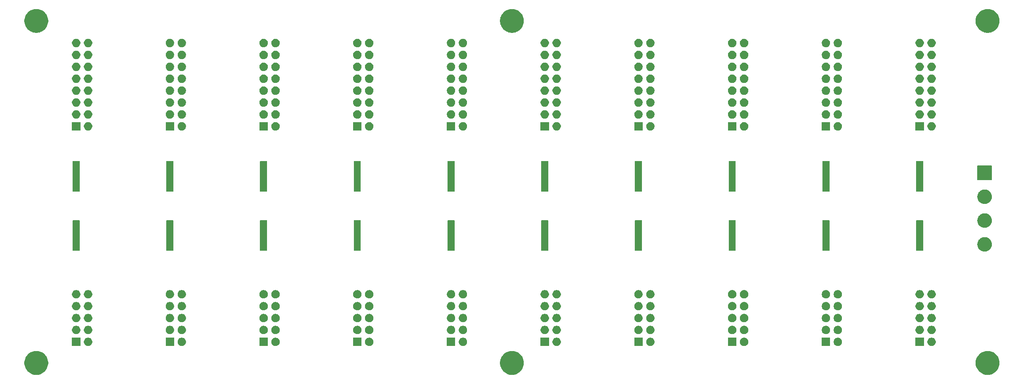
<source format=gbr>
G04 #@! TF.GenerationSoftware,KiCad,Pcbnew,9.0.0*
G04 #@! TF.CreationDate,2025-02-23T15:51:00-07:00*
G04 #@! TF.ProjectId,Power_Distribution,506f7765-725f-4446-9973-747269627574,rev?*
G04 #@! TF.SameCoordinates,Original*
G04 #@! TF.FileFunction,Soldermask,Top*
G04 #@! TF.FilePolarity,Negative*
%FSLAX46Y46*%
G04 Gerber Fmt 4.6, Leading zero omitted, Abs format (unit mm)*
G04 Created by KiCad (PCBNEW 9.0.0) date 2025-02-23 15:51:00*
%MOMM*%
%LPD*%
G01*
G04 APERTURE LIST*
G04 APERTURE END LIST*
G36*
X3927308Y-73985043D02*
G01*
X4206207Y-74048700D01*
X4476225Y-74143183D01*
X4733967Y-74267305D01*
X4976190Y-74419504D01*
X5199850Y-74597867D01*
X5402133Y-74800150D01*
X5580496Y-75023810D01*
X5732695Y-75266033D01*
X5856817Y-75523775D01*
X5951300Y-75793793D01*
X6014957Y-76072692D01*
X6046987Y-76356964D01*
X6046987Y-76643036D01*
X6014957Y-76927308D01*
X5951300Y-77206207D01*
X5856817Y-77476225D01*
X5732695Y-77733967D01*
X5580496Y-77976190D01*
X5402133Y-78199850D01*
X5199850Y-78402133D01*
X4976190Y-78580496D01*
X4733967Y-78732695D01*
X4476225Y-78856817D01*
X4206207Y-78951300D01*
X3927308Y-79014957D01*
X3643036Y-79046987D01*
X3356964Y-79046987D01*
X3072692Y-79014957D01*
X2793793Y-78951300D01*
X2523775Y-78856817D01*
X2266033Y-78732695D01*
X2023810Y-78580496D01*
X1800150Y-78402133D01*
X1597867Y-78199850D01*
X1419504Y-77976190D01*
X1267305Y-77733967D01*
X1143183Y-77476225D01*
X1048700Y-77206207D01*
X985043Y-76927308D01*
X953013Y-76643036D01*
X953013Y-76356964D01*
X985043Y-76072692D01*
X1048700Y-75793793D01*
X1143183Y-75523775D01*
X1267305Y-75266033D01*
X1419504Y-75023810D01*
X1597867Y-74800150D01*
X1800150Y-74597867D01*
X2023810Y-74419504D01*
X2266033Y-74267305D01*
X2523775Y-74143183D01*
X2793793Y-74048700D01*
X3072692Y-73985043D01*
X3356964Y-73953013D01*
X3643036Y-73953013D01*
X3927308Y-73985043D01*
G37*
G36*
X105427308Y-73985043D02*
G01*
X105706207Y-74048700D01*
X105976225Y-74143183D01*
X106233967Y-74267305D01*
X106476190Y-74419504D01*
X106699850Y-74597867D01*
X106902133Y-74800150D01*
X107080496Y-75023810D01*
X107232695Y-75266033D01*
X107356817Y-75523775D01*
X107451300Y-75793793D01*
X107514957Y-76072692D01*
X107546987Y-76356964D01*
X107546987Y-76643036D01*
X107514957Y-76927308D01*
X107451300Y-77206207D01*
X107356817Y-77476225D01*
X107232695Y-77733967D01*
X107080496Y-77976190D01*
X106902133Y-78199850D01*
X106699850Y-78402133D01*
X106476190Y-78580496D01*
X106233967Y-78732695D01*
X105976225Y-78856817D01*
X105706207Y-78951300D01*
X105427308Y-79014957D01*
X105143036Y-79046987D01*
X104856964Y-79046987D01*
X104572692Y-79014957D01*
X104293793Y-78951300D01*
X104023775Y-78856817D01*
X103766033Y-78732695D01*
X103523810Y-78580496D01*
X103300150Y-78402133D01*
X103097867Y-78199850D01*
X102919504Y-77976190D01*
X102767305Y-77733967D01*
X102643183Y-77476225D01*
X102548700Y-77206207D01*
X102485043Y-76927308D01*
X102453013Y-76643036D01*
X102453013Y-76356964D01*
X102485043Y-76072692D01*
X102548700Y-75793793D01*
X102643183Y-75523775D01*
X102767305Y-75266033D01*
X102919504Y-75023810D01*
X103097867Y-74800150D01*
X103300150Y-74597867D01*
X103523810Y-74419504D01*
X103766033Y-74267305D01*
X104023775Y-74143183D01*
X104293793Y-74048700D01*
X104572692Y-73985043D01*
X104856964Y-73953013D01*
X105143036Y-73953013D01*
X105427308Y-73985043D01*
G37*
G36*
X206927308Y-73985043D02*
G01*
X207206207Y-74048700D01*
X207476225Y-74143183D01*
X207733967Y-74267305D01*
X207976190Y-74419504D01*
X208199850Y-74597867D01*
X208402133Y-74800150D01*
X208580496Y-75023810D01*
X208732695Y-75266033D01*
X208856817Y-75523775D01*
X208951300Y-75793793D01*
X209014957Y-76072692D01*
X209046987Y-76356964D01*
X209046987Y-76643036D01*
X209014957Y-76927308D01*
X208951300Y-77206207D01*
X208856817Y-77476225D01*
X208732695Y-77733967D01*
X208580496Y-77976190D01*
X208402133Y-78199850D01*
X208199850Y-78402133D01*
X207976190Y-78580496D01*
X207733967Y-78732695D01*
X207476225Y-78856817D01*
X207206207Y-78951300D01*
X206927308Y-79014957D01*
X206643036Y-79046987D01*
X206356964Y-79046987D01*
X206072692Y-79014957D01*
X205793793Y-78951300D01*
X205523775Y-78856817D01*
X205266033Y-78732695D01*
X205023810Y-78580496D01*
X204800150Y-78402133D01*
X204597867Y-78199850D01*
X204419504Y-77976190D01*
X204267305Y-77733967D01*
X204143183Y-77476225D01*
X204048700Y-77206207D01*
X203985043Y-76927308D01*
X203953013Y-76643036D01*
X203953013Y-76356964D01*
X203985043Y-76072692D01*
X204048700Y-75793793D01*
X204143183Y-75523775D01*
X204267305Y-75266033D01*
X204419504Y-75023810D01*
X204597867Y-74800150D01*
X204800150Y-74597867D01*
X205023810Y-74419504D01*
X205266033Y-74267305D01*
X205523775Y-74143183D01*
X205793793Y-74048700D01*
X206072692Y-73985043D01*
X206356964Y-73953013D01*
X206643036Y-73953013D01*
X206927308Y-73985043D01*
G37*
G36*
X12869517Y-71102882D02*
G01*
X12886062Y-71113938D01*
X12897118Y-71130483D01*
X12901000Y-71150000D01*
X12901000Y-72850000D01*
X12897118Y-72869517D01*
X12886062Y-72886062D01*
X12869517Y-72897118D01*
X12850000Y-72901000D01*
X11150000Y-72901000D01*
X11130483Y-72897118D01*
X11113938Y-72886062D01*
X11102882Y-72869517D01*
X11099000Y-72850000D01*
X11099000Y-71150000D01*
X11102882Y-71130483D01*
X11113938Y-71113938D01*
X11130483Y-71102882D01*
X11150000Y-71099000D01*
X12850000Y-71099000D01*
X12869517Y-71102882D01*
G37*
G36*
X32869517Y-71102882D02*
G01*
X32886062Y-71113938D01*
X32897118Y-71130483D01*
X32901000Y-71150000D01*
X32901000Y-72850000D01*
X32897118Y-72869517D01*
X32886062Y-72886062D01*
X32869517Y-72897118D01*
X32850000Y-72901000D01*
X31150000Y-72901000D01*
X31130483Y-72897118D01*
X31113938Y-72886062D01*
X31102882Y-72869517D01*
X31099000Y-72850000D01*
X31099000Y-71150000D01*
X31102882Y-71130483D01*
X31113938Y-71113938D01*
X31130483Y-71102882D01*
X31150000Y-71099000D01*
X32850000Y-71099000D01*
X32869517Y-71102882D01*
G37*
G36*
X52869517Y-71102882D02*
G01*
X52886062Y-71113938D01*
X52897118Y-71130483D01*
X52901000Y-71150000D01*
X52901000Y-72850000D01*
X52897118Y-72869517D01*
X52886062Y-72886062D01*
X52869517Y-72897118D01*
X52850000Y-72901000D01*
X51150000Y-72901000D01*
X51130483Y-72897118D01*
X51113938Y-72886062D01*
X51102882Y-72869517D01*
X51099000Y-72850000D01*
X51099000Y-71150000D01*
X51102882Y-71130483D01*
X51113938Y-71113938D01*
X51130483Y-71102882D01*
X51150000Y-71099000D01*
X52850000Y-71099000D01*
X52869517Y-71102882D01*
G37*
G36*
X72869517Y-71102882D02*
G01*
X72886062Y-71113938D01*
X72897118Y-71130483D01*
X72901000Y-71150000D01*
X72901000Y-72850000D01*
X72897118Y-72869517D01*
X72886062Y-72886062D01*
X72869517Y-72897118D01*
X72850000Y-72901000D01*
X71150000Y-72901000D01*
X71130483Y-72897118D01*
X71113938Y-72886062D01*
X71102882Y-72869517D01*
X71099000Y-72850000D01*
X71099000Y-71150000D01*
X71102882Y-71130483D01*
X71113938Y-71113938D01*
X71130483Y-71102882D01*
X71150000Y-71099000D01*
X72850000Y-71099000D01*
X72869517Y-71102882D01*
G37*
G36*
X92869517Y-71102882D02*
G01*
X92886062Y-71113938D01*
X92897118Y-71130483D01*
X92901000Y-71150000D01*
X92901000Y-72850000D01*
X92897118Y-72869517D01*
X92886062Y-72886062D01*
X92869517Y-72897118D01*
X92850000Y-72901000D01*
X91150000Y-72901000D01*
X91130483Y-72897118D01*
X91113938Y-72886062D01*
X91102882Y-72869517D01*
X91099000Y-72850000D01*
X91099000Y-71150000D01*
X91102882Y-71130483D01*
X91113938Y-71113938D01*
X91130483Y-71102882D01*
X91150000Y-71099000D01*
X92850000Y-71099000D01*
X92869517Y-71102882D01*
G37*
G36*
X112869517Y-71102882D02*
G01*
X112886062Y-71113938D01*
X112897118Y-71130483D01*
X112901000Y-71150000D01*
X112901000Y-72850000D01*
X112897118Y-72869517D01*
X112886062Y-72886062D01*
X112869517Y-72897118D01*
X112850000Y-72901000D01*
X111150000Y-72901000D01*
X111130483Y-72897118D01*
X111113938Y-72886062D01*
X111102882Y-72869517D01*
X111099000Y-72850000D01*
X111099000Y-71150000D01*
X111102882Y-71130483D01*
X111113938Y-71113938D01*
X111130483Y-71102882D01*
X111150000Y-71099000D01*
X112850000Y-71099000D01*
X112869517Y-71102882D01*
G37*
G36*
X132869517Y-71102882D02*
G01*
X132886062Y-71113938D01*
X132897118Y-71130483D01*
X132901000Y-71150000D01*
X132901000Y-72850000D01*
X132897118Y-72869517D01*
X132886062Y-72886062D01*
X132869517Y-72897118D01*
X132850000Y-72901000D01*
X131150000Y-72901000D01*
X131130483Y-72897118D01*
X131113938Y-72886062D01*
X131102882Y-72869517D01*
X131099000Y-72850000D01*
X131099000Y-71150000D01*
X131102882Y-71130483D01*
X131113938Y-71113938D01*
X131130483Y-71102882D01*
X131150000Y-71099000D01*
X132850000Y-71099000D01*
X132869517Y-71102882D01*
G37*
G36*
X152869517Y-71102882D02*
G01*
X152886062Y-71113938D01*
X152897118Y-71130483D01*
X152901000Y-71150000D01*
X152901000Y-72850000D01*
X152897118Y-72869517D01*
X152886062Y-72886062D01*
X152869517Y-72897118D01*
X152850000Y-72901000D01*
X151150000Y-72901000D01*
X151130483Y-72897118D01*
X151113938Y-72886062D01*
X151102882Y-72869517D01*
X151099000Y-72850000D01*
X151099000Y-71150000D01*
X151102882Y-71130483D01*
X151113938Y-71113938D01*
X151130483Y-71102882D01*
X151150000Y-71099000D01*
X152850000Y-71099000D01*
X152869517Y-71102882D01*
G37*
G36*
X172869517Y-71102882D02*
G01*
X172886062Y-71113938D01*
X172897118Y-71130483D01*
X172901000Y-71150000D01*
X172901000Y-72850000D01*
X172897118Y-72869517D01*
X172886062Y-72886062D01*
X172869517Y-72897118D01*
X172850000Y-72901000D01*
X171150000Y-72901000D01*
X171130483Y-72897118D01*
X171113938Y-72886062D01*
X171102882Y-72869517D01*
X171099000Y-72850000D01*
X171099000Y-71150000D01*
X171102882Y-71130483D01*
X171113938Y-71113938D01*
X171130483Y-71102882D01*
X171150000Y-71099000D01*
X172850000Y-71099000D01*
X172869517Y-71102882D01*
G37*
G36*
X192869517Y-71102882D02*
G01*
X192886062Y-71113938D01*
X192897118Y-71130483D01*
X192901000Y-71150000D01*
X192901000Y-72850000D01*
X192897118Y-72869517D01*
X192886062Y-72886062D01*
X192869517Y-72897118D01*
X192850000Y-72901000D01*
X191150000Y-72901000D01*
X191130483Y-72897118D01*
X191113938Y-72886062D01*
X191102882Y-72869517D01*
X191099000Y-72850000D01*
X191099000Y-71150000D01*
X191102882Y-71130483D01*
X191113938Y-71113938D01*
X191130483Y-71102882D01*
X191150000Y-71099000D01*
X192850000Y-71099000D01*
X192869517Y-71102882D01*
G37*
G36*
X14801546Y-71137797D02*
G01*
X14964728Y-71205389D01*
X15111588Y-71303518D01*
X15236482Y-71428412D01*
X15334611Y-71575272D01*
X15402203Y-71738454D01*
X15436661Y-71911687D01*
X15436661Y-72088313D01*
X15402203Y-72261546D01*
X15334611Y-72424728D01*
X15236482Y-72571588D01*
X15111588Y-72696482D01*
X14964728Y-72794611D01*
X14801546Y-72862203D01*
X14628313Y-72896661D01*
X14451687Y-72896661D01*
X14278454Y-72862203D01*
X14115272Y-72794611D01*
X13968412Y-72696482D01*
X13843518Y-72571588D01*
X13745389Y-72424728D01*
X13677797Y-72261546D01*
X13643339Y-72088313D01*
X13643339Y-71911687D01*
X13677797Y-71738454D01*
X13745389Y-71575272D01*
X13843518Y-71428412D01*
X13968412Y-71303518D01*
X14115272Y-71205389D01*
X14278454Y-71137797D01*
X14451687Y-71103339D01*
X14628313Y-71103339D01*
X14801546Y-71137797D01*
G37*
G36*
X34801546Y-71137797D02*
G01*
X34964728Y-71205389D01*
X35111588Y-71303518D01*
X35236482Y-71428412D01*
X35334611Y-71575272D01*
X35402203Y-71738454D01*
X35436661Y-71911687D01*
X35436661Y-72088313D01*
X35402203Y-72261546D01*
X35334611Y-72424728D01*
X35236482Y-72571588D01*
X35111588Y-72696482D01*
X34964728Y-72794611D01*
X34801546Y-72862203D01*
X34628313Y-72896661D01*
X34451687Y-72896661D01*
X34278454Y-72862203D01*
X34115272Y-72794611D01*
X33968412Y-72696482D01*
X33843518Y-72571588D01*
X33745389Y-72424728D01*
X33677797Y-72261546D01*
X33643339Y-72088313D01*
X33643339Y-71911687D01*
X33677797Y-71738454D01*
X33745389Y-71575272D01*
X33843518Y-71428412D01*
X33968412Y-71303518D01*
X34115272Y-71205389D01*
X34278454Y-71137797D01*
X34451687Y-71103339D01*
X34628313Y-71103339D01*
X34801546Y-71137797D01*
G37*
G36*
X54801546Y-71137797D02*
G01*
X54964728Y-71205389D01*
X55111588Y-71303518D01*
X55236482Y-71428412D01*
X55334611Y-71575272D01*
X55402203Y-71738454D01*
X55436661Y-71911687D01*
X55436661Y-72088313D01*
X55402203Y-72261546D01*
X55334611Y-72424728D01*
X55236482Y-72571588D01*
X55111588Y-72696482D01*
X54964728Y-72794611D01*
X54801546Y-72862203D01*
X54628313Y-72896661D01*
X54451687Y-72896661D01*
X54278454Y-72862203D01*
X54115272Y-72794611D01*
X53968412Y-72696482D01*
X53843518Y-72571588D01*
X53745389Y-72424728D01*
X53677797Y-72261546D01*
X53643339Y-72088313D01*
X53643339Y-71911687D01*
X53677797Y-71738454D01*
X53745389Y-71575272D01*
X53843518Y-71428412D01*
X53968412Y-71303518D01*
X54115272Y-71205389D01*
X54278454Y-71137797D01*
X54451687Y-71103339D01*
X54628313Y-71103339D01*
X54801546Y-71137797D01*
G37*
G36*
X74801546Y-71137797D02*
G01*
X74964728Y-71205389D01*
X75111588Y-71303518D01*
X75236482Y-71428412D01*
X75334611Y-71575272D01*
X75402203Y-71738454D01*
X75436661Y-71911687D01*
X75436661Y-72088313D01*
X75402203Y-72261546D01*
X75334611Y-72424728D01*
X75236482Y-72571588D01*
X75111588Y-72696482D01*
X74964728Y-72794611D01*
X74801546Y-72862203D01*
X74628313Y-72896661D01*
X74451687Y-72896661D01*
X74278454Y-72862203D01*
X74115272Y-72794611D01*
X73968412Y-72696482D01*
X73843518Y-72571588D01*
X73745389Y-72424728D01*
X73677797Y-72261546D01*
X73643339Y-72088313D01*
X73643339Y-71911687D01*
X73677797Y-71738454D01*
X73745389Y-71575272D01*
X73843518Y-71428412D01*
X73968412Y-71303518D01*
X74115272Y-71205389D01*
X74278454Y-71137797D01*
X74451687Y-71103339D01*
X74628313Y-71103339D01*
X74801546Y-71137797D01*
G37*
G36*
X94801546Y-71137797D02*
G01*
X94964728Y-71205389D01*
X95111588Y-71303518D01*
X95236482Y-71428412D01*
X95334611Y-71575272D01*
X95402203Y-71738454D01*
X95436661Y-71911687D01*
X95436661Y-72088313D01*
X95402203Y-72261546D01*
X95334611Y-72424728D01*
X95236482Y-72571588D01*
X95111588Y-72696482D01*
X94964728Y-72794611D01*
X94801546Y-72862203D01*
X94628313Y-72896661D01*
X94451687Y-72896661D01*
X94278454Y-72862203D01*
X94115272Y-72794611D01*
X93968412Y-72696482D01*
X93843518Y-72571588D01*
X93745389Y-72424728D01*
X93677797Y-72261546D01*
X93643339Y-72088313D01*
X93643339Y-71911687D01*
X93677797Y-71738454D01*
X93745389Y-71575272D01*
X93843518Y-71428412D01*
X93968412Y-71303518D01*
X94115272Y-71205389D01*
X94278454Y-71137797D01*
X94451687Y-71103339D01*
X94628313Y-71103339D01*
X94801546Y-71137797D01*
G37*
G36*
X114801546Y-71137797D02*
G01*
X114964728Y-71205389D01*
X115111588Y-71303518D01*
X115236482Y-71428412D01*
X115334611Y-71575272D01*
X115402203Y-71738454D01*
X115436661Y-71911687D01*
X115436661Y-72088313D01*
X115402203Y-72261546D01*
X115334611Y-72424728D01*
X115236482Y-72571588D01*
X115111588Y-72696482D01*
X114964728Y-72794611D01*
X114801546Y-72862203D01*
X114628313Y-72896661D01*
X114451687Y-72896661D01*
X114278454Y-72862203D01*
X114115272Y-72794611D01*
X113968412Y-72696482D01*
X113843518Y-72571588D01*
X113745389Y-72424728D01*
X113677797Y-72261546D01*
X113643339Y-72088313D01*
X113643339Y-71911687D01*
X113677797Y-71738454D01*
X113745389Y-71575272D01*
X113843518Y-71428412D01*
X113968412Y-71303518D01*
X114115272Y-71205389D01*
X114278454Y-71137797D01*
X114451687Y-71103339D01*
X114628313Y-71103339D01*
X114801546Y-71137797D01*
G37*
G36*
X134801546Y-71137797D02*
G01*
X134964728Y-71205389D01*
X135111588Y-71303518D01*
X135236482Y-71428412D01*
X135334611Y-71575272D01*
X135402203Y-71738454D01*
X135436661Y-71911687D01*
X135436661Y-72088313D01*
X135402203Y-72261546D01*
X135334611Y-72424728D01*
X135236482Y-72571588D01*
X135111588Y-72696482D01*
X134964728Y-72794611D01*
X134801546Y-72862203D01*
X134628313Y-72896661D01*
X134451687Y-72896661D01*
X134278454Y-72862203D01*
X134115272Y-72794611D01*
X133968412Y-72696482D01*
X133843518Y-72571588D01*
X133745389Y-72424728D01*
X133677797Y-72261546D01*
X133643339Y-72088313D01*
X133643339Y-71911687D01*
X133677797Y-71738454D01*
X133745389Y-71575272D01*
X133843518Y-71428412D01*
X133968412Y-71303518D01*
X134115272Y-71205389D01*
X134278454Y-71137797D01*
X134451687Y-71103339D01*
X134628313Y-71103339D01*
X134801546Y-71137797D01*
G37*
G36*
X154801546Y-71137797D02*
G01*
X154964728Y-71205389D01*
X155111588Y-71303518D01*
X155236482Y-71428412D01*
X155334611Y-71575272D01*
X155402203Y-71738454D01*
X155436661Y-71911687D01*
X155436661Y-72088313D01*
X155402203Y-72261546D01*
X155334611Y-72424728D01*
X155236482Y-72571588D01*
X155111588Y-72696482D01*
X154964728Y-72794611D01*
X154801546Y-72862203D01*
X154628313Y-72896661D01*
X154451687Y-72896661D01*
X154278454Y-72862203D01*
X154115272Y-72794611D01*
X153968412Y-72696482D01*
X153843518Y-72571588D01*
X153745389Y-72424728D01*
X153677797Y-72261546D01*
X153643339Y-72088313D01*
X153643339Y-71911687D01*
X153677797Y-71738454D01*
X153745389Y-71575272D01*
X153843518Y-71428412D01*
X153968412Y-71303518D01*
X154115272Y-71205389D01*
X154278454Y-71137797D01*
X154451687Y-71103339D01*
X154628313Y-71103339D01*
X154801546Y-71137797D01*
G37*
G36*
X174801546Y-71137797D02*
G01*
X174964728Y-71205389D01*
X175111588Y-71303518D01*
X175236482Y-71428412D01*
X175334611Y-71575272D01*
X175402203Y-71738454D01*
X175436661Y-71911687D01*
X175436661Y-72088313D01*
X175402203Y-72261546D01*
X175334611Y-72424728D01*
X175236482Y-72571588D01*
X175111588Y-72696482D01*
X174964728Y-72794611D01*
X174801546Y-72862203D01*
X174628313Y-72896661D01*
X174451687Y-72896661D01*
X174278454Y-72862203D01*
X174115272Y-72794611D01*
X173968412Y-72696482D01*
X173843518Y-72571588D01*
X173745389Y-72424728D01*
X173677797Y-72261546D01*
X173643339Y-72088313D01*
X173643339Y-71911687D01*
X173677797Y-71738454D01*
X173745389Y-71575272D01*
X173843518Y-71428412D01*
X173968412Y-71303518D01*
X174115272Y-71205389D01*
X174278454Y-71137797D01*
X174451687Y-71103339D01*
X174628313Y-71103339D01*
X174801546Y-71137797D01*
G37*
G36*
X194801546Y-71137797D02*
G01*
X194964728Y-71205389D01*
X195111588Y-71303518D01*
X195236482Y-71428412D01*
X195334611Y-71575272D01*
X195402203Y-71738454D01*
X195436661Y-71911687D01*
X195436661Y-72088313D01*
X195402203Y-72261546D01*
X195334611Y-72424728D01*
X195236482Y-72571588D01*
X195111588Y-72696482D01*
X194964728Y-72794611D01*
X194801546Y-72862203D01*
X194628313Y-72896661D01*
X194451687Y-72896661D01*
X194278454Y-72862203D01*
X194115272Y-72794611D01*
X193968412Y-72696482D01*
X193843518Y-72571588D01*
X193745389Y-72424728D01*
X193677797Y-72261546D01*
X193643339Y-72088313D01*
X193643339Y-71911687D01*
X193677797Y-71738454D01*
X193745389Y-71575272D01*
X193843518Y-71428412D01*
X193968412Y-71303518D01*
X194115272Y-71205389D01*
X194278454Y-71137797D01*
X194451687Y-71103339D01*
X194628313Y-71103339D01*
X194801546Y-71137797D01*
G37*
G36*
X12261546Y-68597797D02*
G01*
X12424728Y-68665389D01*
X12571588Y-68763518D01*
X12696482Y-68888412D01*
X12794611Y-69035272D01*
X12862203Y-69198454D01*
X12896661Y-69371687D01*
X12896661Y-69548313D01*
X12862203Y-69721546D01*
X12794611Y-69884728D01*
X12696482Y-70031588D01*
X12571588Y-70156482D01*
X12424728Y-70254611D01*
X12261546Y-70322203D01*
X12088313Y-70356661D01*
X11911687Y-70356661D01*
X11738454Y-70322203D01*
X11575272Y-70254611D01*
X11428412Y-70156482D01*
X11303518Y-70031588D01*
X11205389Y-69884728D01*
X11137797Y-69721546D01*
X11103339Y-69548313D01*
X11103339Y-69371687D01*
X11137797Y-69198454D01*
X11205389Y-69035272D01*
X11303518Y-68888412D01*
X11428412Y-68763518D01*
X11575272Y-68665389D01*
X11738454Y-68597797D01*
X11911687Y-68563339D01*
X12088313Y-68563339D01*
X12261546Y-68597797D01*
G37*
G36*
X14801546Y-68597797D02*
G01*
X14964728Y-68665389D01*
X15111588Y-68763518D01*
X15236482Y-68888412D01*
X15334611Y-69035272D01*
X15402203Y-69198454D01*
X15436661Y-69371687D01*
X15436661Y-69548313D01*
X15402203Y-69721546D01*
X15334611Y-69884728D01*
X15236482Y-70031588D01*
X15111588Y-70156482D01*
X14964728Y-70254611D01*
X14801546Y-70322203D01*
X14628313Y-70356661D01*
X14451687Y-70356661D01*
X14278454Y-70322203D01*
X14115272Y-70254611D01*
X13968412Y-70156482D01*
X13843518Y-70031588D01*
X13745389Y-69884728D01*
X13677797Y-69721546D01*
X13643339Y-69548313D01*
X13643339Y-69371687D01*
X13677797Y-69198454D01*
X13745389Y-69035272D01*
X13843518Y-68888412D01*
X13968412Y-68763518D01*
X14115272Y-68665389D01*
X14278454Y-68597797D01*
X14451687Y-68563339D01*
X14628313Y-68563339D01*
X14801546Y-68597797D01*
G37*
G36*
X32261546Y-68597797D02*
G01*
X32424728Y-68665389D01*
X32571588Y-68763518D01*
X32696482Y-68888412D01*
X32794611Y-69035272D01*
X32862203Y-69198454D01*
X32896661Y-69371687D01*
X32896661Y-69548313D01*
X32862203Y-69721546D01*
X32794611Y-69884728D01*
X32696482Y-70031588D01*
X32571588Y-70156482D01*
X32424728Y-70254611D01*
X32261546Y-70322203D01*
X32088313Y-70356661D01*
X31911687Y-70356661D01*
X31738454Y-70322203D01*
X31575272Y-70254611D01*
X31428412Y-70156482D01*
X31303518Y-70031588D01*
X31205389Y-69884728D01*
X31137797Y-69721546D01*
X31103339Y-69548313D01*
X31103339Y-69371687D01*
X31137797Y-69198454D01*
X31205389Y-69035272D01*
X31303518Y-68888412D01*
X31428412Y-68763518D01*
X31575272Y-68665389D01*
X31738454Y-68597797D01*
X31911687Y-68563339D01*
X32088313Y-68563339D01*
X32261546Y-68597797D01*
G37*
G36*
X34801546Y-68597797D02*
G01*
X34964728Y-68665389D01*
X35111588Y-68763518D01*
X35236482Y-68888412D01*
X35334611Y-69035272D01*
X35402203Y-69198454D01*
X35436661Y-69371687D01*
X35436661Y-69548313D01*
X35402203Y-69721546D01*
X35334611Y-69884728D01*
X35236482Y-70031588D01*
X35111588Y-70156482D01*
X34964728Y-70254611D01*
X34801546Y-70322203D01*
X34628313Y-70356661D01*
X34451687Y-70356661D01*
X34278454Y-70322203D01*
X34115272Y-70254611D01*
X33968412Y-70156482D01*
X33843518Y-70031588D01*
X33745389Y-69884728D01*
X33677797Y-69721546D01*
X33643339Y-69548313D01*
X33643339Y-69371687D01*
X33677797Y-69198454D01*
X33745389Y-69035272D01*
X33843518Y-68888412D01*
X33968412Y-68763518D01*
X34115272Y-68665389D01*
X34278454Y-68597797D01*
X34451687Y-68563339D01*
X34628313Y-68563339D01*
X34801546Y-68597797D01*
G37*
G36*
X52261546Y-68597797D02*
G01*
X52424728Y-68665389D01*
X52571588Y-68763518D01*
X52696482Y-68888412D01*
X52794611Y-69035272D01*
X52862203Y-69198454D01*
X52896661Y-69371687D01*
X52896661Y-69548313D01*
X52862203Y-69721546D01*
X52794611Y-69884728D01*
X52696482Y-70031588D01*
X52571588Y-70156482D01*
X52424728Y-70254611D01*
X52261546Y-70322203D01*
X52088313Y-70356661D01*
X51911687Y-70356661D01*
X51738454Y-70322203D01*
X51575272Y-70254611D01*
X51428412Y-70156482D01*
X51303518Y-70031588D01*
X51205389Y-69884728D01*
X51137797Y-69721546D01*
X51103339Y-69548313D01*
X51103339Y-69371687D01*
X51137797Y-69198454D01*
X51205389Y-69035272D01*
X51303518Y-68888412D01*
X51428412Y-68763518D01*
X51575272Y-68665389D01*
X51738454Y-68597797D01*
X51911687Y-68563339D01*
X52088313Y-68563339D01*
X52261546Y-68597797D01*
G37*
G36*
X54801546Y-68597797D02*
G01*
X54964728Y-68665389D01*
X55111588Y-68763518D01*
X55236482Y-68888412D01*
X55334611Y-69035272D01*
X55402203Y-69198454D01*
X55436661Y-69371687D01*
X55436661Y-69548313D01*
X55402203Y-69721546D01*
X55334611Y-69884728D01*
X55236482Y-70031588D01*
X55111588Y-70156482D01*
X54964728Y-70254611D01*
X54801546Y-70322203D01*
X54628313Y-70356661D01*
X54451687Y-70356661D01*
X54278454Y-70322203D01*
X54115272Y-70254611D01*
X53968412Y-70156482D01*
X53843518Y-70031588D01*
X53745389Y-69884728D01*
X53677797Y-69721546D01*
X53643339Y-69548313D01*
X53643339Y-69371687D01*
X53677797Y-69198454D01*
X53745389Y-69035272D01*
X53843518Y-68888412D01*
X53968412Y-68763518D01*
X54115272Y-68665389D01*
X54278454Y-68597797D01*
X54451687Y-68563339D01*
X54628313Y-68563339D01*
X54801546Y-68597797D01*
G37*
G36*
X72261546Y-68597797D02*
G01*
X72424728Y-68665389D01*
X72571588Y-68763518D01*
X72696482Y-68888412D01*
X72794611Y-69035272D01*
X72862203Y-69198454D01*
X72896661Y-69371687D01*
X72896661Y-69548313D01*
X72862203Y-69721546D01*
X72794611Y-69884728D01*
X72696482Y-70031588D01*
X72571588Y-70156482D01*
X72424728Y-70254611D01*
X72261546Y-70322203D01*
X72088313Y-70356661D01*
X71911687Y-70356661D01*
X71738454Y-70322203D01*
X71575272Y-70254611D01*
X71428412Y-70156482D01*
X71303518Y-70031588D01*
X71205389Y-69884728D01*
X71137797Y-69721546D01*
X71103339Y-69548313D01*
X71103339Y-69371687D01*
X71137797Y-69198454D01*
X71205389Y-69035272D01*
X71303518Y-68888412D01*
X71428412Y-68763518D01*
X71575272Y-68665389D01*
X71738454Y-68597797D01*
X71911687Y-68563339D01*
X72088313Y-68563339D01*
X72261546Y-68597797D01*
G37*
G36*
X74801546Y-68597797D02*
G01*
X74964728Y-68665389D01*
X75111588Y-68763518D01*
X75236482Y-68888412D01*
X75334611Y-69035272D01*
X75402203Y-69198454D01*
X75436661Y-69371687D01*
X75436661Y-69548313D01*
X75402203Y-69721546D01*
X75334611Y-69884728D01*
X75236482Y-70031588D01*
X75111588Y-70156482D01*
X74964728Y-70254611D01*
X74801546Y-70322203D01*
X74628313Y-70356661D01*
X74451687Y-70356661D01*
X74278454Y-70322203D01*
X74115272Y-70254611D01*
X73968412Y-70156482D01*
X73843518Y-70031588D01*
X73745389Y-69884728D01*
X73677797Y-69721546D01*
X73643339Y-69548313D01*
X73643339Y-69371687D01*
X73677797Y-69198454D01*
X73745389Y-69035272D01*
X73843518Y-68888412D01*
X73968412Y-68763518D01*
X74115272Y-68665389D01*
X74278454Y-68597797D01*
X74451687Y-68563339D01*
X74628313Y-68563339D01*
X74801546Y-68597797D01*
G37*
G36*
X92261546Y-68597797D02*
G01*
X92424728Y-68665389D01*
X92571588Y-68763518D01*
X92696482Y-68888412D01*
X92794611Y-69035272D01*
X92862203Y-69198454D01*
X92896661Y-69371687D01*
X92896661Y-69548313D01*
X92862203Y-69721546D01*
X92794611Y-69884728D01*
X92696482Y-70031588D01*
X92571588Y-70156482D01*
X92424728Y-70254611D01*
X92261546Y-70322203D01*
X92088313Y-70356661D01*
X91911687Y-70356661D01*
X91738454Y-70322203D01*
X91575272Y-70254611D01*
X91428412Y-70156482D01*
X91303518Y-70031588D01*
X91205389Y-69884728D01*
X91137797Y-69721546D01*
X91103339Y-69548313D01*
X91103339Y-69371687D01*
X91137797Y-69198454D01*
X91205389Y-69035272D01*
X91303518Y-68888412D01*
X91428412Y-68763518D01*
X91575272Y-68665389D01*
X91738454Y-68597797D01*
X91911687Y-68563339D01*
X92088313Y-68563339D01*
X92261546Y-68597797D01*
G37*
G36*
X94801546Y-68597797D02*
G01*
X94964728Y-68665389D01*
X95111588Y-68763518D01*
X95236482Y-68888412D01*
X95334611Y-69035272D01*
X95402203Y-69198454D01*
X95436661Y-69371687D01*
X95436661Y-69548313D01*
X95402203Y-69721546D01*
X95334611Y-69884728D01*
X95236482Y-70031588D01*
X95111588Y-70156482D01*
X94964728Y-70254611D01*
X94801546Y-70322203D01*
X94628313Y-70356661D01*
X94451687Y-70356661D01*
X94278454Y-70322203D01*
X94115272Y-70254611D01*
X93968412Y-70156482D01*
X93843518Y-70031588D01*
X93745389Y-69884728D01*
X93677797Y-69721546D01*
X93643339Y-69548313D01*
X93643339Y-69371687D01*
X93677797Y-69198454D01*
X93745389Y-69035272D01*
X93843518Y-68888412D01*
X93968412Y-68763518D01*
X94115272Y-68665389D01*
X94278454Y-68597797D01*
X94451687Y-68563339D01*
X94628313Y-68563339D01*
X94801546Y-68597797D01*
G37*
G36*
X112261546Y-68597797D02*
G01*
X112424728Y-68665389D01*
X112571588Y-68763518D01*
X112696482Y-68888412D01*
X112794611Y-69035272D01*
X112862203Y-69198454D01*
X112896661Y-69371687D01*
X112896661Y-69548313D01*
X112862203Y-69721546D01*
X112794611Y-69884728D01*
X112696482Y-70031588D01*
X112571588Y-70156482D01*
X112424728Y-70254611D01*
X112261546Y-70322203D01*
X112088313Y-70356661D01*
X111911687Y-70356661D01*
X111738454Y-70322203D01*
X111575272Y-70254611D01*
X111428412Y-70156482D01*
X111303518Y-70031588D01*
X111205389Y-69884728D01*
X111137797Y-69721546D01*
X111103339Y-69548313D01*
X111103339Y-69371687D01*
X111137797Y-69198454D01*
X111205389Y-69035272D01*
X111303518Y-68888412D01*
X111428412Y-68763518D01*
X111575272Y-68665389D01*
X111738454Y-68597797D01*
X111911687Y-68563339D01*
X112088313Y-68563339D01*
X112261546Y-68597797D01*
G37*
G36*
X114801546Y-68597797D02*
G01*
X114964728Y-68665389D01*
X115111588Y-68763518D01*
X115236482Y-68888412D01*
X115334611Y-69035272D01*
X115402203Y-69198454D01*
X115436661Y-69371687D01*
X115436661Y-69548313D01*
X115402203Y-69721546D01*
X115334611Y-69884728D01*
X115236482Y-70031588D01*
X115111588Y-70156482D01*
X114964728Y-70254611D01*
X114801546Y-70322203D01*
X114628313Y-70356661D01*
X114451687Y-70356661D01*
X114278454Y-70322203D01*
X114115272Y-70254611D01*
X113968412Y-70156482D01*
X113843518Y-70031588D01*
X113745389Y-69884728D01*
X113677797Y-69721546D01*
X113643339Y-69548313D01*
X113643339Y-69371687D01*
X113677797Y-69198454D01*
X113745389Y-69035272D01*
X113843518Y-68888412D01*
X113968412Y-68763518D01*
X114115272Y-68665389D01*
X114278454Y-68597797D01*
X114451687Y-68563339D01*
X114628313Y-68563339D01*
X114801546Y-68597797D01*
G37*
G36*
X132261546Y-68597797D02*
G01*
X132424728Y-68665389D01*
X132571588Y-68763518D01*
X132696482Y-68888412D01*
X132794611Y-69035272D01*
X132862203Y-69198454D01*
X132896661Y-69371687D01*
X132896661Y-69548313D01*
X132862203Y-69721546D01*
X132794611Y-69884728D01*
X132696482Y-70031588D01*
X132571588Y-70156482D01*
X132424728Y-70254611D01*
X132261546Y-70322203D01*
X132088313Y-70356661D01*
X131911687Y-70356661D01*
X131738454Y-70322203D01*
X131575272Y-70254611D01*
X131428412Y-70156482D01*
X131303518Y-70031588D01*
X131205389Y-69884728D01*
X131137797Y-69721546D01*
X131103339Y-69548313D01*
X131103339Y-69371687D01*
X131137797Y-69198454D01*
X131205389Y-69035272D01*
X131303518Y-68888412D01*
X131428412Y-68763518D01*
X131575272Y-68665389D01*
X131738454Y-68597797D01*
X131911687Y-68563339D01*
X132088313Y-68563339D01*
X132261546Y-68597797D01*
G37*
G36*
X134801546Y-68597797D02*
G01*
X134964728Y-68665389D01*
X135111588Y-68763518D01*
X135236482Y-68888412D01*
X135334611Y-69035272D01*
X135402203Y-69198454D01*
X135436661Y-69371687D01*
X135436661Y-69548313D01*
X135402203Y-69721546D01*
X135334611Y-69884728D01*
X135236482Y-70031588D01*
X135111588Y-70156482D01*
X134964728Y-70254611D01*
X134801546Y-70322203D01*
X134628313Y-70356661D01*
X134451687Y-70356661D01*
X134278454Y-70322203D01*
X134115272Y-70254611D01*
X133968412Y-70156482D01*
X133843518Y-70031588D01*
X133745389Y-69884728D01*
X133677797Y-69721546D01*
X133643339Y-69548313D01*
X133643339Y-69371687D01*
X133677797Y-69198454D01*
X133745389Y-69035272D01*
X133843518Y-68888412D01*
X133968412Y-68763518D01*
X134115272Y-68665389D01*
X134278454Y-68597797D01*
X134451687Y-68563339D01*
X134628313Y-68563339D01*
X134801546Y-68597797D01*
G37*
G36*
X152261546Y-68597797D02*
G01*
X152424728Y-68665389D01*
X152571588Y-68763518D01*
X152696482Y-68888412D01*
X152794611Y-69035272D01*
X152862203Y-69198454D01*
X152896661Y-69371687D01*
X152896661Y-69548313D01*
X152862203Y-69721546D01*
X152794611Y-69884728D01*
X152696482Y-70031588D01*
X152571588Y-70156482D01*
X152424728Y-70254611D01*
X152261546Y-70322203D01*
X152088313Y-70356661D01*
X151911687Y-70356661D01*
X151738454Y-70322203D01*
X151575272Y-70254611D01*
X151428412Y-70156482D01*
X151303518Y-70031588D01*
X151205389Y-69884728D01*
X151137797Y-69721546D01*
X151103339Y-69548313D01*
X151103339Y-69371687D01*
X151137797Y-69198454D01*
X151205389Y-69035272D01*
X151303518Y-68888412D01*
X151428412Y-68763518D01*
X151575272Y-68665389D01*
X151738454Y-68597797D01*
X151911687Y-68563339D01*
X152088313Y-68563339D01*
X152261546Y-68597797D01*
G37*
G36*
X154801546Y-68597797D02*
G01*
X154964728Y-68665389D01*
X155111588Y-68763518D01*
X155236482Y-68888412D01*
X155334611Y-69035272D01*
X155402203Y-69198454D01*
X155436661Y-69371687D01*
X155436661Y-69548313D01*
X155402203Y-69721546D01*
X155334611Y-69884728D01*
X155236482Y-70031588D01*
X155111588Y-70156482D01*
X154964728Y-70254611D01*
X154801546Y-70322203D01*
X154628313Y-70356661D01*
X154451687Y-70356661D01*
X154278454Y-70322203D01*
X154115272Y-70254611D01*
X153968412Y-70156482D01*
X153843518Y-70031588D01*
X153745389Y-69884728D01*
X153677797Y-69721546D01*
X153643339Y-69548313D01*
X153643339Y-69371687D01*
X153677797Y-69198454D01*
X153745389Y-69035272D01*
X153843518Y-68888412D01*
X153968412Y-68763518D01*
X154115272Y-68665389D01*
X154278454Y-68597797D01*
X154451687Y-68563339D01*
X154628313Y-68563339D01*
X154801546Y-68597797D01*
G37*
G36*
X172261546Y-68597797D02*
G01*
X172424728Y-68665389D01*
X172571588Y-68763518D01*
X172696482Y-68888412D01*
X172794611Y-69035272D01*
X172862203Y-69198454D01*
X172896661Y-69371687D01*
X172896661Y-69548313D01*
X172862203Y-69721546D01*
X172794611Y-69884728D01*
X172696482Y-70031588D01*
X172571588Y-70156482D01*
X172424728Y-70254611D01*
X172261546Y-70322203D01*
X172088313Y-70356661D01*
X171911687Y-70356661D01*
X171738454Y-70322203D01*
X171575272Y-70254611D01*
X171428412Y-70156482D01*
X171303518Y-70031588D01*
X171205389Y-69884728D01*
X171137797Y-69721546D01*
X171103339Y-69548313D01*
X171103339Y-69371687D01*
X171137797Y-69198454D01*
X171205389Y-69035272D01*
X171303518Y-68888412D01*
X171428412Y-68763518D01*
X171575272Y-68665389D01*
X171738454Y-68597797D01*
X171911687Y-68563339D01*
X172088313Y-68563339D01*
X172261546Y-68597797D01*
G37*
G36*
X174801546Y-68597797D02*
G01*
X174964728Y-68665389D01*
X175111588Y-68763518D01*
X175236482Y-68888412D01*
X175334611Y-69035272D01*
X175402203Y-69198454D01*
X175436661Y-69371687D01*
X175436661Y-69548313D01*
X175402203Y-69721546D01*
X175334611Y-69884728D01*
X175236482Y-70031588D01*
X175111588Y-70156482D01*
X174964728Y-70254611D01*
X174801546Y-70322203D01*
X174628313Y-70356661D01*
X174451687Y-70356661D01*
X174278454Y-70322203D01*
X174115272Y-70254611D01*
X173968412Y-70156482D01*
X173843518Y-70031588D01*
X173745389Y-69884728D01*
X173677797Y-69721546D01*
X173643339Y-69548313D01*
X173643339Y-69371687D01*
X173677797Y-69198454D01*
X173745389Y-69035272D01*
X173843518Y-68888412D01*
X173968412Y-68763518D01*
X174115272Y-68665389D01*
X174278454Y-68597797D01*
X174451687Y-68563339D01*
X174628313Y-68563339D01*
X174801546Y-68597797D01*
G37*
G36*
X192261546Y-68597797D02*
G01*
X192424728Y-68665389D01*
X192571588Y-68763518D01*
X192696482Y-68888412D01*
X192794611Y-69035272D01*
X192862203Y-69198454D01*
X192896661Y-69371687D01*
X192896661Y-69548313D01*
X192862203Y-69721546D01*
X192794611Y-69884728D01*
X192696482Y-70031588D01*
X192571588Y-70156482D01*
X192424728Y-70254611D01*
X192261546Y-70322203D01*
X192088313Y-70356661D01*
X191911687Y-70356661D01*
X191738454Y-70322203D01*
X191575272Y-70254611D01*
X191428412Y-70156482D01*
X191303518Y-70031588D01*
X191205389Y-69884728D01*
X191137797Y-69721546D01*
X191103339Y-69548313D01*
X191103339Y-69371687D01*
X191137797Y-69198454D01*
X191205389Y-69035272D01*
X191303518Y-68888412D01*
X191428412Y-68763518D01*
X191575272Y-68665389D01*
X191738454Y-68597797D01*
X191911687Y-68563339D01*
X192088313Y-68563339D01*
X192261546Y-68597797D01*
G37*
G36*
X194801546Y-68597797D02*
G01*
X194964728Y-68665389D01*
X195111588Y-68763518D01*
X195236482Y-68888412D01*
X195334611Y-69035272D01*
X195402203Y-69198454D01*
X195436661Y-69371687D01*
X195436661Y-69548313D01*
X195402203Y-69721546D01*
X195334611Y-69884728D01*
X195236482Y-70031588D01*
X195111588Y-70156482D01*
X194964728Y-70254611D01*
X194801546Y-70322203D01*
X194628313Y-70356661D01*
X194451687Y-70356661D01*
X194278454Y-70322203D01*
X194115272Y-70254611D01*
X193968412Y-70156482D01*
X193843518Y-70031588D01*
X193745389Y-69884728D01*
X193677797Y-69721546D01*
X193643339Y-69548313D01*
X193643339Y-69371687D01*
X193677797Y-69198454D01*
X193745389Y-69035272D01*
X193843518Y-68888412D01*
X193968412Y-68763518D01*
X194115272Y-68665389D01*
X194278454Y-68597797D01*
X194451687Y-68563339D01*
X194628313Y-68563339D01*
X194801546Y-68597797D01*
G37*
G36*
X12261546Y-66057797D02*
G01*
X12424728Y-66125389D01*
X12571588Y-66223518D01*
X12696482Y-66348412D01*
X12794611Y-66495272D01*
X12862203Y-66658454D01*
X12896661Y-66831687D01*
X12896661Y-67008313D01*
X12862203Y-67181546D01*
X12794611Y-67344728D01*
X12696482Y-67491588D01*
X12571588Y-67616482D01*
X12424728Y-67714611D01*
X12261546Y-67782203D01*
X12088313Y-67816661D01*
X11911687Y-67816661D01*
X11738454Y-67782203D01*
X11575272Y-67714611D01*
X11428412Y-67616482D01*
X11303518Y-67491588D01*
X11205389Y-67344728D01*
X11137797Y-67181546D01*
X11103339Y-67008313D01*
X11103339Y-66831687D01*
X11137797Y-66658454D01*
X11205389Y-66495272D01*
X11303518Y-66348412D01*
X11428412Y-66223518D01*
X11575272Y-66125389D01*
X11738454Y-66057797D01*
X11911687Y-66023339D01*
X12088313Y-66023339D01*
X12261546Y-66057797D01*
G37*
G36*
X14801546Y-66057797D02*
G01*
X14964728Y-66125389D01*
X15111588Y-66223518D01*
X15236482Y-66348412D01*
X15334611Y-66495272D01*
X15402203Y-66658454D01*
X15436661Y-66831687D01*
X15436661Y-67008313D01*
X15402203Y-67181546D01*
X15334611Y-67344728D01*
X15236482Y-67491588D01*
X15111588Y-67616482D01*
X14964728Y-67714611D01*
X14801546Y-67782203D01*
X14628313Y-67816661D01*
X14451687Y-67816661D01*
X14278454Y-67782203D01*
X14115272Y-67714611D01*
X13968412Y-67616482D01*
X13843518Y-67491588D01*
X13745389Y-67344728D01*
X13677797Y-67181546D01*
X13643339Y-67008313D01*
X13643339Y-66831687D01*
X13677797Y-66658454D01*
X13745389Y-66495272D01*
X13843518Y-66348412D01*
X13968412Y-66223518D01*
X14115272Y-66125389D01*
X14278454Y-66057797D01*
X14451687Y-66023339D01*
X14628313Y-66023339D01*
X14801546Y-66057797D01*
G37*
G36*
X32261546Y-66057797D02*
G01*
X32424728Y-66125389D01*
X32571588Y-66223518D01*
X32696482Y-66348412D01*
X32794611Y-66495272D01*
X32862203Y-66658454D01*
X32896661Y-66831687D01*
X32896661Y-67008313D01*
X32862203Y-67181546D01*
X32794611Y-67344728D01*
X32696482Y-67491588D01*
X32571588Y-67616482D01*
X32424728Y-67714611D01*
X32261546Y-67782203D01*
X32088313Y-67816661D01*
X31911687Y-67816661D01*
X31738454Y-67782203D01*
X31575272Y-67714611D01*
X31428412Y-67616482D01*
X31303518Y-67491588D01*
X31205389Y-67344728D01*
X31137797Y-67181546D01*
X31103339Y-67008313D01*
X31103339Y-66831687D01*
X31137797Y-66658454D01*
X31205389Y-66495272D01*
X31303518Y-66348412D01*
X31428412Y-66223518D01*
X31575272Y-66125389D01*
X31738454Y-66057797D01*
X31911687Y-66023339D01*
X32088313Y-66023339D01*
X32261546Y-66057797D01*
G37*
G36*
X34801546Y-66057797D02*
G01*
X34964728Y-66125389D01*
X35111588Y-66223518D01*
X35236482Y-66348412D01*
X35334611Y-66495272D01*
X35402203Y-66658454D01*
X35436661Y-66831687D01*
X35436661Y-67008313D01*
X35402203Y-67181546D01*
X35334611Y-67344728D01*
X35236482Y-67491588D01*
X35111588Y-67616482D01*
X34964728Y-67714611D01*
X34801546Y-67782203D01*
X34628313Y-67816661D01*
X34451687Y-67816661D01*
X34278454Y-67782203D01*
X34115272Y-67714611D01*
X33968412Y-67616482D01*
X33843518Y-67491588D01*
X33745389Y-67344728D01*
X33677797Y-67181546D01*
X33643339Y-67008313D01*
X33643339Y-66831687D01*
X33677797Y-66658454D01*
X33745389Y-66495272D01*
X33843518Y-66348412D01*
X33968412Y-66223518D01*
X34115272Y-66125389D01*
X34278454Y-66057797D01*
X34451687Y-66023339D01*
X34628313Y-66023339D01*
X34801546Y-66057797D01*
G37*
G36*
X52261546Y-66057797D02*
G01*
X52424728Y-66125389D01*
X52571588Y-66223518D01*
X52696482Y-66348412D01*
X52794611Y-66495272D01*
X52862203Y-66658454D01*
X52896661Y-66831687D01*
X52896661Y-67008313D01*
X52862203Y-67181546D01*
X52794611Y-67344728D01*
X52696482Y-67491588D01*
X52571588Y-67616482D01*
X52424728Y-67714611D01*
X52261546Y-67782203D01*
X52088313Y-67816661D01*
X51911687Y-67816661D01*
X51738454Y-67782203D01*
X51575272Y-67714611D01*
X51428412Y-67616482D01*
X51303518Y-67491588D01*
X51205389Y-67344728D01*
X51137797Y-67181546D01*
X51103339Y-67008313D01*
X51103339Y-66831687D01*
X51137797Y-66658454D01*
X51205389Y-66495272D01*
X51303518Y-66348412D01*
X51428412Y-66223518D01*
X51575272Y-66125389D01*
X51738454Y-66057797D01*
X51911687Y-66023339D01*
X52088313Y-66023339D01*
X52261546Y-66057797D01*
G37*
G36*
X54801546Y-66057797D02*
G01*
X54964728Y-66125389D01*
X55111588Y-66223518D01*
X55236482Y-66348412D01*
X55334611Y-66495272D01*
X55402203Y-66658454D01*
X55436661Y-66831687D01*
X55436661Y-67008313D01*
X55402203Y-67181546D01*
X55334611Y-67344728D01*
X55236482Y-67491588D01*
X55111588Y-67616482D01*
X54964728Y-67714611D01*
X54801546Y-67782203D01*
X54628313Y-67816661D01*
X54451687Y-67816661D01*
X54278454Y-67782203D01*
X54115272Y-67714611D01*
X53968412Y-67616482D01*
X53843518Y-67491588D01*
X53745389Y-67344728D01*
X53677797Y-67181546D01*
X53643339Y-67008313D01*
X53643339Y-66831687D01*
X53677797Y-66658454D01*
X53745389Y-66495272D01*
X53843518Y-66348412D01*
X53968412Y-66223518D01*
X54115272Y-66125389D01*
X54278454Y-66057797D01*
X54451687Y-66023339D01*
X54628313Y-66023339D01*
X54801546Y-66057797D01*
G37*
G36*
X72261546Y-66057797D02*
G01*
X72424728Y-66125389D01*
X72571588Y-66223518D01*
X72696482Y-66348412D01*
X72794611Y-66495272D01*
X72862203Y-66658454D01*
X72896661Y-66831687D01*
X72896661Y-67008313D01*
X72862203Y-67181546D01*
X72794611Y-67344728D01*
X72696482Y-67491588D01*
X72571588Y-67616482D01*
X72424728Y-67714611D01*
X72261546Y-67782203D01*
X72088313Y-67816661D01*
X71911687Y-67816661D01*
X71738454Y-67782203D01*
X71575272Y-67714611D01*
X71428412Y-67616482D01*
X71303518Y-67491588D01*
X71205389Y-67344728D01*
X71137797Y-67181546D01*
X71103339Y-67008313D01*
X71103339Y-66831687D01*
X71137797Y-66658454D01*
X71205389Y-66495272D01*
X71303518Y-66348412D01*
X71428412Y-66223518D01*
X71575272Y-66125389D01*
X71738454Y-66057797D01*
X71911687Y-66023339D01*
X72088313Y-66023339D01*
X72261546Y-66057797D01*
G37*
G36*
X74801546Y-66057797D02*
G01*
X74964728Y-66125389D01*
X75111588Y-66223518D01*
X75236482Y-66348412D01*
X75334611Y-66495272D01*
X75402203Y-66658454D01*
X75436661Y-66831687D01*
X75436661Y-67008313D01*
X75402203Y-67181546D01*
X75334611Y-67344728D01*
X75236482Y-67491588D01*
X75111588Y-67616482D01*
X74964728Y-67714611D01*
X74801546Y-67782203D01*
X74628313Y-67816661D01*
X74451687Y-67816661D01*
X74278454Y-67782203D01*
X74115272Y-67714611D01*
X73968412Y-67616482D01*
X73843518Y-67491588D01*
X73745389Y-67344728D01*
X73677797Y-67181546D01*
X73643339Y-67008313D01*
X73643339Y-66831687D01*
X73677797Y-66658454D01*
X73745389Y-66495272D01*
X73843518Y-66348412D01*
X73968412Y-66223518D01*
X74115272Y-66125389D01*
X74278454Y-66057797D01*
X74451687Y-66023339D01*
X74628313Y-66023339D01*
X74801546Y-66057797D01*
G37*
G36*
X92261546Y-66057797D02*
G01*
X92424728Y-66125389D01*
X92571588Y-66223518D01*
X92696482Y-66348412D01*
X92794611Y-66495272D01*
X92862203Y-66658454D01*
X92896661Y-66831687D01*
X92896661Y-67008313D01*
X92862203Y-67181546D01*
X92794611Y-67344728D01*
X92696482Y-67491588D01*
X92571588Y-67616482D01*
X92424728Y-67714611D01*
X92261546Y-67782203D01*
X92088313Y-67816661D01*
X91911687Y-67816661D01*
X91738454Y-67782203D01*
X91575272Y-67714611D01*
X91428412Y-67616482D01*
X91303518Y-67491588D01*
X91205389Y-67344728D01*
X91137797Y-67181546D01*
X91103339Y-67008313D01*
X91103339Y-66831687D01*
X91137797Y-66658454D01*
X91205389Y-66495272D01*
X91303518Y-66348412D01*
X91428412Y-66223518D01*
X91575272Y-66125389D01*
X91738454Y-66057797D01*
X91911687Y-66023339D01*
X92088313Y-66023339D01*
X92261546Y-66057797D01*
G37*
G36*
X94801546Y-66057797D02*
G01*
X94964728Y-66125389D01*
X95111588Y-66223518D01*
X95236482Y-66348412D01*
X95334611Y-66495272D01*
X95402203Y-66658454D01*
X95436661Y-66831687D01*
X95436661Y-67008313D01*
X95402203Y-67181546D01*
X95334611Y-67344728D01*
X95236482Y-67491588D01*
X95111588Y-67616482D01*
X94964728Y-67714611D01*
X94801546Y-67782203D01*
X94628313Y-67816661D01*
X94451687Y-67816661D01*
X94278454Y-67782203D01*
X94115272Y-67714611D01*
X93968412Y-67616482D01*
X93843518Y-67491588D01*
X93745389Y-67344728D01*
X93677797Y-67181546D01*
X93643339Y-67008313D01*
X93643339Y-66831687D01*
X93677797Y-66658454D01*
X93745389Y-66495272D01*
X93843518Y-66348412D01*
X93968412Y-66223518D01*
X94115272Y-66125389D01*
X94278454Y-66057797D01*
X94451687Y-66023339D01*
X94628313Y-66023339D01*
X94801546Y-66057797D01*
G37*
G36*
X112261546Y-66057797D02*
G01*
X112424728Y-66125389D01*
X112571588Y-66223518D01*
X112696482Y-66348412D01*
X112794611Y-66495272D01*
X112862203Y-66658454D01*
X112896661Y-66831687D01*
X112896661Y-67008313D01*
X112862203Y-67181546D01*
X112794611Y-67344728D01*
X112696482Y-67491588D01*
X112571588Y-67616482D01*
X112424728Y-67714611D01*
X112261546Y-67782203D01*
X112088313Y-67816661D01*
X111911687Y-67816661D01*
X111738454Y-67782203D01*
X111575272Y-67714611D01*
X111428412Y-67616482D01*
X111303518Y-67491588D01*
X111205389Y-67344728D01*
X111137797Y-67181546D01*
X111103339Y-67008313D01*
X111103339Y-66831687D01*
X111137797Y-66658454D01*
X111205389Y-66495272D01*
X111303518Y-66348412D01*
X111428412Y-66223518D01*
X111575272Y-66125389D01*
X111738454Y-66057797D01*
X111911687Y-66023339D01*
X112088313Y-66023339D01*
X112261546Y-66057797D01*
G37*
G36*
X114801546Y-66057797D02*
G01*
X114964728Y-66125389D01*
X115111588Y-66223518D01*
X115236482Y-66348412D01*
X115334611Y-66495272D01*
X115402203Y-66658454D01*
X115436661Y-66831687D01*
X115436661Y-67008313D01*
X115402203Y-67181546D01*
X115334611Y-67344728D01*
X115236482Y-67491588D01*
X115111588Y-67616482D01*
X114964728Y-67714611D01*
X114801546Y-67782203D01*
X114628313Y-67816661D01*
X114451687Y-67816661D01*
X114278454Y-67782203D01*
X114115272Y-67714611D01*
X113968412Y-67616482D01*
X113843518Y-67491588D01*
X113745389Y-67344728D01*
X113677797Y-67181546D01*
X113643339Y-67008313D01*
X113643339Y-66831687D01*
X113677797Y-66658454D01*
X113745389Y-66495272D01*
X113843518Y-66348412D01*
X113968412Y-66223518D01*
X114115272Y-66125389D01*
X114278454Y-66057797D01*
X114451687Y-66023339D01*
X114628313Y-66023339D01*
X114801546Y-66057797D01*
G37*
G36*
X132261546Y-66057797D02*
G01*
X132424728Y-66125389D01*
X132571588Y-66223518D01*
X132696482Y-66348412D01*
X132794611Y-66495272D01*
X132862203Y-66658454D01*
X132896661Y-66831687D01*
X132896661Y-67008313D01*
X132862203Y-67181546D01*
X132794611Y-67344728D01*
X132696482Y-67491588D01*
X132571588Y-67616482D01*
X132424728Y-67714611D01*
X132261546Y-67782203D01*
X132088313Y-67816661D01*
X131911687Y-67816661D01*
X131738454Y-67782203D01*
X131575272Y-67714611D01*
X131428412Y-67616482D01*
X131303518Y-67491588D01*
X131205389Y-67344728D01*
X131137797Y-67181546D01*
X131103339Y-67008313D01*
X131103339Y-66831687D01*
X131137797Y-66658454D01*
X131205389Y-66495272D01*
X131303518Y-66348412D01*
X131428412Y-66223518D01*
X131575272Y-66125389D01*
X131738454Y-66057797D01*
X131911687Y-66023339D01*
X132088313Y-66023339D01*
X132261546Y-66057797D01*
G37*
G36*
X134801546Y-66057797D02*
G01*
X134964728Y-66125389D01*
X135111588Y-66223518D01*
X135236482Y-66348412D01*
X135334611Y-66495272D01*
X135402203Y-66658454D01*
X135436661Y-66831687D01*
X135436661Y-67008313D01*
X135402203Y-67181546D01*
X135334611Y-67344728D01*
X135236482Y-67491588D01*
X135111588Y-67616482D01*
X134964728Y-67714611D01*
X134801546Y-67782203D01*
X134628313Y-67816661D01*
X134451687Y-67816661D01*
X134278454Y-67782203D01*
X134115272Y-67714611D01*
X133968412Y-67616482D01*
X133843518Y-67491588D01*
X133745389Y-67344728D01*
X133677797Y-67181546D01*
X133643339Y-67008313D01*
X133643339Y-66831687D01*
X133677797Y-66658454D01*
X133745389Y-66495272D01*
X133843518Y-66348412D01*
X133968412Y-66223518D01*
X134115272Y-66125389D01*
X134278454Y-66057797D01*
X134451687Y-66023339D01*
X134628313Y-66023339D01*
X134801546Y-66057797D01*
G37*
G36*
X152261546Y-66057797D02*
G01*
X152424728Y-66125389D01*
X152571588Y-66223518D01*
X152696482Y-66348412D01*
X152794611Y-66495272D01*
X152862203Y-66658454D01*
X152896661Y-66831687D01*
X152896661Y-67008313D01*
X152862203Y-67181546D01*
X152794611Y-67344728D01*
X152696482Y-67491588D01*
X152571588Y-67616482D01*
X152424728Y-67714611D01*
X152261546Y-67782203D01*
X152088313Y-67816661D01*
X151911687Y-67816661D01*
X151738454Y-67782203D01*
X151575272Y-67714611D01*
X151428412Y-67616482D01*
X151303518Y-67491588D01*
X151205389Y-67344728D01*
X151137797Y-67181546D01*
X151103339Y-67008313D01*
X151103339Y-66831687D01*
X151137797Y-66658454D01*
X151205389Y-66495272D01*
X151303518Y-66348412D01*
X151428412Y-66223518D01*
X151575272Y-66125389D01*
X151738454Y-66057797D01*
X151911687Y-66023339D01*
X152088313Y-66023339D01*
X152261546Y-66057797D01*
G37*
G36*
X154801546Y-66057797D02*
G01*
X154964728Y-66125389D01*
X155111588Y-66223518D01*
X155236482Y-66348412D01*
X155334611Y-66495272D01*
X155402203Y-66658454D01*
X155436661Y-66831687D01*
X155436661Y-67008313D01*
X155402203Y-67181546D01*
X155334611Y-67344728D01*
X155236482Y-67491588D01*
X155111588Y-67616482D01*
X154964728Y-67714611D01*
X154801546Y-67782203D01*
X154628313Y-67816661D01*
X154451687Y-67816661D01*
X154278454Y-67782203D01*
X154115272Y-67714611D01*
X153968412Y-67616482D01*
X153843518Y-67491588D01*
X153745389Y-67344728D01*
X153677797Y-67181546D01*
X153643339Y-67008313D01*
X153643339Y-66831687D01*
X153677797Y-66658454D01*
X153745389Y-66495272D01*
X153843518Y-66348412D01*
X153968412Y-66223518D01*
X154115272Y-66125389D01*
X154278454Y-66057797D01*
X154451687Y-66023339D01*
X154628313Y-66023339D01*
X154801546Y-66057797D01*
G37*
G36*
X172261546Y-66057797D02*
G01*
X172424728Y-66125389D01*
X172571588Y-66223518D01*
X172696482Y-66348412D01*
X172794611Y-66495272D01*
X172862203Y-66658454D01*
X172896661Y-66831687D01*
X172896661Y-67008313D01*
X172862203Y-67181546D01*
X172794611Y-67344728D01*
X172696482Y-67491588D01*
X172571588Y-67616482D01*
X172424728Y-67714611D01*
X172261546Y-67782203D01*
X172088313Y-67816661D01*
X171911687Y-67816661D01*
X171738454Y-67782203D01*
X171575272Y-67714611D01*
X171428412Y-67616482D01*
X171303518Y-67491588D01*
X171205389Y-67344728D01*
X171137797Y-67181546D01*
X171103339Y-67008313D01*
X171103339Y-66831687D01*
X171137797Y-66658454D01*
X171205389Y-66495272D01*
X171303518Y-66348412D01*
X171428412Y-66223518D01*
X171575272Y-66125389D01*
X171738454Y-66057797D01*
X171911687Y-66023339D01*
X172088313Y-66023339D01*
X172261546Y-66057797D01*
G37*
G36*
X174801546Y-66057797D02*
G01*
X174964728Y-66125389D01*
X175111588Y-66223518D01*
X175236482Y-66348412D01*
X175334611Y-66495272D01*
X175402203Y-66658454D01*
X175436661Y-66831687D01*
X175436661Y-67008313D01*
X175402203Y-67181546D01*
X175334611Y-67344728D01*
X175236482Y-67491588D01*
X175111588Y-67616482D01*
X174964728Y-67714611D01*
X174801546Y-67782203D01*
X174628313Y-67816661D01*
X174451687Y-67816661D01*
X174278454Y-67782203D01*
X174115272Y-67714611D01*
X173968412Y-67616482D01*
X173843518Y-67491588D01*
X173745389Y-67344728D01*
X173677797Y-67181546D01*
X173643339Y-67008313D01*
X173643339Y-66831687D01*
X173677797Y-66658454D01*
X173745389Y-66495272D01*
X173843518Y-66348412D01*
X173968412Y-66223518D01*
X174115272Y-66125389D01*
X174278454Y-66057797D01*
X174451687Y-66023339D01*
X174628313Y-66023339D01*
X174801546Y-66057797D01*
G37*
G36*
X192261546Y-66057797D02*
G01*
X192424728Y-66125389D01*
X192571588Y-66223518D01*
X192696482Y-66348412D01*
X192794611Y-66495272D01*
X192862203Y-66658454D01*
X192896661Y-66831687D01*
X192896661Y-67008313D01*
X192862203Y-67181546D01*
X192794611Y-67344728D01*
X192696482Y-67491588D01*
X192571588Y-67616482D01*
X192424728Y-67714611D01*
X192261546Y-67782203D01*
X192088313Y-67816661D01*
X191911687Y-67816661D01*
X191738454Y-67782203D01*
X191575272Y-67714611D01*
X191428412Y-67616482D01*
X191303518Y-67491588D01*
X191205389Y-67344728D01*
X191137797Y-67181546D01*
X191103339Y-67008313D01*
X191103339Y-66831687D01*
X191137797Y-66658454D01*
X191205389Y-66495272D01*
X191303518Y-66348412D01*
X191428412Y-66223518D01*
X191575272Y-66125389D01*
X191738454Y-66057797D01*
X191911687Y-66023339D01*
X192088313Y-66023339D01*
X192261546Y-66057797D01*
G37*
G36*
X194801546Y-66057797D02*
G01*
X194964728Y-66125389D01*
X195111588Y-66223518D01*
X195236482Y-66348412D01*
X195334611Y-66495272D01*
X195402203Y-66658454D01*
X195436661Y-66831687D01*
X195436661Y-67008313D01*
X195402203Y-67181546D01*
X195334611Y-67344728D01*
X195236482Y-67491588D01*
X195111588Y-67616482D01*
X194964728Y-67714611D01*
X194801546Y-67782203D01*
X194628313Y-67816661D01*
X194451687Y-67816661D01*
X194278454Y-67782203D01*
X194115272Y-67714611D01*
X193968412Y-67616482D01*
X193843518Y-67491588D01*
X193745389Y-67344728D01*
X193677797Y-67181546D01*
X193643339Y-67008313D01*
X193643339Y-66831687D01*
X193677797Y-66658454D01*
X193745389Y-66495272D01*
X193843518Y-66348412D01*
X193968412Y-66223518D01*
X194115272Y-66125389D01*
X194278454Y-66057797D01*
X194451687Y-66023339D01*
X194628313Y-66023339D01*
X194801546Y-66057797D01*
G37*
G36*
X12261546Y-63517797D02*
G01*
X12424728Y-63585389D01*
X12571588Y-63683518D01*
X12696482Y-63808412D01*
X12794611Y-63955272D01*
X12862203Y-64118454D01*
X12896661Y-64291687D01*
X12896661Y-64468313D01*
X12862203Y-64641546D01*
X12794611Y-64804728D01*
X12696482Y-64951588D01*
X12571588Y-65076482D01*
X12424728Y-65174611D01*
X12261546Y-65242203D01*
X12088313Y-65276661D01*
X11911687Y-65276661D01*
X11738454Y-65242203D01*
X11575272Y-65174611D01*
X11428412Y-65076482D01*
X11303518Y-64951588D01*
X11205389Y-64804728D01*
X11137797Y-64641546D01*
X11103339Y-64468313D01*
X11103339Y-64291687D01*
X11137797Y-64118454D01*
X11205389Y-63955272D01*
X11303518Y-63808412D01*
X11428412Y-63683518D01*
X11575272Y-63585389D01*
X11738454Y-63517797D01*
X11911687Y-63483339D01*
X12088313Y-63483339D01*
X12261546Y-63517797D01*
G37*
G36*
X14801546Y-63517797D02*
G01*
X14964728Y-63585389D01*
X15111588Y-63683518D01*
X15236482Y-63808412D01*
X15334611Y-63955272D01*
X15402203Y-64118454D01*
X15436661Y-64291687D01*
X15436661Y-64468313D01*
X15402203Y-64641546D01*
X15334611Y-64804728D01*
X15236482Y-64951588D01*
X15111588Y-65076482D01*
X14964728Y-65174611D01*
X14801546Y-65242203D01*
X14628313Y-65276661D01*
X14451687Y-65276661D01*
X14278454Y-65242203D01*
X14115272Y-65174611D01*
X13968412Y-65076482D01*
X13843518Y-64951588D01*
X13745389Y-64804728D01*
X13677797Y-64641546D01*
X13643339Y-64468313D01*
X13643339Y-64291687D01*
X13677797Y-64118454D01*
X13745389Y-63955272D01*
X13843518Y-63808412D01*
X13968412Y-63683518D01*
X14115272Y-63585389D01*
X14278454Y-63517797D01*
X14451687Y-63483339D01*
X14628313Y-63483339D01*
X14801546Y-63517797D01*
G37*
G36*
X32261546Y-63517797D02*
G01*
X32424728Y-63585389D01*
X32571588Y-63683518D01*
X32696482Y-63808412D01*
X32794611Y-63955272D01*
X32862203Y-64118454D01*
X32896661Y-64291687D01*
X32896661Y-64468313D01*
X32862203Y-64641546D01*
X32794611Y-64804728D01*
X32696482Y-64951588D01*
X32571588Y-65076482D01*
X32424728Y-65174611D01*
X32261546Y-65242203D01*
X32088313Y-65276661D01*
X31911687Y-65276661D01*
X31738454Y-65242203D01*
X31575272Y-65174611D01*
X31428412Y-65076482D01*
X31303518Y-64951588D01*
X31205389Y-64804728D01*
X31137797Y-64641546D01*
X31103339Y-64468313D01*
X31103339Y-64291687D01*
X31137797Y-64118454D01*
X31205389Y-63955272D01*
X31303518Y-63808412D01*
X31428412Y-63683518D01*
X31575272Y-63585389D01*
X31738454Y-63517797D01*
X31911687Y-63483339D01*
X32088313Y-63483339D01*
X32261546Y-63517797D01*
G37*
G36*
X34801546Y-63517797D02*
G01*
X34964728Y-63585389D01*
X35111588Y-63683518D01*
X35236482Y-63808412D01*
X35334611Y-63955272D01*
X35402203Y-64118454D01*
X35436661Y-64291687D01*
X35436661Y-64468313D01*
X35402203Y-64641546D01*
X35334611Y-64804728D01*
X35236482Y-64951588D01*
X35111588Y-65076482D01*
X34964728Y-65174611D01*
X34801546Y-65242203D01*
X34628313Y-65276661D01*
X34451687Y-65276661D01*
X34278454Y-65242203D01*
X34115272Y-65174611D01*
X33968412Y-65076482D01*
X33843518Y-64951588D01*
X33745389Y-64804728D01*
X33677797Y-64641546D01*
X33643339Y-64468313D01*
X33643339Y-64291687D01*
X33677797Y-64118454D01*
X33745389Y-63955272D01*
X33843518Y-63808412D01*
X33968412Y-63683518D01*
X34115272Y-63585389D01*
X34278454Y-63517797D01*
X34451687Y-63483339D01*
X34628313Y-63483339D01*
X34801546Y-63517797D01*
G37*
G36*
X52261546Y-63517797D02*
G01*
X52424728Y-63585389D01*
X52571588Y-63683518D01*
X52696482Y-63808412D01*
X52794611Y-63955272D01*
X52862203Y-64118454D01*
X52896661Y-64291687D01*
X52896661Y-64468313D01*
X52862203Y-64641546D01*
X52794611Y-64804728D01*
X52696482Y-64951588D01*
X52571588Y-65076482D01*
X52424728Y-65174611D01*
X52261546Y-65242203D01*
X52088313Y-65276661D01*
X51911687Y-65276661D01*
X51738454Y-65242203D01*
X51575272Y-65174611D01*
X51428412Y-65076482D01*
X51303518Y-64951588D01*
X51205389Y-64804728D01*
X51137797Y-64641546D01*
X51103339Y-64468313D01*
X51103339Y-64291687D01*
X51137797Y-64118454D01*
X51205389Y-63955272D01*
X51303518Y-63808412D01*
X51428412Y-63683518D01*
X51575272Y-63585389D01*
X51738454Y-63517797D01*
X51911687Y-63483339D01*
X52088313Y-63483339D01*
X52261546Y-63517797D01*
G37*
G36*
X54801546Y-63517797D02*
G01*
X54964728Y-63585389D01*
X55111588Y-63683518D01*
X55236482Y-63808412D01*
X55334611Y-63955272D01*
X55402203Y-64118454D01*
X55436661Y-64291687D01*
X55436661Y-64468313D01*
X55402203Y-64641546D01*
X55334611Y-64804728D01*
X55236482Y-64951588D01*
X55111588Y-65076482D01*
X54964728Y-65174611D01*
X54801546Y-65242203D01*
X54628313Y-65276661D01*
X54451687Y-65276661D01*
X54278454Y-65242203D01*
X54115272Y-65174611D01*
X53968412Y-65076482D01*
X53843518Y-64951588D01*
X53745389Y-64804728D01*
X53677797Y-64641546D01*
X53643339Y-64468313D01*
X53643339Y-64291687D01*
X53677797Y-64118454D01*
X53745389Y-63955272D01*
X53843518Y-63808412D01*
X53968412Y-63683518D01*
X54115272Y-63585389D01*
X54278454Y-63517797D01*
X54451687Y-63483339D01*
X54628313Y-63483339D01*
X54801546Y-63517797D01*
G37*
G36*
X72261546Y-63517797D02*
G01*
X72424728Y-63585389D01*
X72571588Y-63683518D01*
X72696482Y-63808412D01*
X72794611Y-63955272D01*
X72862203Y-64118454D01*
X72896661Y-64291687D01*
X72896661Y-64468313D01*
X72862203Y-64641546D01*
X72794611Y-64804728D01*
X72696482Y-64951588D01*
X72571588Y-65076482D01*
X72424728Y-65174611D01*
X72261546Y-65242203D01*
X72088313Y-65276661D01*
X71911687Y-65276661D01*
X71738454Y-65242203D01*
X71575272Y-65174611D01*
X71428412Y-65076482D01*
X71303518Y-64951588D01*
X71205389Y-64804728D01*
X71137797Y-64641546D01*
X71103339Y-64468313D01*
X71103339Y-64291687D01*
X71137797Y-64118454D01*
X71205389Y-63955272D01*
X71303518Y-63808412D01*
X71428412Y-63683518D01*
X71575272Y-63585389D01*
X71738454Y-63517797D01*
X71911687Y-63483339D01*
X72088313Y-63483339D01*
X72261546Y-63517797D01*
G37*
G36*
X74801546Y-63517797D02*
G01*
X74964728Y-63585389D01*
X75111588Y-63683518D01*
X75236482Y-63808412D01*
X75334611Y-63955272D01*
X75402203Y-64118454D01*
X75436661Y-64291687D01*
X75436661Y-64468313D01*
X75402203Y-64641546D01*
X75334611Y-64804728D01*
X75236482Y-64951588D01*
X75111588Y-65076482D01*
X74964728Y-65174611D01*
X74801546Y-65242203D01*
X74628313Y-65276661D01*
X74451687Y-65276661D01*
X74278454Y-65242203D01*
X74115272Y-65174611D01*
X73968412Y-65076482D01*
X73843518Y-64951588D01*
X73745389Y-64804728D01*
X73677797Y-64641546D01*
X73643339Y-64468313D01*
X73643339Y-64291687D01*
X73677797Y-64118454D01*
X73745389Y-63955272D01*
X73843518Y-63808412D01*
X73968412Y-63683518D01*
X74115272Y-63585389D01*
X74278454Y-63517797D01*
X74451687Y-63483339D01*
X74628313Y-63483339D01*
X74801546Y-63517797D01*
G37*
G36*
X92261546Y-63517797D02*
G01*
X92424728Y-63585389D01*
X92571588Y-63683518D01*
X92696482Y-63808412D01*
X92794611Y-63955272D01*
X92862203Y-64118454D01*
X92896661Y-64291687D01*
X92896661Y-64468313D01*
X92862203Y-64641546D01*
X92794611Y-64804728D01*
X92696482Y-64951588D01*
X92571588Y-65076482D01*
X92424728Y-65174611D01*
X92261546Y-65242203D01*
X92088313Y-65276661D01*
X91911687Y-65276661D01*
X91738454Y-65242203D01*
X91575272Y-65174611D01*
X91428412Y-65076482D01*
X91303518Y-64951588D01*
X91205389Y-64804728D01*
X91137797Y-64641546D01*
X91103339Y-64468313D01*
X91103339Y-64291687D01*
X91137797Y-64118454D01*
X91205389Y-63955272D01*
X91303518Y-63808412D01*
X91428412Y-63683518D01*
X91575272Y-63585389D01*
X91738454Y-63517797D01*
X91911687Y-63483339D01*
X92088313Y-63483339D01*
X92261546Y-63517797D01*
G37*
G36*
X94801546Y-63517797D02*
G01*
X94964728Y-63585389D01*
X95111588Y-63683518D01*
X95236482Y-63808412D01*
X95334611Y-63955272D01*
X95402203Y-64118454D01*
X95436661Y-64291687D01*
X95436661Y-64468313D01*
X95402203Y-64641546D01*
X95334611Y-64804728D01*
X95236482Y-64951588D01*
X95111588Y-65076482D01*
X94964728Y-65174611D01*
X94801546Y-65242203D01*
X94628313Y-65276661D01*
X94451687Y-65276661D01*
X94278454Y-65242203D01*
X94115272Y-65174611D01*
X93968412Y-65076482D01*
X93843518Y-64951588D01*
X93745389Y-64804728D01*
X93677797Y-64641546D01*
X93643339Y-64468313D01*
X93643339Y-64291687D01*
X93677797Y-64118454D01*
X93745389Y-63955272D01*
X93843518Y-63808412D01*
X93968412Y-63683518D01*
X94115272Y-63585389D01*
X94278454Y-63517797D01*
X94451687Y-63483339D01*
X94628313Y-63483339D01*
X94801546Y-63517797D01*
G37*
G36*
X112261546Y-63517797D02*
G01*
X112424728Y-63585389D01*
X112571588Y-63683518D01*
X112696482Y-63808412D01*
X112794611Y-63955272D01*
X112862203Y-64118454D01*
X112896661Y-64291687D01*
X112896661Y-64468313D01*
X112862203Y-64641546D01*
X112794611Y-64804728D01*
X112696482Y-64951588D01*
X112571588Y-65076482D01*
X112424728Y-65174611D01*
X112261546Y-65242203D01*
X112088313Y-65276661D01*
X111911687Y-65276661D01*
X111738454Y-65242203D01*
X111575272Y-65174611D01*
X111428412Y-65076482D01*
X111303518Y-64951588D01*
X111205389Y-64804728D01*
X111137797Y-64641546D01*
X111103339Y-64468313D01*
X111103339Y-64291687D01*
X111137797Y-64118454D01*
X111205389Y-63955272D01*
X111303518Y-63808412D01*
X111428412Y-63683518D01*
X111575272Y-63585389D01*
X111738454Y-63517797D01*
X111911687Y-63483339D01*
X112088313Y-63483339D01*
X112261546Y-63517797D01*
G37*
G36*
X114801546Y-63517797D02*
G01*
X114964728Y-63585389D01*
X115111588Y-63683518D01*
X115236482Y-63808412D01*
X115334611Y-63955272D01*
X115402203Y-64118454D01*
X115436661Y-64291687D01*
X115436661Y-64468313D01*
X115402203Y-64641546D01*
X115334611Y-64804728D01*
X115236482Y-64951588D01*
X115111588Y-65076482D01*
X114964728Y-65174611D01*
X114801546Y-65242203D01*
X114628313Y-65276661D01*
X114451687Y-65276661D01*
X114278454Y-65242203D01*
X114115272Y-65174611D01*
X113968412Y-65076482D01*
X113843518Y-64951588D01*
X113745389Y-64804728D01*
X113677797Y-64641546D01*
X113643339Y-64468313D01*
X113643339Y-64291687D01*
X113677797Y-64118454D01*
X113745389Y-63955272D01*
X113843518Y-63808412D01*
X113968412Y-63683518D01*
X114115272Y-63585389D01*
X114278454Y-63517797D01*
X114451687Y-63483339D01*
X114628313Y-63483339D01*
X114801546Y-63517797D01*
G37*
G36*
X132261546Y-63517797D02*
G01*
X132424728Y-63585389D01*
X132571588Y-63683518D01*
X132696482Y-63808412D01*
X132794611Y-63955272D01*
X132862203Y-64118454D01*
X132896661Y-64291687D01*
X132896661Y-64468313D01*
X132862203Y-64641546D01*
X132794611Y-64804728D01*
X132696482Y-64951588D01*
X132571588Y-65076482D01*
X132424728Y-65174611D01*
X132261546Y-65242203D01*
X132088313Y-65276661D01*
X131911687Y-65276661D01*
X131738454Y-65242203D01*
X131575272Y-65174611D01*
X131428412Y-65076482D01*
X131303518Y-64951588D01*
X131205389Y-64804728D01*
X131137797Y-64641546D01*
X131103339Y-64468313D01*
X131103339Y-64291687D01*
X131137797Y-64118454D01*
X131205389Y-63955272D01*
X131303518Y-63808412D01*
X131428412Y-63683518D01*
X131575272Y-63585389D01*
X131738454Y-63517797D01*
X131911687Y-63483339D01*
X132088313Y-63483339D01*
X132261546Y-63517797D01*
G37*
G36*
X134801546Y-63517797D02*
G01*
X134964728Y-63585389D01*
X135111588Y-63683518D01*
X135236482Y-63808412D01*
X135334611Y-63955272D01*
X135402203Y-64118454D01*
X135436661Y-64291687D01*
X135436661Y-64468313D01*
X135402203Y-64641546D01*
X135334611Y-64804728D01*
X135236482Y-64951588D01*
X135111588Y-65076482D01*
X134964728Y-65174611D01*
X134801546Y-65242203D01*
X134628313Y-65276661D01*
X134451687Y-65276661D01*
X134278454Y-65242203D01*
X134115272Y-65174611D01*
X133968412Y-65076482D01*
X133843518Y-64951588D01*
X133745389Y-64804728D01*
X133677797Y-64641546D01*
X133643339Y-64468313D01*
X133643339Y-64291687D01*
X133677797Y-64118454D01*
X133745389Y-63955272D01*
X133843518Y-63808412D01*
X133968412Y-63683518D01*
X134115272Y-63585389D01*
X134278454Y-63517797D01*
X134451687Y-63483339D01*
X134628313Y-63483339D01*
X134801546Y-63517797D01*
G37*
G36*
X152261546Y-63517797D02*
G01*
X152424728Y-63585389D01*
X152571588Y-63683518D01*
X152696482Y-63808412D01*
X152794611Y-63955272D01*
X152862203Y-64118454D01*
X152896661Y-64291687D01*
X152896661Y-64468313D01*
X152862203Y-64641546D01*
X152794611Y-64804728D01*
X152696482Y-64951588D01*
X152571588Y-65076482D01*
X152424728Y-65174611D01*
X152261546Y-65242203D01*
X152088313Y-65276661D01*
X151911687Y-65276661D01*
X151738454Y-65242203D01*
X151575272Y-65174611D01*
X151428412Y-65076482D01*
X151303518Y-64951588D01*
X151205389Y-64804728D01*
X151137797Y-64641546D01*
X151103339Y-64468313D01*
X151103339Y-64291687D01*
X151137797Y-64118454D01*
X151205389Y-63955272D01*
X151303518Y-63808412D01*
X151428412Y-63683518D01*
X151575272Y-63585389D01*
X151738454Y-63517797D01*
X151911687Y-63483339D01*
X152088313Y-63483339D01*
X152261546Y-63517797D01*
G37*
G36*
X154801546Y-63517797D02*
G01*
X154964728Y-63585389D01*
X155111588Y-63683518D01*
X155236482Y-63808412D01*
X155334611Y-63955272D01*
X155402203Y-64118454D01*
X155436661Y-64291687D01*
X155436661Y-64468313D01*
X155402203Y-64641546D01*
X155334611Y-64804728D01*
X155236482Y-64951588D01*
X155111588Y-65076482D01*
X154964728Y-65174611D01*
X154801546Y-65242203D01*
X154628313Y-65276661D01*
X154451687Y-65276661D01*
X154278454Y-65242203D01*
X154115272Y-65174611D01*
X153968412Y-65076482D01*
X153843518Y-64951588D01*
X153745389Y-64804728D01*
X153677797Y-64641546D01*
X153643339Y-64468313D01*
X153643339Y-64291687D01*
X153677797Y-64118454D01*
X153745389Y-63955272D01*
X153843518Y-63808412D01*
X153968412Y-63683518D01*
X154115272Y-63585389D01*
X154278454Y-63517797D01*
X154451687Y-63483339D01*
X154628313Y-63483339D01*
X154801546Y-63517797D01*
G37*
G36*
X172261546Y-63517797D02*
G01*
X172424728Y-63585389D01*
X172571588Y-63683518D01*
X172696482Y-63808412D01*
X172794611Y-63955272D01*
X172862203Y-64118454D01*
X172896661Y-64291687D01*
X172896661Y-64468313D01*
X172862203Y-64641546D01*
X172794611Y-64804728D01*
X172696482Y-64951588D01*
X172571588Y-65076482D01*
X172424728Y-65174611D01*
X172261546Y-65242203D01*
X172088313Y-65276661D01*
X171911687Y-65276661D01*
X171738454Y-65242203D01*
X171575272Y-65174611D01*
X171428412Y-65076482D01*
X171303518Y-64951588D01*
X171205389Y-64804728D01*
X171137797Y-64641546D01*
X171103339Y-64468313D01*
X171103339Y-64291687D01*
X171137797Y-64118454D01*
X171205389Y-63955272D01*
X171303518Y-63808412D01*
X171428412Y-63683518D01*
X171575272Y-63585389D01*
X171738454Y-63517797D01*
X171911687Y-63483339D01*
X172088313Y-63483339D01*
X172261546Y-63517797D01*
G37*
G36*
X174801546Y-63517797D02*
G01*
X174964728Y-63585389D01*
X175111588Y-63683518D01*
X175236482Y-63808412D01*
X175334611Y-63955272D01*
X175402203Y-64118454D01*
X175436661Y-64291687D01*
X175436661Y-64468313D01*
X175402203Y-64641546D01*
X175334611Y-64804728D01*
X175236482Y-64951588D01*
X175111588Y-65076482D01*
X174964728Y-65174611D01*
X174801546Y-65242203D01*
X174628313Y-65276661D01*
X174451687Y-65276661D01*
X174278454Y-65242203D01*
X174115272Y-65174611D01*
X173968412Y-65076482D01*
X173843518Y-64951588D01*
X173745389Y-64804728D01*
X173677797Y-64641546D01*
X173643339Y-64468313D01*
X173643339Y-64291687D01*
X173677797Y-64118454D01*
X173745389Y-63955272D01*
X173843518Y-63808412D01*
X173968412Y-63683518D01*
X174115272Y-63585389D01*
X174278454Y-63517797D01*
X174451687Y-63483339D01*
X174628313Y-63483339D01*
X174801546Y-63517797D01*
G37*
G36*
X192261546Y-63517797D02*
G01*
X192424728Y-63585389D01*
X192571588Y-63683518D01*
X192696482Y-63808412D01*
X192794611Y-63955272D01*
X192862203Y-64118454D01*
X192896661Y-64291687D01*
X192896661Y-64468313D01*
X192862203Y-64641546D01*
X192794611Y-64804728D01*
X192696482Y-64951588D01*
X192571588Y-65076482D01*
X192424728Y-65174611D01*
X192261546Y-65242203D01*
X192088313Y-65276661D01*
X191911687Y-65276661D01*
X191738454Y-65242203D01*
X191575272Y-65174611D01*
X191428412Y-65076482D01*
X191303518Y-64951588D01*
X191205389Y-64804728D01*
X191137797Y-64641546D01*
X191103339Y-64468313D01*
X191103339Y-64291687D01*
X191137797Y-64118454D01*
X191205389Y-63955272D01*
X191303518Y-63808412D01*
X191428412Y-63683518D01*
X191575272Y-63585389D01*
X191738454Y-63517797D01*
X191911687Y-63483339D01*
X192088313Y-63483339D01*
X192261546Y-63517797D01*
G37*
G36*
X194801546Y-63517797D02*
G01*
X194964728Y-63585389D01*
X195111588Y-63683518D01*
X195236482Y-63808412D01*
X195334611Y-63955272D01*
X195402203Y-64118454D01*
X195436661Y-64291687D01*
X195436661Y-64468313D01*
X195402203Y-64641546D01*
X195334611Y-64804728D01*
X195236482Y-64951588D01*
X195111588Y-65076482D01*
X194964728Y-65174611D01*
X194801546Y-65242203D01*
X194628313Y-65276661D01*
X194451687Y-65276661D01*
X194278454Y-65242203D01*
X194115272Y-65174611D01*
X193968412Y-65076482D01*
X193843518Y-64951588D01*
X193745389Y-64804728D01*
X193677797Y-64641546D01*
X193643339Y-64468313D01*
X193643339Y-64291687D01*
X193677797Y-64118454D01*
X193745389Y-63955272D01*
X193843518Y-63808412D01*
X193968412Y-63683518D01*
X194115272Y-63585389D01*
X194278454Y-63517797D01*
X194451687Y-63483339D01*
X194628313Y-63483339D01*
X194801546Y-63517797D01*
G37*
G36*
X12261546Y-60977797D02*
G01*
X12424728Y-61045389D01*
X12571588Y-61143518D01*
X12696482Y-61268412D01*
X12794611Y-61415272D01*
X12862203Y-61578454D01*
X12896661Y-61751687D01*
X12896661Y-61928313D01*
X12862203Y-62101546D01*
X12794611Y-62264728D01*
X12696482Y-62411588D01*
X12571588Y-62536482D01*
X12424728Y-62634611D01*
X12261546Y-62702203D01*
X12088313Y-62736661D01*
X11911687Y-62736661D01*
X11738454Y-62702203D01*
X11575272Y-62634611D01*
X11428412Y-62536482D01*
X11303518Y-62411588D01*
X11205389Y-62264728D01*
X11137797Y-62101546D01*
X11103339Y-61928313D01*
X11103339Y-61751687D01*
X11137797Y-61578454D01*
X11205389Y-61415272D01*
X11303518Y-61268412D01*
X11428412Y-61143518D01*
X11575272Y-61045389D01*
X11738454Y-60977797D01*
X11911687Y-60943339D01*
X12088313Y-60943339D01*
X12261546Y-60977797D01*
G37*
G36*
X14801546Y-60977797D02*
G01*
X14964728Y-61045389D01*
X15111588Y-61143518D01*
X15236482Y-61268412D01*
X15334611Y-61415272D01*
X15402203Y-61578454D01*
X15436661Y-61751687D01*
X15436661Y-61928313D01*
X15402203Y-62101546D01*
X15334611Y-62264728D01*
X15236482Y-62411588D01*
X15111588Y-62536482D01*
X14964728Y-62634611D01*
X14801546Y-62702203D01*
X14628313Y-62736661D01*
X14451687Y-62736661D01*
X14278454Y-62702203D01*
X14115272Y-62634611D01*
X13968412Y-62536482D01*
X13843518Y-62411588D01*
X13745389Y-62264728D01*
X13677797Y-62101546D01*
X13643339Y-61928313D01*
X13643339Y-61751687D01*
X13677797Y-61578454D01*
X13745389Y-61415272D01*
X13843518Y-61268412D01*
X13968412Y-61143518D01*
X14115272Y-61045389D01*
X14278454Y-60977797D01*
X14451687Y-60943339D01*
X14628313Y-60943339D01*
X14801546Y-60977797D01*
G37*
G36*
X32261546Y-60977797D02*
G01*
X32424728Y-61045389D01*
X32571588Y-61143518D01*
X32696482Y-61268412D01*
X32794611Y-61415272D01*
X32862203Y-61578454D01*
X32896661Y-61751687D01*
X32896661Y-61928313D01*
X32862203Y-62101546D01*
X32794611Y-62264728D01*
X32696482Y-62411588D01*
X32571588Y-62536482D01*
X32424728Y-62634611D01*
X32261546Y-62702203D01*
X32088313Y-62736661D01*
X31911687Y-62736661D01*
X31738454Y-62702203D01*
X31575272Y-62634611D01*
X31428412Y-62536482D01*
X31303518Y-62411588D01*
X31205389Y-62264728D01*
X31137797Y-62101546D01*
X31103339Y-61928313D01*
X31103339Y-61751687D01*
X31137797Y-61578454D01*
X31205389Y-61415272D01*
X31303518Y-61268412D01*
X31428412Y-61143518D01*
X31575272Y-61045389D01*
X31738454Y-60977797D01*
X31911687Y-60943339D01*
X32088313Y-60943339D01*
X32261546Y-60977797D01*
G37*
G36*
X34801546Y-60977797D02*
G01*
X34964728Y-61045389D01*
X35111588Y-61143518D01*
X35236482Y-61268412D01*
X35334611Y-61415272D01*
X35402203Y-61578454D01*
X35436661Y-61751687D01*
X35436661Y-61928313D01*
X35402203Y-62101546D01*
X35334611Y-62264728D01*
X35236482Y-62411588D01*
X35111588Y-62536482D01*
X34964728Y-62634611D01*
X34801546Y-62702203D01*
X34628313Y-62736661D01*
X34451687Y-62736661D01*
X34278454Y-62702203D01*
X34115272Y-62634611D01*
X33968412Y-62536482D01*
X33843518Y-62411588D01*
X33745389Y-62264728D01*
X33677797Y-62101546D01*
X33643339Y-61928313D01*
X33643339Y-61751687D01*
X33677797Y-61578454D01*
X33745389Y-61415272D01*
X33843518Y-61268412D01*
X33968412Y-61143518D01*
X34115272Y-61045389D01*
X34278454Y-60977797D01*
X34451687Y-60943339D01*
X34628313Y-60943339D01*
X34801546Y-60977797D01*
G37*
G36*
X52261546Y-60977797D02*
G01*
X52424728Y-61045389D01*
X52571588Y-61143518D01*
X52696482Y-61268412D01*
X52794611Y-61415272D01*
X52862203Y-61578454D01*
X52896661Y-61751687D01*
X52896661Y-61928313D01*
X52862203Y-62101546D01*
X52794611Y-62264728D01*
X52696482Y-62411588D01*
X52571588Y-62536482D01*
X52424728Y-62634611D01*
X52261546Y-62702203D01*
X52088313Y-62736661D01*
X51911687Y-62736661D01*
X51738454Y-62702203D01*
X51575272Y-62634611D01*
X51428412Y-62536482D01*
X51303518Y-62411588D01*
X51205389Y-62264728D01*
X51137797Y-62101546D01*
X51103339Y-61928313D01*
X51103339Y-61751687D01*
X51137797Y-61578454D01*
X51205389Y-61415272D01*
X51303518Y-61268412D01*
X51428412Y-61143518D01*
X51575272Y-61045389D01*
X51738454Y-60977797D01*
X51911687Y-60943339D01*
X52088313Y-60943339D01*
X52261546Y-60977797D01*
G37*
G36*
X54801546Y-60977797D02*
G01*
X54964728Y-61045389D01*
X55111588Y-61143518D01*
X55236482Y-61268412D01*
X55334611Y-61415272D01*
X55402203Y-61578454D01*
X55436661Y-61751687D01*
X55436661Y-61928313D01*
X55402203Y-62101546D01*
X55334611Y-62264728D01*
X55236482Y-62411588D01*
X55111588Y-62536482D01*
X54964728Y-62634611D01*
X54801546Y-62702203D01*
X54628313Y-62736661D01*
X54451687Y-62736661D01*
X54278454Y-62702203D01*
X54115272Y-62634611D01*
X53968412Y-62536482D01*
X53843518Y-62411588D01*
X53745389Y-62264728D01*
X53677797Y-62101546D01*
X53643339Y-61928313D01*
X53643339Y-61751687D01*
X53677797Y-61578454D01*
X53745389Y-61415272D01*
X53843518Y-61268412D01*
X53968412Y-61143518D01*
X54115272Y-61045389D01*
X54278454Y-60977797D01*
X54451687Y-60943339D01*
X54628313Y-60943339D01*
X54801546Y-60977797D01*
G37*
G36*
X72261546Y-60977797D02*
G01*
X72424728Y-61045389D01*
X72571588Y-61143518D01*
X72696482Y-61268412D01*
X72794611Y-61415272D01*
X72862203Y-61578454D01*
X72896661Y-61751687D01*
X72896661Y-61928313D01*
X72862203Y-62101546D01*
X72794611Y-62264728D01*
X72696482Y-62411588D01*
X72571588Y-62536482D01*
X72424728Y-62634611D01*
X72261546Y-62702203D01*
X72088313Y-62736661D01*
X71911687Y-62736661D01*
X71738454Y-62702203D01*
X71575272Y-62634611D01*
X71428412Y-62536482D01*
X71303518Y-62411588D01*
X71205389Y-62264728D01*
X71137797Y-62101546D01*
X71103339Y-61928313D01*
X71103339Y-61751687D01*
X71137797Y-61578454D01*
X71205389Y-61415272D01*
X71303518Y-61268412D01*
X71428412Y-61143518D01*
X71575272Y-61045389D01*
X71738454Y-60977797D01*
X71911687Y-60943339D01*
X72088313Y-60943339D01*
X72261546Y-60977797D01*
G37*
G36*
X74801546Y-60977797D02*
G01*
X74964728Y-61045389D01*
X75111588Y-61143518D01*
X75236482Y-61268412D01*
X75334611Y-61415272D01*
X75402203Y-61578454D01*
X75436661Y-61751687D01*
X75436661Y-61928313D01*
X75402203Y-62101546D01*
X75334611Y-62264728D01*
X75236482Y-62411588D01*
X75111588Y-62536482D01*
X74964728Y-62634611D01*
X74801546Y-62702203D01*
X74628313Y-62736661D01*
X74451687Y-62736661D01*
X74278454Y-62702203D01*
X74115272Y-62634611D01*
X73968412Y-62536482D01*
X73843518Y-62411588D01*
X73745389Y-62264728D01*
X73677797Y-62101546D01*
X73643339Y-61928313D01*
X73643339Y-61751687D01*
X73677797Y-61578454D01*
X73745389Y-61415272D01*
X73843518Y-61268412D01*
X73968412Y-61143518D01*
X74115272Y-61045389D01*
X74278454Y-60977797D01*
X74451687Y-60943339D01*
X74628313Y-60943339D01*
X74801546Y-60977797D01*
G37*
G36*
X92261546Y-60977797D02*
G01*
X92424728Y-61045389D01*
X92571588Y-61143518D01*
X92696482Y-61268412D01*
X92794611Y-61415272D01*
X92862203Y-61578454D01*
X92896661Y-61751687D01*
X92896661Y-61928313D01*
X92862203Y-62101546D01*
X92794611Y-62264728D01*
X92696482Y-62411588D01*
X92571588Y-62536482D01*
X92424728Y-62634611D01*
X92261546Y-62702203D01*
X92088313Y-62736661D01*
X91911687Y-62736661D01*
X91738454Y-62702203D01*
X91575272Y-62634611D01*
X91428412Y-62536482D01*
X91303518Y-62411588D01*
X91205389Y-62264728D01*
X91137797Y-62101546D01*
X91103339Y-61928313D01*
X91103339Y-61751687D01*
X91137797Y-61578454D01*
X91205389Y-61415272D01*
X91303518Y-61268412D01*
X91428412Y-61143518D01*
X91575272Y-61045389D01*
X91738454Y-60977797D01*
X91911687Y-60943339D01*
X92088313Y-60943339D01*
X92261546Y-60977797D01*
G37*
G36*
X94801546Y-60977797D02*
G01*
X94964728Y-61045389D01*
X95111588Y-61143518D01*
X95236482Y-61268412D01*
X95334611Y-61415272D01*
X95402203Y-61578454D01*
X95436661Y-61751687D01*
X95436661Y-61928313D01*
X95402203Y-62101546D01*
X95334611Y-62264728D01*
X95236482Y-62411588D01*
X95111588Y-62536482D01*
X94964728Y-62634611D01*
X94801546Y-62702203D01*
X94628313Y-62736661D01*
X94451687Y-62736661D01*
X94278454Y-62702203D01*
X94115272Y-62634611D01*
X93968412Y-62536482D01*
X93843518Y-62411588D01*
X93745389Y-62264728D01*
X93677797Y-62101546D01*
X93643339Y-61928313D01*
X93643339Y-61751687D01*
X93677797Y-61578454D01*
X93745389Y-61415272D01*
X93843518Y-61268412D01*
X93968412Y-61143518D01*
X94115272Y-61045389D01*
X94278454Y-60977797D01*
X94451687Y-60943339D01*
X94628313Y-60943339D01*
X94801546Y-60977797D01*
G37*
G36*
X112261546Y-60977797D02*
G01*
X112424728Y-61045389D01*
X112571588Y-61143518D01*
X112696482Y-61268412D01*
X112794611Y-61415272D01*
X112862203Y-61578454D01*
X112896661Y-61751687D01*
X112896661Y-61928313D01*
X112862203Y-62101546D01*
X112794611Y-62264728D01*
X112696482Y-62411588D01*
X112571588Y-62536482D01*
X112424728Y-62634611D01*
X112261546Y-62702203D01*
X112088313Y-62736661D01*
X111911687Y-62736661D01*
X111738454Y-62702203D01*
X111575272Y-62634611D01*
X111428412Y-62536482D01*
X111303518Y-62411588D01*
X111205389Y-62264728D01*
X111137797Y-62101546D01*
X111103339Y-61928313D01*
X111103339Y-61751687D01*
X111137797Y-61578454D01*
X111205389Y-61415272D01*
X111303518Y-61268412D01*
X111428412Y-61143518D01*
X111575272Y-61045389D01*
X111738454Y-60977797D01*
X111911687Y-60943339D01*
X112088313Y-60943339D01*
X112261546Y-60977797D01*
G37*
G36*
X114801546Y-60977797D02*
G01*
X114964728Y-61045389D01*
X115111588Y-61143518D01*
X115236482Y-61268412D01*
X115334611Y-61415272D01*
X115402203Y-61578454D01*
X115436661Y-61751687D01*
X115436661Y-61928313D01*
X115402203Y-62101546D01*
X115334611Y-62264728D01*
X115236482Y-62411588D01*
X115111588Y-62536482D01*
X114964728Y-62634611D01*
X114801546Y-62702203D01*
X114628313Y-62736661D01*
X114451687Y-62736661D01*
X114278454Y-62702203D01*
X114115272Y-62634611D01*
X113968412Y-62536482D01*
X113843518Y-62411588D01*
X113745389Y-62264728D01*
X113677797Y-62101546D01*
X113643339Y-61928313D01*
X113643339Y-61751687D01*
X113677797Y-61578454D01*
X113745389Y-61415272D01*
X113843518Y-61268412D01*
X113968412Y-61143518D01*
X114115272Y-61045389D01*
X114278454Y-60977797D01*
X114451687Y-60943339D01*
X114628313Y-60943339D01*
X114801546Y-60977797D01*
G37*
G36*
X132261546Y-60977797D02*
G01*
X132424728Y-61045389D01*
X132571588Y-61143518D01*
X132696482Y-61268412D01*
X132794611Y-61415272D01*
X132862203Y-61578454D01*
X132896661Y-61751687D01*
X132896661Y-61928313D01*
X132862203Y-62101546D01*
X132794611Y-62264728D01*
X132696482Y-62411588D01*
X132571588Y-62536482D01*
X132424728Y-62634611D01*
X132261546Y-62702203D01*
X132088313Y-62736661D01*
X131911687Y-62736661D01*
X131738454Y-62702203D01*
X131575272Y-62634611D01*
X131428412Y-62536482D01*
X131303518Y-62411588D01*
X131205389Y-62264728D01*
X131137797Y-62101546D01*
X131103339Y-61928313D01*
X131103339Y-61751687D01*
X131137797Y-61578454D01*
X131205389Y-61415272D01*
X131303518Y-61268412D01*
X131428412Y-61143518D01*
X131575272Y-61045389D01*
X131738454Y-60977797D01*
X131911687Y-60943339D01*
X132088313Y-60943339D01*
X132261546Y-60977797D01*
G37*
G36*
X134801546Y-60977797D02*
G01*
X134964728Y-61045389D01*
X135111588Y-61143518D01*
X135236482Y-61268412D01*
X135334611Y-61415272D01*
X135402203Y-61578454D01*
X135436661Y-61751687D01*
X135436661Y-61928313D01*
X135402203Y-62101546D01*
X135334611Y-62264728D01*
X135236482Y-62411588D01*
X135111588Y-62536482D01*
X134964728Y-62634611D01*
X134801546Y-62702203D01*
X134628313Y-62736661D01*
X134451687Y-62736661D01*
X134278454Y-62702203D01*
X134115272Y-62634611D01*
X133968412Y-62536482D01*
X133843518Y-62411588D01*
X133745389Y-62264728D01*
X133677797Y-62101546D01*
X133643339Y-61928313D01*
X133643339Y-61751687D01*
X133677797Y-61578454D01*
X133745389Y-61415272D01*
X133843518Y-61268412D01*
X133968412Y-61143518D01*
X134115272Y-61045389D01*
X134278454Y-60977797D01*
X134451687Y-60943339D01*
X134628313Y-60943339D01*
X134801546Y-60977797D01*
G37*
G36*
X152261546Y-60977797D02*
G01*
X152424728Y-61045389D01*
X152571588Y-61143518D01*
X152696482Y-61268412D01*
X152794611Y-61415272D01*
X152862203Y-61578454D01*
X152896661Y-61751687D01*
X152896661Y-61928313D01*
X152862203Y-62101546D01*
X152794611Y-62264728D01*
X152696482Y-62411588D01*
X152571588Y-62536482D01*
X152424728Y-62634611D01*
X152261546Y-62702203D01*
X152088313Y-62736661D01*
X151911687Y-62736661D01*
X151738454Y-62702203D01*
X151575272Y-62634611D01*
X151428412Y-62536482D01*
X151303518Y-62411588D01*
X151205389Y-62264728D01*
X151137797Y-62101546D01*
X151103339Y-61928313D01*
X151103339Y-61751687D01*
X151137797Y-61578454D01*
X151205389Y-61415272D01*
X151303518Y-61268412D01*
X151428412Y-61143518D01*
X151575272Y-61045389D01*
X151738454Y-60977797D01*
X151911687Y-60943339D01*
X152088313Y-60943339D01*
X152261546Y-60977797D01*
G37*
G36*
X154801546Y-60977797D02*
G01*
X154964728Y-61045389D01*
X155111588Y-61143518D01*
X155236482Y-61268412D01*
X155334611Y-61415272D01*
X155402203Y-61578454D01*
X155436661Y-61751687D01*
X155436661Y-61928313D01*
X155402203Y-62101546D01*
X155334611Y-62264728D01*
X155236482Y-62411588D01*
X155111588Y-62536482D01*
X154964728Y-62634611D01*
X154801546Y-62702203D01*
X154628313Y-62736661D01*
X154451687Y-62736661D01*
X154278454Y-62702203D01*
X154115272Y-62634611D01*
X153968412Y-62536482D01*
X153843518Y-62411588D01*
X153745389Y-62264728D01*
X153677797Y-62101546D01*
X153643339Y-61928313D01*
X153643339Y-61751687D01*
X153677797Y-61578454D01*
X153745389Y-61415272D01*
X153843518Y-61268412D01*
X153968412Y-61143518D01*
X154115272Y-61045389D01*
X154278454Y-60977797D01*
X154451687Y-60943339D01*
X154628313Y-60943339D01*
X154801546Y-60977797D01*
G37*
G36*
X172261546Y-60977797D02*
G01*
X172424728Y-61045389D01*
X172571588Y-61143518D01*
X172696482Y-61268412D01*
X172794611Y-61415272D01*
X172862203Y-61578454D01*
X172896661Y-61751687D01*
X172896661Y-61928313D01*
X172862203Y-62101546D01*
X172794611Y-62264728D01*
X172696482Y-62411588D01*
X172571588Y-62536482D01*
X172424728Y-62634611D01*
X172261546Y-62702203D01*
X172088313Y-62736661D01*
X171911687Y-62736661D01*
X171738454Y-62702203D01*
X171575272Y-62634611D01*
X171428412Y-62536482D01*
X171303518Y-62411588D01*
X171205389Y-62264728D01*
X171137797Y-62101546D01*
X171103339Y-61928313D01*
X171103339Y-61751687D01*
X171137797Y-61578454D01*
X171205389Y-61415272D01*
X171303518Y-61268412D01*
X171428412Y-61143518D01*
X171575272Y-61045389D01*
X171738454Y-60977797D01*
X171911687Y-60943339D01*
X172088313Y-60943339D01*
X172261546Y-60977797D01*
G37*
G36*
X174801546Y-60977797D02*
G01*
X174964728Y-61045389D01*
X175111588Y-61143518D01*
X175236482Y-61268412D01*
X175334611Y-61415272D01*
X175402203Y-61578454D01*
X175436661Y-61751687D01*
X175436661Y-61928313D01*
X175402203Y-62101546D01*
X175334611Y-62264728D01*
X175236482Y-62411588D01*
X175111588Y-62536482D01*
X174964728Y-62634611D01*
X174801546Y-62702203D01*
X174628313Y-62736661D01*
X174451687Y-62736661D01*
X174278454Y-62702203D01*
X174115272Y-62634611D01*
X173968412Y-62536482D01*
X173843518Y-62411588D01*
X173745389Y-62264728D01*
X173677797Y-62101546D01*
X173643339Y-61928313D01*
X173643339Y-61751687D01*
X173677797Y-61578454D01*
X173745389Y-61415272D01*
X173843518Y-61268412D01*
X173968412Y-61143518D01*
X174115272Y-61045389D01*
X174278454Y-60977797D01*
X174451687Y-60943339D01*
X174628313Y-60943339D01*
X174801546Y-60977797D01*
G37*
G36*
X192261546Y-60977797D02*
G01*
X192424728Y-61045389D01*
X192571588Y-61143518D01*
X192696482Y-61268412D01*
X192794611Y-61415272D01*
X192862203Y-61578454D01*
X192896661Y-61751687D01*
X192896661Y-61928313D01*
X192862203Y-62101546D01*
X192794611Y-62264728D01*
X192696482Y-62411588D01*
X192571588Y-62536482D01*
X192424728Y-62634611D01*
X192261546Y-62702203D01*
X192088313Y-62736661D01*
X191911687Y-62736661D01*
X191738454Y-62702203D01*
X191575272Y-62634611D01*
X191428412Y-62536482D01*
X191303518Y-62411588D01*
X191205389Y-62264728D01*
X191137797Y-62101546D01*
X191103339Y-61928313D01*
X191103339Y-61751687D01*
X191137797Y-61578454D01*
X191205389Y-61415272D01*
X191303518Y-61268412D01*
X191428412Y-61143518D01*
X191575272Y-61045389D01*
X191738454Y-60977797D01*
X191911687Y-60943339D01*
X192088313Y-60943339D01*
X192261546Y-60977797D01*
G37*
G36*
X194801546Y-60977797D02*
G01*
X194964728Y-61045389D01*
X195111588Y-61143518D01*
X195236482Y-61268412D01*
X195334611Y-61415272D01*
X195402203Y-61578454D01*
X195436661Y-61751687D01*
X195436661Y-61928313D01*
X195402203Y-62101546D01*
X195334611Y-62264728D01*
X195236482Y-62411588D01*
X195111588Y-62536482D01*
X194964728Y-62634611D01*
X194801546Y-62702203D01*
X194628313Y-62736661D01*
X194451687Y-62736661D01*
X194278454Y-62702203D01*
X194115272Y-62634611D01*
X193968412Y-62536482D01*
X193843518Y-62411588D01*
X193745389Y-62264728D01*
X193677797Y-62101546D01*
X193643339Y-61928313D01*
X193643339Y-61751687D01*
X193677797Y-61578454D01*
X193745389Y-61415272D01*
X193843518Y-61268412D01*
X193968412Y-61143518D01*
X194115272Y-61045389D01*
X194278454Y-60977797D01*
X194451687Y-60943339D01*
X194628313Y-60943339D01*
X194801546Y-60977797D01*
G37*
G36*
X205977482Y-49634781D02*
G01*
X205988690Y-49634781D01*
X206043888Y-49643523D01*
X206169534Y-49660065D01*
X206200189Y-49668279D01*
X206229074Y-49672854D01*
X206284620Y-49690902D01*
X206365467Y-49712565D01*
X206417050Y-49733931D01*
X206460542Y-49748063D01*
X206501286Y-49768823D01*
X206552870Y-49790190D01*
X206625353Y-49832038D01*
X206677395Y-49858555D01*
X206701055Y-49875745D01*
X206728539Y-49891613D01*
X206829074Y-49968756D01*
X206874294Y-50001610D01*
X206882219Y-50009535D01*
X206889466Y-50015096D01*
X207032903Y-50158533D01*
X207038463Y-50165779D01*
X207046390Y-50173706D01*
X207079247Y-50218930D01*
X207156386Y-50319460D01*
X207172252Y-50346941D01*
X207189445Y-50370605D01*
X207215964Y-50422652D01*
X207257809Y-50495129D01*
X207279173Y-50546706D01*
X207299937Y-50587458D01*
X207314070Y-50630955D01*
X207335434Y-50682532D01*
X207357093Y-50763366D01*
X207375146Y-50818926D01*
X207379721Y-50847816D01*
X207387934Y-50878465D01*
X207404474Y-51004099D01*
X207413219Y-51059310D01*
X207413219Y-51070518D01*
X207414412Y-51079580D01*
X207414412Y-51282419D01*
X207413219Y-51291480D01*
X207413219Y-51302690D01*
X207404473Y-51357905D01*
X207387934Y-51483534D01*
X207379722Y-51514180D01*
X207375146Y-51543074D01*
X207357091Y-51598638D01*
X207335434Y-51679467D01*
X207314071Y-51731039D01*
X207299937Y-51774542D01*
X207279171Y-51815297D01*
X207257809Y-51866870D01*
X207215968Y-51939338D01*
X207189445Y-51991395D01*
X207172249Y-52015062D01*
X207156386Y-52042539D01*
X207079261Y-52143050D01*
X207046390Y-52188294D01*
X207038459Y-52196224D01*
X207032903Y-52203466D01*
X206889466Y-52346903D01*
X206882224Y-52352459D01*
X206874294Y-52360390D01*
X206829050Y-52393261D01*
X206728539Y-52470386D01*
X206701062Y-52486249D01*
X206677395Y-52503445D01*
X206625338Y-52529968D01*
X206552870Y-52571809D01*
X206501297Y-52593171D01*
X206460542Y-52613937D01*
X206417039Y-52628071D01*
X206365467Y-52649434D01*
X206284638Y-52671091D01*
X206229074Y-52689146D01*
X206200180Y-52693722D01*
X206169534Y-52701934D01*
X206043902Y-52718474D01*
X205988690Y-52727219D01*
X205977481Y-52727219D01*
X205968420Y-52728412D01*
X205765580Y-52728412D01*
X205756519Y-52727219D01*
X205745310Y-52727219D01*
X205690099Y-52718474D01*
X205564465Y-52701934D01*
X205533816Y-52693721D01*
X205504926Y-52689146D01*
X205449366Y-52671093D01*
X205368532Y-52649434D01*
X205316955Y-52628070D01*
X205273458Y-52613937D01*
X205232706Y-52593173D01*
X205181129Y-52571809D01*
X205108652Y-52529964D01*
X205056605Y-52503445D01*
X205032941Y-52486252D01*
X205005460Y-52470386D01*
X204904930Y-52393247D01*
X204859706Y-52360390D01*
X204851779Y-52352463D01*
X204844533Y-52346903D01*
X204701096Y-52203466D01*
X204695535Y-52196219D01*
X204687610Y-52188294D01*
X204654756Y-52143074D01*
X204577613Y-52042539D01*
X204561745Y-52015055D01*
X204544555Y-51991395D01*
X204518038Y-51939353D01*
X204476190Y-51866870D01*
X204454823Y-51815286D01*
X204434063Y-51774542D01*
X204419931Y-51731050D01*
X204398565Y-51679467D01*
X204376902Y-51598620D01*
X204358854Y-51543074D01*
X204354279Y-51514189D01*
X204346065Y-51483534D01*
X204329524Y-51357891D01*
X204320781Y-51302690D01*
X204320781Y-51291480D01*
X204319588Y-51282419D01*
X204319588Y-51079580D01*
X204320781Y-51070518D01*
X204320781Y-51059310D01*
X204329523Y-51004113D01*
X204346065Y-50878465D01*
X204354279Y-50847807D01*
X204358854Y-50818926D01*
X204376900Y-50763383D01*
X204398565Y-50682532D01*
X204419933Y-50630944D01*
X204434063Y-50587458D01*
X204454821Y-50546717D01*
X204476190Y-50495129D01*
X204518042Y-50422637D01*
X204544555Y-50370605D01*
X204561742Y-50346948D01*
X204577613Y-50319460D01*
X204654770Y-50218906D01*
X204687610Y-50173706D01*
X204695532Y-50165783D01*
X204701096Y-50158533D01*
X204844533Y-50015096D01*
X204851783Y-50009532D01*
X204859706Y-50001610D01*
X204904906Y-49968770D01*
X205005460Y-49891613D01*
X205032948Y-49875742D01*
X205056605Y-49858555D01*
X205108637Y-49832042D01*
X205181129Y-49790190D01*
X205232717Y-49768821D01*
X205273458Y-49748063D01*
X205316944Y-49733933D01*
X205368532Y-49712565D01*
X205449383Y-49690900D01*
X205504926Y-49672854D01*
X205533807Y-49668279D01*
X205564465Y-49660065D01*
X205690113Y-49643523D01*
X205745310Y-49634781D01*
X205756518Y-49634781D01*
X205765580Y-49633588D01*
X205968420Y-49633588D01*
X205977482Y-49634781D01*
G37*
G36*
X12719517Y-46077882D02*
G01*
X12736062Y-46088938D01*
X12747118Y-46105483D01*
X12751000Y-46125000D01*
X12751000Y-52525000D01*
X12747118Y-52544517D01*
X12736062Y-52561062D01*
X12719517Y-52572118D01*
X12700000Y-52576000D01*
X11300000Y-52576000D01*
X11280483Y-52572118D01*
X11263938Y-52561062D01*
X11252882Y-52544517D01*
X11249000Y-52525000D01*
X11249000Y-46125000D01*
X11252882Y-46105483D01*
X11263938Y-46088938D01*
X11280483Y-46077882D01*
X11300000Y-46074000D01*
X12700000Y-46074000D01*
X12719517Y-46077882D01*
G37*
G36*
X32719517Y-46077882D02*
G01*
X32736062Y-46088938D01*
X32747118Y-46105483D01*
X32751000Y-46125000D01*
X32751000Y-52525000D01*
X32747118Y-52544517D01*
X32736062Y-52561062D01*
X32719517Y-52572118D01*
X32700000Y-52576000D01*
X31300000Y-52576000D01*
X31280483Y-52572118D01*
X31263938Y-52561062D01*
X31252882Y-52544517D01*
X31249000Y-52525000D01*
X31249000Y-46125000D01*
X31252882Y-46105483D01*
X31263938Y-46088938D01*
X31280483Y-46077882D01*
X31300000Y-46074000D01*
X32700000Y-46074000D01*
X32719517Y-46077882D01*
G37*
G36*
X52719517Y-46077882D02*
G01*
X52736062Y-46088938D01*
X52747118Y-46105483D01*
X52751000Y-46125000D01*
X52751000Y-52525000D01*
X52747118Y-52544517D01*
X52736062Y-52561062D01*
X52719517Y-52572118D01*
X52700000Y-52576000D01*
X51300000Y-52576000D01*
X51280483Y-52572118D01*
X51263938Y-52561062D01*
X51252882Y-52544517D01*
X51249000Y-52525000D01*
X51249000Y-46125000D01*
X51252882Y-46105483D01*
X51263938Y-46088938D01*
X51280483Y-46077882D01*
X51300000Y-46074000D01*
X52700000Y-46074000D01*
X52719517Y-46077882D01*
G37*
G36*
X72719517Y-46077882D02*
G01*
X72736062Y-46088938D01*
X72747118Y-46105483D01*
X72751000Y-46125000D01*
X72751000Y-52525000D01*
X72747118Y-52544517D01*
X72736062Y-52561062D01*
X72719517Y-52572118D01*
X72700000Y-52576000D01*
X71300000Y-52576000D01*
X71280483Y-52572118D01*
X71263938Y-52561062D01*
X71252882Y-52544517D01*
X71249000Y-52525000D01*
X71249000Y-46125000D01*
X71252882Y-46105483D01*
X71263938Y-46088938D01*
X71280483Y-46077882D01*
X71300000Y-46074000D01*
X72700000Y-46074000D01*
X72719517Y-46077882D01*
G37*
G36*
X92719517Y-46077882D02*
G01*
X92736062Y-46088938D01*
X92747118Y-46105483D01*
X92751000Y-46125000D01*
X92751000Y-52525000D01*
X92747118Y-52544517D01*
X92736062Y-52561062D01*
X92719517Y-52572118D01*
X92700000Y-52576000D01*
X91300000Y-52576000D01*
X91280483Y-52572118D01*
X91263938Y-52561062D01*
X91252882Y-52544517D01*
X91249000Y-52525000D01*
X91249000Y-46125000D01*
X91252882Y-46105483D01*
X91263938Y-46088938D01*
X91280483Y-46077882D01*
X91300000Y-46074000D01*
X92700000Y-46074000D01*
X92719517Y-46077882D01*
G37*
G36*
X112719517Y-46077882D02*
G01*
X112736062Y-46088938D01*
X112747118Y-46105483D01*
X112751000Y-46125000D01*
X112751000Y-52525000D01*
X112747118Y-52544517D01*
X112736062Y-52561062D01*
X112719517Y-52572118D01*
X112700000Y-52576000D01*
X111300000Y-52576000D01*
X111280483Y-52572118D01*
X111263938Y-52561062D01*
X111252882Y-52544517D01*
X111249000Y-52525000D01*
X111249000Y-46125000D01*
X111252882Y-46105483D01*
X111263938Y-46088938D01*
X111280483Y-46077882D01*
X111300000Y-46074000D01*
X112700000Y-46074000D01*
X112719517Y-46077882D01*
G37*
G36*
X132719517Y-46077882D02*
G01*
X132736062Y-46088938D01*
X132747118Y-46105483D01*
X132751000Y-46125000D01*
X132751000Y-52525000D01*
X132747118Y-52544517D01*
X132736062Y-52561062D01*
X132719517Y-52572118D01*
X132700000Y-52576000D01*
X131300000Y-52576000D01*
X131280483Y-52572118D01*
X131263938Y-52561062D01*
X131252882Y-52544517D01*
X131249000Y-52525000D01*
X131249000Y-46125000D01*
X131252882Y-46105483D01*
X131263938Y-46088938D01*
X131280483Y-46077882D01*
X131300000Y-46074000D01*
X132700000Y-46074000D01*
X132719517Y-46077882D01*
G37*
G36*
X152719517Y-46077882D02*
G01*
X152736062Y-46088938D01*
X152747118Y-46105483D01*
X152751000Y-46125000D01*
X152751000Y-52525000D01*
X152747118Y-52544517D01*
X152736062Y-52561062D01*
X152719517Y-52572118D01*
X152700000Y-52576000D01*
X151300000Y-52576000D01*
X151280483Y-52572118D01*
X151263938Y-52561062D01*
X151252882Y-52544517D01*
X151249000Y-52525000D01*
X151249000Y-46125000D01*
X151252882Y-46105483D01*
X151263938Y-46088938D01*
X151280483Y-46077882D01*
X151300000Y-46074000D01*
X152700000Y-46074000D01*
X152719517Y-46077882D01*
G37*
G36*
X172719517Y-46077882D02*
G01*
X172736062Y-46088938D01*
X172747118Y-46105483D01*
X172751000Y-46125000D01*
X172751000Y-52525000D01*
X172747118Y-52544517D01*
X172736062Y-52561062D01*
X172719517Y-52572118D01*
X172700000Y-52576000D01*
X171300000Y-52576000D01*
X171280483Y-52572118D01*
X171263938Y-52561062D01*
X171252882Y-52544517D01*
X171249000Y-52525000D01*
X171249000Y-46125000D01*
X171252882Y-46105483D01*
X171263938Y-46088938D01*
X171280483Y-46077882D01*
X171300000Y-46074000D01*
X172700000Y-46074000D01*
X172719517Y-46077882D01*
G37*
G36*
X192719517Y-46077882D02*
G01*
X192736062Y-46088938D01*
X192747118Y-46105483D01*
X192751000Y-46125000D01*
X192751000Y-52525000D01*
X192747118Y-52544517D01*
X192736062Y-52561062D01*
X192719517Y-52572118D01*
X192700000Y-52576000D01*
X191300000Y-52576000D01*
X191280483Y-52572118D01*
X191263938Y-52561062D01*
X191252882Y-52544517D01*
X191249000Y-52525000D01*
X191249000Y-46125000D01*
X191252882Y-46105483D01*
X191263938Y-46088938D01*
X191280483Y-46077882D01*
X191300000Y-46074000D01*
X192700000Y-46074000D01*
X192719517Y-46077882D01*
G37*
G36*
X205977482Y-44554781D02*
G01*
X205988690Y-44554781D01*
X206043888Y-44563523D01*
X206169534Y-44580065D01*
X206200189Y-44588279D01*
X206229074Y-44592854D01*
X206284620Y-44610902D01*
X206365467Y-44632565D01*
X206417050Y-44653931D01*
X206460542Y-44668063D01*
X206501286Y-44688823D01*
X206552870Y-44710190D01*
X206625353Y-44752038D01*
X206677395Y-44778555D01*
X206701055Y-44795745D01*
X206728539Y-44811613D01*
X206829074Y-44888756D01*
X206874294Y-44921610D01*
X206882219Y-44929535D01*
X206889466Y-44935096D01*
X207032903Y-45078533D01*
X207038463Y-45085779D01*
X207046390Y-45093706D01*
X207079247Y-45138930D01*
X207156386Y-45239460D01*
X207172252Y-45266941D01*
X207189445Y-45290605D01*
X207215964Y-45342652D01*
X207257809Y-45415129D01*
X207279173Y-45466706D01*
X207299937Y-45507458D01*
X207314070Y-45550955D01*
X207335434Y-45602532D01*
X207357093Y-45683366D01*
X207375146Y-45738926D01*
X207379721Y-45767816D01*
X207387934Y-45798465D01*
X207404474Y-45924099D01*
X207413219Y-45979310D01*
X207413219Y-45990518D01*
X207414412Y-45999580D01*
X207414412Y-46202419D01*
X207413219Y-46211480D01*
X207413219Y-46222690D01*
X207404473Y-46277905D01*
X207387934Y-46403534D01*
X207379722Y-46434180D01*
X207375146Y-46463074D01*
X207357091Y-46518638D01*
X207335434Y-46599467D01*
X207314071Y-46651039D01*
X207299937Y-46694542D01*
X207279171Y-46735297D01*
X207257809Y-46786870D01*
X207215968Y-46859338D01*
X207189445Y-46911395D01*
X207172249Y-46935062D01*
X207156386Y-46962539D01*
X207079261Y-47063050D01*
X207046390Y-47108294D01*
X207038459Y-47116224D01*
X207032903Y-47123466D01*
X206889466Y-47266903D01*
X206882224Y-47272459D01*
X206874294Y-47280390D01*
X206829050Y-47313261D01*
X206728539Y-47390386D01*
X206701062Y-47406249D01*
X206677395Y-47423445D01*
X206625338Y-47449968D01*
X206552870Y-47491809D01*
X206501297Y-47513171D01*
X206460542Y-47533937D01*
X206417039Y-47548071D01*
X206365467Y-47569434D01*
X206284638Y-47591091D01*
X206229074Y-47609146D01*
X206200180Y-47613722D01*
X206169534Y-47621934D01*
X206043902Y-47638474D01*
X205988690Y-47647219D01*
X205977481Y-47647219D01*
X205968420Y-47648412D01*
X205765580Y-47648412D01*
X205756519Y-47647219D01*
X205745310Y-47647219D01*
X205690099Y-47638474D01*
X205564465Y-47621934D01*
X205533816Y-47613721D01*
X205504926Y-47609146D01*
X205449366Y-47591093D01*
X205368532Y-47569434D01*
X205316955Y-47548070D01*
X205273458Y-47533937D01*
X205232706Y-47513173D01*
X205181129Y-47491809D01*
X205108652Y-47449964D01*
X205056605Y-47423445D01*
X205032941Y-47406252D01*
X205005460Y-47390386D01*
X204904930Y-47313247D01*
X204859706Y-47280390D01*
X204851779Y-47272463D01*
X204844533Y-47266903D01*
X204701096Y-47123466D01*
X204695535Y-47116219D01*
X204687610Y-47108294D01*
X204654756Y-47063074D01*
X204577613Y-46962539D01*
X204561745Y-46935055D01*
X204544555Y-46911395D01*
X204518038Y-46859353D01*
X204476190Y-46786870D01*
X204454823Y-46735286D01*
X204434063Y-46694542D01*
X204419931Y-46651050D01*
X204398565Y-46599467D01*
X204376902Y-46518620D01*
X204358854Y-46463074D01*
X204354279Y-46434189D01*
X204346065Y-46403534D01*
X204329524Y-46277891D01*
X204320781Y-46222690D01*
X204320781Y-46211480D01*
X204319588Y-46202419D01*
X204319588Y-45999580D01*
X204320781Y-45990518D01*
X204320781Y-45979310D01*
X204329523Y-45924113D01*
X204346065Y-45798465D01*
X204354279Y-45767807D01*
X204358854Y-45738926D01*
X204376900Y-45683383D01*
X204398565Y-45602532D01*
X204419933Y-45550944D01*
X204434063Y-45507458D01*
X204454821Y-45466717D01*
X204476190Y-45415129D01*
X204518042Y-45342637D01*
X204544555Y-45290605D01*
X204561742Y-45266948D01*
X204577613Y-45239460D01*
X204654770Y-45138906D01*
X204687610Y-45093706D01*
X204695532Y-45085783D01*
X204701096Y-45078533D01*
X204844533Y-44935096D01*
X204851783Y-44929532D01*
X204859706Y-44921610D01*
X204904906Y-44888770D01*
X205005460Y-44811613D01*
X205032948Y-44795742D01*
X205056605Y-44778555D01*
X205108637Y-44752042D01*
X205181129Y-44710190D01*
X205232717Y-44688821D01*
X205273458Y-44668063D01*
X205316944Y-44653933D01*
X205368532Y-44632565D01*
X205449383Y-44610900D01*
X205504926Y-44592854D01*
X205533807Y-44588279D01*
X205564465Y-44580065D01*
X205690113Y-44563523D01*
X205745310Y-44554781D01*
X205756518Y-44554781D01*
X205765580Y-44553588D01*
X205968420Y-44553588D01*
X205977482Y-44554781D01*
G37*
G36*
X205977482Y-39474781D02*
G01*
X205988690Y-39474781D01*
X206043888Y-39483523D01*
X206169534Y-39500065D01*
X206200189Y-39508279D01*
X206229074Y-39512854D01*
X206284620Y-39530902D01*
X206365467Y-39552565D01*
X206417050Y-39573931D01*
X206460542Y-39588063D01*
X206501286Y-39608823D01*
X206552870Y-39630190D01*
X206625353Y-39672038D01*
X206677395Y-39698555D01*
X206701055Y-39715745D01*
X206728539Y-39731613D01*
X206829074Y-39808756D01*
X206874294Y-39841610D01*
X206882219Y-39849535D01*
X206889466Y-39855096D01*
X207032903Y-39998533D01*
X207038463Y-40005779D01*
X207046390Y-40013706D01*
X207079247Y-40058930D01*
X207156386Y-40159460D01*
X207172252Y-40186941D01*
X207189445Y-40210605D01*
X207215964Y-40262652D01*
X207257809Y-40335129D01*
X207279173Y-40386706D01*
X207299937Y-40427458D01*
X207314070Y-40470955D01*
X207335434Y-40522532D01*
X207357093Y-40603366D01*
X207375146Y-40658926D01*
X207379721Y-40687816D01*
X207387934Y-40718465D01*
X207404474Y-40844099D01*
X207413219Y-40899310D01*
X207413219Y-40910518D01*
X207414412Y-40919580D01*
X207414412Y-41122419D01*
X207413219Y-41131480D01*
X207413219Y-41142690D01*
X207404473Y-41197905D01*
X207387934Y-41323534D01*
X207379722Y-41354180D01*
X207375146Y-41383074D01*
X207357091Y-41438638D01*
X207335434Y-41519467D01*
X207314071Y-41571039D01*
X207299937Y-41614542D01*
X207279171Y-41655297D01*
X207257809Y-41706870D01*
X207215968Y-41779338D01*
X207189445Y-41831395D01*
X207172249Y-41855062D01*
X207156386Y-41882539D01*
X207079261Y-41983050D01*
X207046390Y-42028294D01*
X207038459Y-42036224D01*
X207032903Y-42043466D01*
X206889466Y-42186903D01*
X206882224Y-42192459D01*
X206874294Y-42200390D01*
X206829050Y-42233261D01*
X206728539Y-42310386D01*
X206701062Y-42326249D01*
X206677395Y-42343445D01*
X206625338Y-42369968D01*
X206552870Y-42411809D01*
X206501297Y-42433171D01*
X206460542Y-42453937D01*
X206417039Y-42468071D01*
X206365467Y-42489434D01*
X206284638Y-42511091D01*
X206229074Y-42529146D01*
X206200180Y-42533722D01*
X206169534Y-42541934D01*
X206043902Y-42558474D01*
X205988690Y-42567219D01*
X205977481Y-42567219D01*
X205968420Y-42568412D01*
X205765580Y-42568412D01*
X205756519Y-42567219D01*
X205745310Y-42567219D01*
X205690099Y-42558474D01*
X205564465Y-42541934D01*
X205533816Y-42533721D01*
X205504926Y-42529146D01*
X205449366Y-42511093D01*
X205368532Y-42489434D01*
X205316955Y-42468070D01*
X205273458Y-42453937D01*
X205232706Y-42433173D01*
X205181129Y-42411809D01*
X205108652Y-42369964D01*
X205056605Y-42343445D01*
X205032941Y-42326252D01*
X205005460Y-42310386D01*
X204904930Y-42233247D01*
X204859706Y-42200390D01*
X204851779Y-42192463D01*
X204844533Y-42186903D01*
X204701096Y-42043466D01*
X204695535Y-42036219D01*
X204687610Y-42028294D01*
X204654756Y-41983074D01*
X204577613Y-41882539D01*
X204561745Y-41855055D01*
X204544555Y-41831395D01*
X204518038Y-41779353D01*
X204476190Y-41706870D01*
X204454823Y-41655286D01*
X204434063Y-41614542D01*
X204419931Y-41571050D01*
X204398565Y-41519467D01*
X204376902Y-41438620D01*
X204358854Y-41383074D01*
X204354279Y-41354189D01*
X204346065Y-41323534D01*
X204329524Y-41197891D01*
X204320781Y-41142690D01*
X204320781Y-41131480D01*
X204319588Y-41122419D01*
X204319588Y-40919580D01*
X204320781Y-40910518D01*
X204320781Y-40899310D01*
X204329523Y-40844113D01*
X204346065Y-40718465D01*
X204354279Y-40687807D01*
X204358854Y-40658926D01*
X204376900Y-40603383D01*
X204398565Y-40522532D01*
X204419933Y-40470944D01*
X204434063Y-40427458D01*
X204454821Y-40386717D01*
X204476190Y-40335129D01*
X204518042Y-40262637D01*
X204544555Y-40210605D01*
X204561742Y-40186948D01*
X204577613Y-40159460D01*
X204654770Y-40058906D01*
X204687610Y-40013706D01*
X204695532Y-40005783D01*
X204701096Y-39998533D01*
X204844533Y-39855096D01*
X204851783Y-39849532D01*
X204859706Y-39841610D01*
X204904906Y-39808770D01*
X205005460Y-39731613D01*
X205032948Y-39715742D01*
X205056605Y-39698555D01*
X205108637Y-39672042D01*
X205181129Y-39630190D01*
X205232717Y-39608821D01*
X205273458Y-39588063D01*
X205316944Y-39573933D01*
X205368532Y-39552565D01*
X205449383Y-39530900D01*
X205504926Y-39512854D01*
X205533807Y-39508279D01*
X205564465Y-39500065D01*
X205690113Y-39483523D01*
X205745310Y-39474781D01*
X205756518Y-39474781D01*
X205765580Y-39473588D01*
X205968420Y-39473588D01*
X205977482Y-39474781D01*
G37*
G36*
X12719517Y-33427882D02*
G01*
X12736062Y-33438938D01*
X12747118Y-33455483D01*
X12751000Y-33475000D01*
X12751000Y-39875000D01*
X12747118Y-39894517D01*
X12736062Y-39911062D01*
X12719517Y-39922118D01*
X12700000Y-39926000D01*
X11300000Y-39926000D01*
X11280483Y-39922118D01*
X11263938Y-39911062D01*
X11252882Y-39894517D01*
X11249000Y-39875000D01*
X11249000Y-33475000D01*
X11252882Y-33455483D01*
X11263938Y-33438938D01*
X11280483Y-33427882D01*
X11300000Y-33424000D01*
X12700000Y-33424000D01*
X12719517Y-33427882D01*
G37*
G36*
X32719517Y-33427882D02*
G01*
X32736062Y-33438938D01*
X32747118Y-33455483D01*
X32751000Y-33475000D01*
X32751000Y-39875000D01*
X32747118Y-39894517D01*
X32736062Y-39911062D01*
X32719517Y-39922118D01*
X32700000Y-39926000D01*
X31300000Y-39926000D01*
X31280483Y-39922118D01*
X31263938Y-39911062D01*
X31252882Y-39894517D01*
X31249000Y-39875000D01*
X31249000Y-33475000D01*
X31252882Y-33455483D01*
X31263938Y-33438938D01*
X31280483Y-33427882D01*
X31300000Y-33424000D01*
X32700000Y-33424000D01*
X32719517Y-33427882D01*
G37*
G36*
X52719517Y-33427882D02*
G01*
X52736062Y-33438938D01*
X52747118Y-33455483D01*
X52751000Y-33475000D01*
X52751000Y-39875000D01*
X52747118Y-39894517D01*
X52736062Y-39911062D01*
X52719517Y-39922118D01*
X52700000Y-39926000D01*
X51300000Y-39926000D01*
X51280483Y-39922118D01*
X51263938Y-39911062D01*
X51252882Y-39894517D01*
X51249000Y-39875000D01*
X51249000Y-33475000D01*
X51252882Y-33455483D01*
X51263938Y-33438938D01*
X51280483Y-33427882D01*
X51300000Y-33424000D01*
X52700000Y-33424000D01*
X52719517Y-33427882D01*
G37*
G36*
X72719517Y-33427882D02*
G01*
X72736062Y-33438938D01*
X72747118Y-33455483D01*
X72751000Y-33475000D01*
X72751000Y-39875000D01*
X72747118Y-39894517D01*
X72736062Y-39911062D01*
X72719517Y-39922118D01*
X72700000Y-39926000D01*
X71300000Y-39926000D01*
X71280483Y-39922118D01*
X71263938Y-39911062D01*
X71252882Y-39894517D01*
X71249000Y-39875000D01*
X71249000Y-33475000D01*
X71252882Y-33455483D01*
X71263938Y-33438938D01*
X71280483Y-33427882D01*
X71300000Y-33424000D01*
X72700000Y-33424000D01*
X72719517Y-33427882D01*
G37*
G36*
X92719517Y-33427882D02*
G01*
X92736062Y-33438938D01*
X92747118Y-33455483D01*
X92751000Y-33475000D01*
X92751000Y-39875000D01*
X92747118Y-39894517D01*
X92736062Y-39911062D01*
X92719517Y-39922118D01*
X92700000Y-39926000D01*
X91300000Y-39926000D01*
X91280483Y-39922118D01*
X91263938Y-39911062D01*
X91252882Y-39894517D01*
X91249000Y-39875000D01*
X91249000Y-33475000D01*
X91252882Y-33455483D01*
X91263938Y-33438938D01*
X91280483Y-33427882D01*
X91300000Y-33424000D01*
X92700000Y-33424000D01*
X92719517Y-33427882D01*
G37*
G36*
X112719517Y-33427882D02*
G01*
X112736062Y-33438938D01*
X112747118Y-33455483D01*
X112751000Y-33475000D01*
X112751000Y-39875000D01*
X112747118Y-39894517D01*
X112736062Y-39911062D01*
X112719517Y-39922118D01*
X112700000Y-39926000D01*
X111300000Y-39926000D01*
X111280483Y-39922118D01*
X111263938Y-39911062D01*
X111252882Y-39894517D01*
X111249000Y-39875000D01*
X111249000Y-33475000D01*
X111252882Y-33455483D01*
X111263938Y-33438938D01*
X111280483Y-33427882D01*
X111300000Y-33424000D01*
X112700000Y-33424000D01*
X112719517Y-33427882D01*
G37*
G36*
X132719517Y-33427882D02*
G01*
X132736062Y-33438938D01*
X132747118Y-33455483D01*
X132751000Y-33475000D01*
X132751000Y-39875000D01*
X132747118Y-39894517D01*
X132736062Y-39911062D01*
X132719517Y-39922118D01*
X132700000Y-39926000D01*
X131300000Y-39926000D01*
X131280483Y-39922118D01*
X131263938Y-39911062D01*
X131252882Y-39894517D01*
X131249000Y-39875000D01*
X131249000Y-33475000D01*
X131252882Y-33455483D01*
X131263938Y-33438938D01*
X131280483Y-33427882D01*
X131300000Y-33424000D01*
X132700000Y-33424000D01*
X132719517Y-33427882D01*
G37*
G36*
X152719517Y-33427882D02*
G01*
X152736062Y-33438938D01*
X152747118Y-33455483D01*
X152751000Y-33475000D01*
X152751000Y-39875000D01*
X152747118Y-39894517D01*
X152736062Y-39911062D01*
X152719517Y-39922118D01*
X152700000Y-39926000D01*
X151300000Y-39926000D01*
X151280483Y-39922118D01*
X151263938Y-39911062D01*
X151252882Y-39894517D01*
X151249000Y-39875000D01*
X151249000Y-33475000D01*
X151252882Y-33455483D01*
X151263938Y-33438938D01*
X151280483Y-33427882D01*
X151300000Y-33424000D01*
X152700000Y-33424000D01*
X152719517Y-33427882D01*
G37*
G36*
X172719517Y-33427882D02*
G01*
X172736062Y-33438938D01*
X172747118Y-33455483D01*
X172751000Y-33475000D01*
X172751000Y-39875000D01*
X172747118Y-39894517D01*
X172736062Y-39911062D01*
X172719517Y-39922118D01*
X172700000Y-39926000D01*
X171300000Y-39926000D01*
X171280483Y-39922118D01*
X171263938Y-39911062D01*
X171252882Y-39894517D01*
X171249000Y-39875000D01*
X171249000Y-33475000D01*
X171252882Y-33455483D01*
X171263938Y-33438938D01*
X171280483Y-33427882D01*
X171300000Y-33424000D01*
X172700000Y-33424000D01*
X172719517Y-33427882D01*
G37*
G36*
X192719517Y-33427882D02*
G01*
X192736062Y-33438938D01*
X192747118Y-33455483D01*
X192751000Y-33475000D01*
X192751000Y-39875000D01*
X192747118Y-39894517D01*
X192736062Y-39911062D01*
X192719517Y-39922118D01*
X192700000Y-39926000D01*
X191300000Y-39926000D01*
X191280483Y-39922118D01*
X191263938Y-39911062D01*
X191252882Y-39894517D01*
X191249000Y-39875000D01*
X191249000Y-33475000D01*
X191252882Y-33455483D01*
X191263938Y-33438938D01*
X191280483Y-33427882D01*
X191300000Y-33424000D01*
X192700000Y-33424000D01*
X192719517Y-33427882D01*
G37*
G36*
X207386517Y-34393882D02*
G01*
X207403062Y-34404938D01*
X207414118Y-34421483D01*
X207418000Y-34441000D01*
X207418000Y-37441000D01*
X207414118Y-37460517D01*
X207403062Y-37477062D01*
X207386517Y-37488118D01*
X207367000Y-37492000D01*
X204367000Y-37492000D01*
X204347483Y-37488118D01*
X204330938Y-37477062D01*
X204319882Y-37460517D01*
X204316000Y-37441000D01*
X204316000Y-34441000D01*
X204319882Y-34421483D01*
X204330938Y-34404938D01*
X204347483Y-34393882D01*
X204367000Y-34390000D01*
X207367000Y-34390000D01*
X207386517Y-34393882D01*
G37*
G36*
X12869517Y-25102882D02*
G01*
X12886062Y-25113938D01*
X12897118Y-25130483D01*
X12901000Y-25150000D01*
X12901000Y-26850000D01*
X12897118Y-26869517D01*
X12886062Y-26886062D01*
X12869517Y-26897118D01*
X12850000Y-26901000D01*
X11150000Y-26901000D01*
X11130483Y-26897118D01*
X11113938Y-26886062D01*
X11102882Y-26869517D01*
X11099000Y-26850000D01*
X11099000Y-25150000D01*
X11102882Y-25130483D01*
X11113938Y-25113938D01*
X11130483Y-25102882D01*
X11150000Y-25099000D01*
X12850000Y-25099000D01*
X12869517Y-25102882D01*
G37*
G36*
X32869517Y-25102882D02*
G01*
X32886062Y-25113938D01*
X32897118Y-25130483D01*
X32901000Y-25150000D01*
X32901000Y-26850000D01*
X32897118Y-26869517D01*
X32886062Y-26886062D01*
X32869517Y-26897118D01*
X32850000Y-26901000D01*
X31150000Y-26901000D01*
X31130483Y-26897118D01*
X31113938Y-26886062D01*
X31102882Y-26869517D01*
X31099000Y-26850000D01*
X31099000Y-25150000D01*
X31102882Y-25130483D01*
X31113938Y-25113938D01*
X31130483Y-25102882D01*
X31150000Y-25099000D01*
X32850000Y-25099000D01*
X32869517Y-25102882D01*
G37*
G36*
X52869517Y-25102882D02*
G01*
X52886062Y-25113938D01*
X52897118Y-25130483D01*
X52901000Y-25150000D01*
X52901000Y-26850000D01*
X52897118Y-26869517D01*
X52886062Y-26886062D01*
X52869517Y-26897118D01*
X52850000Y-26901000D01*
X51150000Y-26901000D01*
X51130483Y-26897118D01*
X51113938Y-26886062D01*
X51102882Y-26869517D01*
X51099000Y-26850000D01*
X51099000Y-25150000D01*
X51102882Y-25130483D01*
X51113938Y-25113938D01*
X51130483Y-25102882D01*
X51150000Y-25099000D01*
X52850000Y-25099000D01*
X52869517Y-25102882D01*
G37*
G36*
X72869517Y-25102882D02*
G01*
X72886062Y-25113938D01*
X72897118Y-25130483D01*
X72901000Y-25150000D01*
X72901000Y-26850000D01*
X72897118Y-26869517D01*
X72886062Y-26886062D01*
X72869517Y-26897118D01*
X72850000Y-26901000D01*
X71150000Y-26901000D01*
X71130483Y-26897118D01*
X71113938Y-26886062D01*
X71102882Y-26869517D01*
X71099000Y-26850000D01*
X71099000Y-25150000D01*
X71102882Y-25130483D01*
X71113938Y-25113938D01*
X71130483Y-25102882D01*
X71150000Y-25099000D01*
X72850000Y-25099000D01*
X72869517Y-25102882D01*
G37*
G36*
X92869517Y-25102882D02*
G01*
X92886062Y-25113938D01*
X92897118Y-25130483D01*
X92901000Y-25150000D01*
X92901000Y-26850000D01*
X92897118Y-26869517D01*
X92886062Y-26886062D01*
X92869517Y-26897118D01*
X92850000Y-26901000D01*
X91150000Y-26901000D01*
X91130483Y-26897118D01*
X91113938Y-26886062D01*
X91102882Y-26869517D01*
X91099000Y-26850000D01*
X91099000Y-25150000D01*
X91102882Y-25130483D01*
X91113938Y-25113938D01*
X91130483Y-25102882D01*
X91150000Y-25099000D01*
X92850000Y-25099000D01*
X92869517Y-25102882D01*
G37*
G36*
X112869517Y-25102882D02*
G01*
X112886062Y-25113938D01*
X112897118Y-25130483D01*
X112901000Y-25150000D01*
X112901000Y-26850000D01*
X112897118Y-26869517D01*
X112886062Y-26886062D01*
X112869517Y-26897118D01*
X112850000Y-26901000D01*
X111150000Y-26901000D01*
X111130483Y-26897118D01*
X111113938Y-26886062D01*
X111102882Y-26869517D01*
X111099000Y-26850000D01*
X111099000Y-25150000D01*
X111102882Y-25130483D01*
X111113938Y-25113938D01*
X111130483Y-25102882D01*
X111150000Y-25099000D01*
X112850000Y-25099000D01*
X112869517Y-25102882D01*
G37*
G36*
X132869517Y-25102882D02*
G01*
X132886062Y-25113938D01*
X132897118Y-25130483D01*
X132901000Y-25150000D01*
X132901000Y-26850000D01*
X132897118Y-26869517D01*
X132886062Y-26886062D01*
X132869517Y-26897118D01*
X132850000Y-26901000D01*
X131150000Y-26901000D01*
X131130483Y-26897118D01*
X131113938Y-26886062D01*
X131102882Y-26869517D01*
X131099000Y-26850000D01*
X131099000Y-25150000D01*
X131102882Y-25130483D01*
X131113938Y-25113938D01*
X131130483Y-25102882D01*
X131150000Y-25099000D01*
X132850000Y-25099000D01*
X132869517Y-25102882D01*
G37*
G36*
X152869517Y-25102882D02*
G01*
X152886062Y-25113938D01*
X152897118Y-25130483D01*
X152901000Y-25150000D01*
X152901000Y-26850000D01*
X152897118Y-26869517D01*
X152886062Y-26886062D01*
X152869517Y-26897118D01*
X152850000Y-26901000D01*
X151150000Y-26901000D01*
X151130483Y-26897118D01*
X151113938Y-26886062D01*
X151102882Y-26869517D01*
X151099000Y-26850000D01*
X151099000Y-25150000D01*
X151102882Y-25130483D01*
X151113938Y-25113938D01*
X151130483Y-25102882D01*
X151150000Y-25099000D01*
X152850000Y-25099000D01*
X152869517Y-25102882D01*
G37*
G36*
X172869517Y-25102882D02*
G01*
X172886062Y-25113938D01*
X172897118Y-25130483D01*
X172901000Y-25150000D01*
X172901000Y-26850000D01*
X172897118Y-26869517D01*
X172886062Y-26886062D01*
X172869517Y-26897118D01*
X172850000Y-26901000D01*
X171150000Y-26901000D01*
X171130483Y-26897118D01*
X171113938Y-26886062D01*
X171102882Y-26869517D01*
X171099000Y-26850000D01*
X171099000Y-25150000D01*
X171102882Y-25130483D01*
X171113938Y-25113938D01*
X171130483Y-25102882D01*
X171150000Y-25099000D01*
X172850000Y-25099000D01*
X172869517Y-25102882D01*
G37*
G36*
X192869517Y-25102882D02*
G01*
X192886062Y-25113938D01*
X192897118Y-25130483D01*
X192901000Y-25150000D01*
X192901000Y-26850000D01*
X192897118Y-26869517D01*
X192886062Y-26886062D01*
X192869517Y-26897118D01*
X192850000Y-26901000D01*
X191150000Y-26901000D01*
X191130483Y-26897118D01*
X191113938Y-26886062D01*
X191102882Y-26869517D01*
X191099000Y-26850000D01*
X191099000Y-25150000D01*
X191102882Y-25130483D01*
X191113938Y-25113938D01*
X191130483Y-25102882D01*
X191150000Y-25099000D01*
X192850000Y-25099000D01*
X192869517Y-25102882D01*
G37*
G36*
X14801546Y-25137797D02*
G01*
X14964728Y-25205389D01*
X15111588Y-25303518D01*
X15236482Y-25428412D01*
X15334611Y-25575272D01*
X15402203Y-25738454D01*
X15436661Y-25911687D01*
X15436661Y-26088313D01*
X15402203Y-26261546D01*
X15334611Y-26424728D01*
X15236482Y-26571588D01*
X15111588Y-26696482D01*
X14964728Y-26794611D01*
X14801546Y-26862203D01*
X14628313Y-26896661D01*
X14451687Y-26896661D01*
X14278454Y-26862203D01*
X14115272Y-26794611D01*
X13968412Y-26696482D01*
X13843518Y-26571588D01*
X13745389Y-26424728D01*
X13677797Y-26261546D01*
X13643339Y-26088313D01*
X13643339Y-25911687D01*
X13677797Y-25738454D01*
X13745389Y-25575272D01*
X13843518Y-25428412D01*
X13968412Y-25303518D01*
X14115272Y-25205389D01*
X14278454Y-25137797D01*
X14451687Y-25103339D01*
X14628313Y-25103339D01*
X14801546Y-25137797D01*
G37*
G36*
X34801546Y-25137797D02*
G01*
X34964728Y-25205389D01*
X35111588Y-25303518D01*
X35236482Y-25428412D01*
X35334611Y-25575272D01*
X35402203Y-25738454D01*
X35436661Y-25911687D01*
X35436661Y-26088313D01*
X35402203Y-26261546D01*
X35334611Y-26424728D01*
X35236482Y-26571588D01*
X35111588Y-26696482D01*
X34964728Y-26794611D01*
X34801546Y-26862203D01*
X34628313Y-26896661D01*
X34451687Y-26896661D01*
X34278454Y-26862203D01*
X34115272Y-26794611D01*
X33968412Y-26696482D01*
X33843518Y-26571588D01*
X33745389Y-26424728D01*
X33677797Y-26261546D01*
X33643339Y-26088313D01*
X33643339Y-25911687D01*
X33677797Y-25738454D01*
X33745389Y-25575272D01*
X33843518Y-25428412D01*
X33968412Y-25303518D01*
X34115272Y-25205389D01*
X34278454Y-25137797D01*
X34451687Y-25103339D01*
X34628313Y-25103339D01*
X34801546Y-25137797D01*
G37*
G36*
X54801546Y-25137797D02*
G01*
X54964728Y-25205389D01*
X55111588Y-25303518D01*
X55236482Y-25428412D01*
X55334611Y-25575272D01*
X55402203Y-25738454D01*
X55436661Y-25911687D01*
X55436661Y-26088313D01*
X55402203Y-26261546D01*
X55334611Y-26424728D01*
X55236482Y-26571588D01*
X55111588Y-26696482D01*
X54964728Y-26794611D01*
X54801546Y-26862203D01*
X54628313Y-26896661D01*
X54451687Y-26896661D01*
X54278454Y-26862203D01*
X54115272Y-26794611D01*
X53968412Y-26696482D01*
X53843518Y-26571588D01*
X53745389Y-26424728D01*
X53677797Y-26261546D01*
X53643339Y-26088313D01*
X53643339Y-25911687D01*
X53677797Y-25738454D01*
X53745389Y-25575272D01*
X53843518Y-25428412D01*
X53968412Y-25303518D01*
X54115272Y-25205389D01*
X54278454Y-25137797D01*
X54451687Y-25103339D01*
X54628313Y-25103339D01*
X54801546Y-25137797D01*
G37*
G36*
X74801546Y-25137797D02*
G01*
X74964728Y-25205389D01*
X75111588Y-25303518D01*
X75236482Y-25428412D01*
X75334611Y-25575272D01*
X75402203Y-25738454D01*
X75436661Y-25911687D01*
X75436661Y-26088313D01*
X75402203Y-26261546D01*
X75334611Y-26424728D01*
X75236482Y-26571588D01*
X75111588Y-26696482D01*
X74964728Y-26794611D01*
X74801546Y-26862203D01*
X74628313Y-26896661D01*
X74451687Y-26896661D01*
X74278454Y-26862203D01*
X74115272Y-26794611D01*
X73968412Y-26696482D01*
X73843518Y-26571588D01*
X73745389Y-26424728D01*
X73677797Y-26261546D01*
X73643339Y-26088313D01*
X73643339Y-25911687D01*
X73677797Y-25738454D01*
X73745389Y-25575272D01*
X73843518Y-25428412D01*
X73968412Y-25303518D01*
X74115272Y-25205389D01*
X74278454Y-25137797D01*
X74451687Y-25103339D01*
X74628313Y-25103339D01*
X74801546Y-25137797D01*
G37*
G36*
X94801546Y-25137797D02*
G01*
X94964728Y-25205389D01*
X95111588Y-25303518D01*
X95236482Y-25428412D01*
X95334611Y-25575272D01*
X95402203Y-25738454D01*
X95436661Y-25911687D01*
X95436661Y-26088313D01*
X95402203Y-26261546D01*
X95334611Y-26424728D01*
X95236482Y-26571588D01*
X95111588Y-26696482D01*
X94964728Y-26794611D01*
X94801546Y-26862203D01*
X94628313Y-26896661D01*
X94451687Y-26896661D01*
X94278454Y-26862203D01*
X94115272Y-26794611D01*
X93968412Y-26696482D01*
X93843518Y-26571588D01*
X93745389Y-26424728D01*
X93677797Y-26261546D01*
X93643339Y-26088313D01*
X93643339Y-25911687D01*
X93677797Y-25738454D01*
X93745389Y-25575272D01*
X93843518Y-25428412D01*
X93968412Y-25303518D01*
X94115272Y-25205389D01*
X94278454Y-25137797D01*
X94451687Y-25103339D01*
X94628313Y-25103339D01*
X94801546Y-25137797D01*
G37*
G36*
X114801546Y-25137797D02*
G01*
X114964728Y-25205389D01*
X115111588Y-25303518D01*
X115236482Y-25428412D01*
X115334611Y-25575272D01*
X115402203Y-25738454D01*
X115436661Y-25911687D01*
X115436661Y-26088313D01*
X115402203Y-26261546D01*
X115334611Y-26424728D01*
X115236482Y-26571588D01*
X115111588Y-26696482D01*
X114964728Y-26794611D01*
X114801546Y-26862203D01*
X114628313Y-26896661D01*
X114451687Y-26896661D01*
X114278454Y-26862203D01*
X114115272Y-26794611D01*
X113968412Y-26696482D01*
X113843518Y-26571588D01*
X113745389Y-26424728D01*
X113677797Y-26261546D01*
X113643339Y-26088313D01*
X113643339Y-25911687D01*
X113677797Y-25738454D01*
X113745389Y-25575272D01*
X113843518Y-25428412D01*
X113968412Y-25303518D01*
X114115272Y-25205389D01*
X114278454Y-25137797D01*
X114451687Y-25103339D01*
X114628313Y-25103339D01*
X114801546Y-25137797D01*
G37*
G36*
X134801546Y-25137797D02*
G01*
X134964728Y-25205389D01*
X135111588Y-25303518D01*
X135236482Y-25428412D01*
X135334611Y-25575272D01*
X135402203Y-25738454D01*
X135436661Y-25911687D01*
X135436661Y-26088313D01*
X135402203Y-26261546D01*
X135334611Y-26424728D01*
X135236482Y-26571588D01*
X135111588Y-26696482D01*
X134964728Y-26794611D01*
X134801546Y-26862203D01*
X134628313Y-26896661D01*
X134451687Y-26896661D01*
X134278454Y-26862203D01*
X134115272Y-26794611D01*
X133968412Y-26696482D01*
X133843518Y-26571588D01*
X133745389Y-26424728D01*
X133677797Y-26261546D01*
X133643339Y-26088313D01*
X133643339Y-25911687D01*
X133677797Y-25738454D01*
X133745389Y-25575272D01*
X133843518Y-25428412D01*
X133968412Y-25303518D01*
X134115272Y-25205389D01*
X134278454Y-25137797D01*
X134451687Y-25103339D01*
X134628313Y-25103339D01*
X134801546Y-25137797D01*
G37*
G36*
X154801546Y-25137797D02*
G01*
X154964728Y-25205389D01*
X155111588Y-25303518D01*
X155236482Y-25428412D01*
X155334611Y-25575272D01*
X155402203Y-25738454D01*
X155436661Y-25911687D01*
X155436661Y-26088313D01*
X155402203Y-26261546D01*
X155334611Y-26424728D01*
X155236482Y-26571588D01*
X155111588Y-26696482D01*
X154964728Y-26794611D01*
X154801546Y-26862203D01*
X154628313Y-26896661D01*
X154451687Y-26896661D01*
X154278454Y-26862203D01*
X154115272Y-26794611D01*
X153968412Y-26696482D01*
X153843518Y-26571588D01*
X153745389Y-26424728D01*
X153677797Y-26261546D01*
X153643339Y-26088313D01*
X153643339Y-25911687D01*
X153677797Y-25738454D01*
X153745389Y-25575272D01*
X153843518Y-25428412D01*
X153968412Y-25303518D01*
X154115272Y-25205389D01*
X154278454Y-25137797D01*
X154451687Y-25103339D01*
X154628313Y-25103339D01*
X154801546Y-25137797D01*
G37*
G36*
X174801546Y-25137797D02*
G01*
X174964728Y-25205389D01*
X175111588Y-25303518D01*
X175236482Y-25428412D01*
X175334611Y-25575272D01*
X175402203Y-25738454D01*
X175436661Y-25911687D01*
X175436661Y-26088313D01*
X175402203Y-26261546D01*
X175334611Y-26424728D01*
X175236482Y-26571588D01*
X175111588Y-26696482D01*
X174964728Y-26794611D01*
X174801546Y-26862203D01*
X174628313Y-26896661D01*
X174451687Y-26896661D01*
X174278454Y-26862203D01*
X174115272Y-26794611D01*
X173968412Y-26696482D01*
X173843518Y-26571588D01*
X173745389Y-26424728D01*
X173677797Y-26261546D01*
X173643339Y-26088313D01*
X173643339Y-25911687D01*
X173677797Y-25738454D01*
X173745389Y-25575272D01*
X173843518Y-25428412D01*
X173968412Y-25303518D01*
X174115272Y-25205389D01*
X174278454Y-25137797D01*
X174451687Y-25103339D01*
X174628313Y-25103339D01*
X174801546Y-25137797D01*
G37*
G36*
X194801546Y-25137797D02*
G01*
X194964728Y-25205389D01*
X195111588Y-25303518D01*
X195236482Y-25428412D01*
X195334611Y-25575272D01*
X195402203Y-25738454D01*
X195436661Y-25911687D01*
X195436661Y-26088313D01*
X195402203Y-26261546D01*
X195334611Y-26424728D01*
X195236482Y-26571588D01*
X195111588Y-26696482D01*
X194964728Y-26794611D01*
X194801546Y-26862203D01*
X194628313Y-26896661D01*
X194451687Y-26896661D01*
X194278454Y-26862203D01*
X194115272Y-26794611D01*
X193968412Y-26696482D01*
X193843518Y-26571588D01*
X193745389Y-26424728D01*
X193677797Y-26261546D01*
X193643339Y-26088313D01*
X193643339Y-25911687D01*
X193677797Y-25738454D01*
X193745389Y-25575272D01*
X193843518Y-25428412D01*
X193968412Y-25303518D01*
X194115272Y-25205389D01*
X194278454Y-25137797D01*
X194451687Y-25103339D01*
X194628313Y-25103339D01*
X194801546Y-25137797D01*
G37*
G36*
X12261546Y-22597797D02*
G01*
X12424728Y-22665389D01*
X12571588Y-22763518D01*
X12696482Y-22888412D01*
X12794611Y-23035272D01*
X12862203Y-23198454D01*
X12896661Y-23371687D01*
X12896661Y-23548313D01*
X12862203Y-23721546D01*
X12794611Y-23884728D01*
X12696482Y-24031588D01*
X12571588Y-24156482D01*
X12424728Y-24254611D01*
X12261546Y-24322203D01*
X12088313Y-24356661D01*
X11911687Y-24356661D01*
X11738454Y-24322203D01*
X11575272Y-24254611D01*
X11428412Y-24156482D01*
X11303518Y-24031588D01*
X11205389Y-23884728D01*
X11137797Y-23721546D01*
X11103339Y-23548313D01*
X11103339Y-23371687D01*
X11137797Y-23198454D01*
X11205389Y-23035272D01*
X11303518Y-22888412D01*
X11428412Y-22763518D01*
X11575272Y-22665389D01*
X11738454Y-22597797D01*
X11911687Y-22563339D01*
X12088313Y-22563339D01*
X12261546Y-22597797D01*
G37*
G36*
X14801546Y-22597797D02*
G01*
X14964728Y-22665389D01*
X15111588Y-22763518D01*
X15236482Y-22888412D01*
X15334611Y-23035272D01*
X15402203Y-23198454D01*
X15436661Y-23371687D01*
X15436661Y-23548313D01*
X15402203Y-23721546D01*
X15334611Y-23884728D01*
X15236482Y-24031588D01*
X15111588Y-24156482D01*
X14964728Y-24254611D01*
X14801546Y-24322203D01*
X14628313Y-24356661D01*
X14451687Y-24356661D01*
X14278454Y-24322203D01*
X14115272Y-24254611D01*
X13968412Y-24156482D01*
X13843518Y-24031588D01*
X13745389Y-23884728D01*
X13677797Y-23721546D01*
X13643339Y-23548313D01*
X13643339Y-23371687D01*
X13677797Y-23198454D01*
X13745389Y-23035272D01*
X13843518Y-22888412D01*
X13968412Y-22763518D01*
X14115272Y-22665389D01*
X14278454Y-22597797D01*
X14451687Y-22563339D01*
X14628313Y-22563339D01*
X14801546Y-22597797D01*
G37*
G36*
X32261546Y-22597797D02*
G01*
X32424728Y-22665389D01*
X32571588Y-22763518D01*
X32696482Y-22888412D01*
X32794611Y-23035272D01*
X32862203Y-23198454D01*
X32896661Y-23371687D01*
X32896661Y-23548313D01*
X32862203Y-23721546D01*
X32794611Y-23884728D01*
X32696482Y-24031588D01*
X32571588Y-24156482D01*
X32424728Y-24254611D01*
X32261546Y-24322203D01*
X32088313Y-24356661D01*
X31911687Y-24356661D01*
X31738454Y-24322203D01*
X31575272Y-24254611D01*
X31428412Y-24156482D01*
X31303518Y-24031588D01*
X31205389Y-23884728D01*
X31137797Y-23721546D01*
X31103339Y-23548313D01*
X31103339Y-23371687D01*
X31137797Y-23198454D01*
X31205389Y-23035272D01*
X31303518Y-22888412D01*
X31428412Y-22763518D01*
X31575272Y-22665389D01*
X31738454Y-22597797D01*
X31911687Y-22563339D01*
X32088313Y-22563339D01*
X32261546Y-22597797D01*
G37*
G36*
X34801546Y-22597797D02*
G01*
X34964728Y-22665389D01*
X35111588Y-22763518D01*
X35236482Y-22888412D01*
X35334611Y-23035272D01*
X35402203Y-23198454D01*
X35436661Y-23371687D01*
X35436661Y-23548313D01*
X35402203Y-23721546D01*
X35334611Y-23884728D01*
X35236482Y-24031588D01*
X35111588Y-24156482D01*
X34964728Y-24254611D01*
X34801546Y-24322203D01*
X34628313Y-24356661D01*
X34451687Y-24356661D01*
X34278454Y-24322203D01*
X34115272Y-24254611D01*
X33968412Y-24156482D01*
X33843518Y-24031588D01*
X33745389Y-23884728D01*
X33677797Y-23721546D01*
X33643339Y-23548313D01*
X33643339Y-23371687D01*
X33677797Y-23198454D01*
X33745389Y-23035272D01*
X33843518Y-22888412D01*
X33968412Y-22763518D01*
X34115272Y-22665389D01*
X34278454Y-22597797D01*
X34451687Y-22563339D01*
X34628313Y-22563339D01*
X34801546Y-22597797D01*
G37*
G36*
X52261546Y-22597797D02*
G01*
X52424728Y-22665389D01*
X52571588Y-22763518D01*
X52696482Y-22888412D01*
X52794611Y-23035272D01*
X52862203Y-23198454D01*
X52896661Y-23371687D01*
X52896661Y-23548313D01*
X52862203Y-23721546D01*
X52794611Y-23884728D01*
X52696482Y-24031588D01*
X52571588Y-24156482D01*
X52424728Y-24254611D01*
X52261546Y-24322203D01*
X52088313Y-24356661D01*
X51911687Y-24356661D01*
X51738454Y-24322203D01*
X51575272Y-24254611D01*
X51428412Y-24156482D01*
X51303518Y-24031588D01*
X51205389Y-23884728D01*
X51137797Y-23721546D01*
X51103339Y-23548313D01*
X51103339Y-23371687D01*
X51137797Y-23198454D01*
X51205389Y-23035272D01*
X51303518Y-22888412D01*
X51428412Y-22763518D01*
X51575272Y-22665389D01*
X51738454Y-22597797D01*
X51911687Y-22563339D01*
X52088313Y-22563339D01*
X52261546Y-22597797D01*
G37*
G36*
X54801546Y-22597797D02*
G01*
X54964728Y-22665389D01*
X55111588Y-22763518D01*
X55236482Y-22888412D01*
X55334611Y-23035272D01*
X55402203Y-23198454D01*
X55436661Y-23371687D01*
X55436661Y-23548313D01*
X55402203Y-23721546D01*
X55334611Y-23884728D01*
X55236482Y-24031588D01*
X55111588Y-24156482D01*
X54964728Y-24254611D01*
X54801546Y-24322203D01*
X54628313Y-24356661D01*
X54451687Y-24356661D01*
X54278454Y-24322203D01*
X54115272Y-24254611D01*
X53968412Y-24156482D01*
X53843518Y-24031588D01*
X53745389Y-23884728D01*
X53677797Y-23721546D01*
X53643339Y-23548313D01*
X53643339Y-23371687D01*
X53677797Y-23198454D01*
X53745389Y-23035272D01*
X53843518Y-22888412D01*
X53968412Y-22763518D01*
X54115272Y-22665389D01*
X54278454Y-22597797D01*
X54451687Y-22563339D01*
X54628313Y-22563339D01*
X54801546Y-22597797D01*
G37*
G36*
X72261546Y-22597797D02*
G01*
X72424728Y-22665389D01*
X72571588Y-22763518D01*
X72696482Y-22888412D01*
X72794611Y-23035272D01*
X72862203Y-23198454D01*
X72896661Y-23371687D01*
X72896661Y-23548313D01*
X72862203Y-23721546D01*
X72794611Y-23884728D01*
X72696482Y-24031588D01*
X72571588Y-24156482D01*
X72424728Y-24254611D01*
X72261546Y-24322203D01*
X72088313Y-24356661D01*
X71911687Y-24356661D01*
X71738454Y-24322203D01*
X71575272Y-24254611D01*
X71428412Y-24156482D01*
X71303518Y-24031588D01*
X71205389Y-23884728D01*
X71137797Y-23721546D01*
X71103339Y-23548313D01*
X71103339Y-23371687D01*
X71137797Y-23198454D01*
X71205389Y-23035272D01*
X71303518Y-22888412D01*
X71428412Y-22763518D01*
X71575272Y-22665389D01*
X71738454Y-22597797D01*
X71911687Y-22563339D01*
X72088313Y-22563339D01*
X72261546Y-22597797D01*
G37*
G36*
X74801546Y-22597797D02*
G01*
X74964728Y-22665389D01*
X75111588Y-22763518D01*
X75236482Y-22888412D01*
X75334611Y-23035272D01*
X75402203Y-23198454D01*
X75436661Y-23371687D01*
X75436661Y-23548313D01*
X75402203Y-23721546D01*
X75334611Y-23884728D01*
X75236482Y-24031588D01*
X75111588Y-24156482D01*
X74964728Y-24254611D01*
X74801546Y-24322203D01*
X74628313Y-24356661D01*
X74451687Y-24356661D01*
X74278454Y-24322203D01*
X74115272Y-24254611D01*
X73968412Y-24156482D01*
X73843518Y-24031588D01*
X73745389Y-23884728D01*
X73677797Y-23721546D01*
X73643339Y-23548313D01*
X73643339Y-23371687D01*
X73677797Y-23198454D01*
X73745389Y-23035272D01*
X73843518Y-22888412D01*
X73968412Y-22763518D01*
X74115272Y-22665389D01*
X74278454Y-22597797D01*
X74451687Y-22563339D01*
X74628313Y-22563339D01*
X74801546Y-22597797D01*
G37*
G36*
X92261546Y-22597797D02*
G01*
X92424728Y-22665389D01*
X92571588Y-22763518D01*
X92696482Y-22888412D01*
X92794611Y-23035272D01*
X92862203Y-23198454D01*
X92896661Y-23371687D01*
X92896661Y-23548313D01*
X92862203Y-23721546D01*
X92794611Y-23884728D01*
X92696482Y-24031588D01*
X92571588Y-24156482D01*
X92424728Y-24254611D01*
X92261546Y-24322203D01*
X92088313Y-24356661D01*
X91911687Y-24356661D01*
X91738454Y-24322203D01*
X91575272Y-24254611D01*
X91428412Y-24156482D01*
X91303518Y-24031588D01*
X91205389Y-23884728D01*
X91137797Y-23721546D01*
X91103339Y-23548313D01*
X91103339Y-23371687D01*
X91137797Y-23198454D01*
X91205389Y-23035272D01*
X91303518Y-22888412D01*
X91428412Y-22763518D01*
X91575272Y-22665389D01*
X91738454Y-22597797D01*
X91911687Y-22563339D01*
X92088313Y-22563339D01*
X92261546Y-22597797D01*
G37*
G36*
X94801546Y-22597797D02*
G01*
X94964728Y-22665389D01*
X95111588Y-22763518D01*
X95236482Y-22888412D01*
X95334611Y-23035272D01*
X95402203Y-23198454D01*
X95436661Y-23371687D01*
X95436661Y-23548313D01*
X95402203Y-23721546D01*
X95334611Y-23884728D01*
X95236482Y-24031588D01*
X95111588Y-24156482D01*
X94964728Y-24254611D01*
X94801546Y-24322203D01*
X94628313Y-24356661D01*
X94451687Y-24356661D01*
X94278454Y-24322203D01*
X94115272Y-24254611D01*
X93968412Y-24156482D01*
X93843518Y-24031588D01*
X93745389Y-23884728D01*
X93677797Y-23721546D01*
X93643339Y-23548313D01*
X93643339Y-23371687D01*
X93677797Y-23198454D01*
X93745389Y-23035272D01*
X93843518Y-22888412D01*
X93968412Y-22763518D01*
X94115272Y-22665389D01*
X94278454Y-22597797D01*
X94451687Y-22563339D01*
X94628313Y-22563339D01*
X94801546Y-22597797D01*
G37*
G36*
X112261546Y-22597797D02*
G01*
X112424728Y-22665389D01*
X112571588Y-22763518D01*
X112696482Y-22888412D01*
X112794611Y-23035272D01*
X112862203Y-23198454D01*
X112896661Y-23371687D01*
X112896661Y-23548313D01*
X112862203Y-23721546D01*
X112794611Y-23884728D01*
X112696482Y-24031588D01*
X112571588Y-24156482D01*
X112424728Y-24254611D01*
X112261546Y-24322203D01*
X112088313Y-24356661D01*
X111911687Y-24356661D01*
X111738454Y-24322203D01*
X111575272Y-24254611D01*
X111428412Y-24156482D01*
X111303518Y-24031588D01*
X111205389Y-23884728D01*
X111137797Y-23721546D01*
X111103339Y-23548313D01*
X111103339Y-23371687D01*
X111137797Y-23198454D01*
X111205389Y-23035272D01*
X111303518Y-22888412D01*
X111428412Y-22763518D01*
X111575272Y-22665389D01*
X111738454Y-22597797D01*
X111911687Y-22563339D01*
X112088313Y-22563339D01*
X112261546Y-22597797D01*
G37*
G36*
X114801546Y-22597797D02*
G01*
X114964728Y-22665389D01*
X115111588Y-22763518D01*
X115236482Y-22888412D01*
X115334611Y-23035272D01*
X115402203Y-23198454D01*
X115436661Y-23371687D01*
X115436661Y-23548313D01*
X115402203Y-23721546D01*
X115334611Y-23884728D01*
X115236482Y-24031588D01*
X115111588Y-24156482D01*
X114964728Y-24254611D01*
X114801546Y-24322203D01*
X114628313Y-24356661D01*
X114451687Y-24356661D01*
X114278454Y-24322203D01*
X114115272Y-24254611D01*
X113968412Y-24156482D01*
X113843518Y-24031588D01*
X113745389Y-23884728D01*
X113677797Y-23721546D01*
X113643339Y-23548313D01*
X113643339Y-23371687D01*
X113677797Y-23198454D01*
X113745389Y-23035272D01*
X113843518Y-22888412D01*
X113968412Y-22763518D01*
X114115272Y-22665389D01*
X114278454Y-22597797D01*
X114451687Y-22563339D01*
X114628313Y-22563339D01*
X114801546Y-22597797D01*
G37*
G36*
X132261546Y-22597797D02*
G01*
X132424728Y-22665389D01*
X132571588Y-22763518D01*
X132696482Y-22888412D01*
X132794611Y-23035272D01*
X132862203Y-23198454D01*
X132896661Y-23371687D01*
X132896661Y-23548313D01*
X132862203Y-23721546D01*
X132794611Y-23884728D01*
X132696482Y-24031588D01*
X132571588Y-24156482D01*
X132424728Y-24254611D01*
X132261546Y-24322203D01*
X132088313Y-24356661D01*
X131911687Y-24356661D01*
X131738454Y-24322203D01*
X131575272Y-24254611D01*
X131428412Y-24156482D01*
X131303518Y-24031588D01*
X131205389Y-23884728D01*
X131137797Y-23721546D01*
X131103339Y-23548313D01*
X131103339Y-23371687D01*
X131137797Y-23198454D01*
X131205389Y-23035272D01*
X131303518Y-22888412D01*
X131428412Y-22763518D01*
X131575272Y-22665389D01*
X131738454Y-22597797D01*
X131911687Y-22563339D01*
X132088313Y-22563339D01*
X132261546Y-22597797D01*
G37*
G36*
X134801546Y-22597797D02*
G01*
X134964728Y-22665389D01*
X135111588Y-22763518D01*
X135236482Y-22888412D01*
X135334611Y-23035272D01*
X135402203Y-23198454D01*
X135436661Y-23371687D01*
X135436661Y-23548313D01*
X135402203Y-23721546D01*
X135334611Y-23884728D01*
X135236482Y-24031588D01*
X135111588Y-24156482D01*
X134964728Y-24254611D01*
X134801546Y-24322203D01*
X134628313Y-24356661D01*
X134451687Y-24356661D01*
X134278454Y-24322203D01*
X134115272Y-24254611D01*
X133968412Y-24156482D01*
X133843518Y-24031588D01*
X133745389Y-23884728D01*
X133677797Y-23721546D01*
X133643339Y-23548313D01*
X133643339Y-23371687D01*
X133677797Y-23198454D01*
X133745389Y-23035272D01*
X133843518Y-22888412D01*
X133968412Y-22763518D01*
X134115272Y-22665389D01*
X134278454Y-22597797D01*
X134451687Y-22563339D01*
X134628313Y-22563339D01*
X134801546Y-22597797D01*
G37*
G36*
X152261546Y-22597797D02*
G01*
X152424728Y-22665389D01*
X152571588Y-22763518D01*
X152696482Y-22888412D01*
X152794611Y-23035272D01*
X152862203Y-23198454D01*
X152896661Y-23371687D01*
X152896661Y-23548313D01*
X152862203Y-23721546D01*
X152794611Y-23884728D01*
X152696482Y-24031588D01*
X152571588Y-24156482D01*
X152424728Y-24254611D01*
X152261546Y-24322203D01*
X152088313Y-24356661D01*
X151911687Y-24356661D01*
X151738454Y-24322203D01*
X151575272Y-24254611D01*
X151428412Y-24156482D01*
X151303518Y-24031588D01*
X151205389Y-23884728D01*
X151137797Y-23721546D01*
X151103339Y-23548313D01*
X151103339Y-23371687D01*
X151137797Y-23198454D01*
X151205389Y-23035272D01*
X151303518Y-22888412D01*
X151428412Y-22763518D01*
X151575272Y-22665389D01*
X151738454Y-22597797D01*
X151911687Y-22563339D01*
X152088313Y-22563339D01*
X152261546Y-22597797D01*
G37*
G36*
X154801546Y-22597797D02*
G01*
X154964728Y-22665389D01*
X155111588Y-22763518D01*
X155236482Y-22888412D01*
X155334611Y-23035272D01*
X155402203Y-23198454D01*
X155436661Y-23371687D01*
X155436661Y-23548313D01*
X155402203Y-23721546D01*
X155334611Y-23884728D01*
X155236482Y-24031588D01*
X155111588Y-24156482D01*
X154964728Y-24254611D01*
X154801546Y-24322203D01*
X154628313Y-24356661D01*
X154451687Y-24356661D01*
X154278454Y-24322203D01*
X154115272Y-24254611D01*
X153968412Y-24156482D01*
X153843518Y-24031588D01*
X153745389Y-23884728D01*
X153677797Y-23721546D01*
X153643339Y-23548313D01*
X153643339Y-23371687D01*
X153677797Y-23198454D01*
X153745389Y-23035272D01*
X153843518Y-22888412D01*
X153968412Y-22763518D01*
X154115272Y-22665389D01*
X154278454Y-22597797D01*
X154451687Y-22563339D01*
X154628313Y-22563339D01*
X154801546Y-22597797D01*
G37*
G36*
X172261546Y-22597797D02*
G01*
X172424728Y-22665389D01*
X172571588Y-22763518D01*
X172696482Y-22888412D01*
X172794611Y-23035272D01*
X172862203Y-23198454D01*
X172896661Y-23371687D01*
X172896661Y-23548313D01*
X172862203Y-23721546D01*
X172794611Y-23884728D01*
X172696482Y-24031588D01*
X172571588Y-24156482D01*
X172424728Y-24254611D01*
X172261546Y-24322203D01*
X172088313Y-24356661D01*
X171911687Y-24356661D01*
X171738454Y-24322203D01*
X171575272Y-24254611D01*
X171428412Y-24156482D01*
X171303518Y-24031588D01*
X171205389Y-23884728D01*
X171137797Y-23721546D01*
X171103339Y-23548313D01*
X171103339Y-23371687D01*
X171137797Y-23198454D01*
X171205389Y-23035272D01*
X171303518Y-22888412D01*
X171428412Y-22763518D01*
X171575272Y-22665389D01*
X171738454Y-22597797D01*
X171911687Y-22563339D01*
X172088313Y-22563339D01*
X172261546Y-22597797D01*
G37*
G36*
X174801546Y-22597797D02*
G01*
X174964728Y-22665389D01*
X175111588Y-22763518D01*
X175236482Y-22888412D01*
X175334611Y-23035272D01*
X175402203Y-23198454D01*
X175436661Y-23371687D01*
X175436661Y-23548313D01*
X175402203Y-23721546D01*
X175334611Y-23884728D01*
X175236482Y-24031588D01*
X175111588Y-24156482D01*
X174964728Y-24254611D01*
X174801546Y-24322203D01*
X174628313Y-24356661D01*
X174451687Y-24356661D01*
X174278454Y-24322203D01*
X174115272Y-24254611D01*
X173968412Y-24156482D01*
X173843518Y-24031588D01*
X173745389Y-23884728D01*
X173677797Y-23721546D01*
X173643339Y-23548313D01*
X173643339Y-23371687D01*
X173677797Y-23198454D01*
X173745389Y-23035272D01*
X173843518Y-22888412D01*
X173968412Y-22763518D01*
X174115272Y-22665389D01*
X174278454Y-22597797D01*
X174451687Y-22563339D01*
X174628313Y-22563339D01*
X174801546Y-22597797D01*
G37*
G36*
X192261546Y-22597797D02*
G01*
X192424728Y-22665389D01*
X192571588Y-22763518D01*
X192696482Y-22888412D01*
X192794611Y-23035272D01*
X192862203Y-23198454D01*
X192896661Y-23371687D01*
X192896661Y-23548313D01*
X192862203Y-23721546D01*
X192794611Y-23884728D01*
X192696482Y-24031588D01*
X192571588Y-24156482D01*
X192424728Y-24254611D01*
X192261546Y-24322203D01*
X192088313Y-24356661D01*
X191911687Y-24356661D01*
X191738454Y-24322203D01*
X191575272Y-24254611D01*
X191428412Y-24156482D01*
X191303518Y-24031588D01*
X191205389Y-23884728D01*
X191137797Y-23721546D01*
X191103339Y-23548313D01*
X191103339Y-23371687D01*
X191137797Y-23198454D01*
X191205389Y-23035272D01*
X191303518Y-22888412D01*
X191428412Y-22763518D01*
X191575272Y-22665389D01*
X191738454Y-22597797D01*
X191911687Y-22563339D01*
X192088313Y-22563339D01*
X192261546Y-22597797D01*
G37*
G36*
X194801546Y-22597797D02*
G01*
X194964728Y-22665389D01*
X195111588Y-22763518D01*
X195236482Y-22888412D01*
X195334611Y-23035272D01*
X195402203Y-23198454D01*
X195436661Y-23371687D01*
X195436661Y-23548313D01*
X195402203Y-23721546D01*
X195334611Y-23884728D01*
X195236482Y-24031588D01*
X195111588Y-24156482D01*
X194964728Y-24254611D01*
X194801546Y-24322203D01*
X194628313Y-24356661D01*
X194451687Y-24356661D01*
X194278454Y-24322203D01*
X194115272Y-24254611D01*
X193968412Y-24156482D01*
X193843518Y-24031588D01*
X193745389Y-23884728D01*
X193677797Y-23721546D01*
X193643339Y-23548313D01*
X193643339Y-23371687D01*
X193677797Y-23198454D01*
X193745389Y-23035272D01*
X193843518Y-22888412D01*
X193968412Y-22763518D01*
X194115272Y-22665389D01*
X194278454Y-22597797D01*
X194451687Y-22563339D01*
X194628313Y-22563339D01*
X194801546Y-22597797D01*
G37*
G36*
X12261546Y-20057797D02*
G01*
X12424728Y-20125389D01*
X12571588Y-20223518D01*
X12696482Y-20348412D01*
X12794611Y-20495272D01*
X12862203Y-20658454D01*
X12896661Y-20831687D01*
X12896661Y-21008313D01*
X12862203Y-21181546D01*
X12794611Y-21344728D01*
X12696482Y-21491588D01*
X12571588Y-21616482D01*
X12424728Y-21714611D01*
X12261546Y-21782203D01*
X12088313Y-21816661D01*
X11911687Y-21816661D01*
X11738454Y-21782203D01*
X11575272Y-21714611D01*
X11428412Y-21616482D01*
X11303518Y-21491588D01*
X11205389Y-21344728D01*
X11137797Y-21181546D01*
X11103339Y-21008313D01*
X11103339Y-20831687D01*
X11137797Y-20658454D01*
X11205389Y-20495272D01*
X11303518Y-20348412D01*
X11428412Y-20223518D01*
X11575272Y-20125389D01*
X11738454Y-20057797D01*
X11911687Y-20023339D01*
X12088313Y-20023339D01*
X12261546Y-20057797D01*
G37*
G36*
X14801546Y-20057797D02*
G01*
X14964728Y-20125389D01*
X15111588Y-20223518D01*
X15236482Y-20348412D01*
X15334611Y-20495272D01*
X15402203Y-20658454D01*
X15436661Y-20831687D01*
X15436661Y-21008313D01*
X15402203Y-21181546D01*
X15334611Y-21344728D01*
X15236482Y-21491588D01*
X15111588Y-21616482D01*
X14964728Y-21714611D01*
X14801546Y-21782203D01*
X14628313Y-21816661D01*
X14451687Y-21816661D01*
X14278454Y-21782203D01*
X14115272Y-21714611D01*
X13968412Y-21616482D01*
X13843518Y-21491588D01*
X13745389Y-21344728D01*
X13677797Y-21181546D01*
X13643339Y-21008313D01*
X13643339Y-20831687D01*
X13677797Y-20658454D01*
X13745389Y-20495272D01*
X13843518Y-20348412D01*
X13968412Y-20223518D01*
X14115272Y-20125389D01*
X14278454Y-20057797D01*
X14451687Y-20023339D01*
X14628313Y-20023339D01*
X14801546Y-20057797D01*
G37*
G36*
X32261546Y-20057797D02*
G01*
X32424728Y-20125389D01*
X32571588Y-20223518D01*
X32696482Y-20348412D01*
X32794611Y-20495272D01*
X32862203Y-20658454D01*
X32896661Y-20831687D01*
X32896661Y-21008313D01*
X32862203Y-21181546D01*
X32794611Y-21344728D01*
X32696482Y-21491588D01*
X32571588Y-21616482D01*
X32424728Y-21714611D01*
X32261546Y-21782203D01*
X32088313Y-21816661D01*
X31911687Y-21816661D01*
X31738454Y-21782203D01*
X31575272Y-21714611D01*
X31428412Y-21616482D01*
X31303518Y-21491588D01*
X31205389Y-21344728D01*
X31137797Y-21181546D01*
X31103339Y-21008313D01*
X31103339Y-20831687D01*
X31137797Y-20658454D01*
X31205389Y-20495272D01*
X31303518Y-20348412D01*
X31428412Y-20223518D01*
X31575272Y-20125389D01*
X31738454Y-20057797D01*
X31911687Y-20023339D01*
X32088313Y-20023339D01*
X32261546Y-20057797D01*
G37*
G36*
X34801546Y-20057797D02*
G01*
X34964728Y-20125389D01*
X35111588Y-20223518D01*
X35236482Y-20348412D01*
X35334611Y-20495272D01*
X35402203Y-20658454D01*
X35436661Y-20831687D01*
X35436661Y-21008313D01*
X35402203Y-21181546D01*
X35334611Y-21344728D01*
X35236482Y-21491588D01*
X35111588Y-21616482D01*
X34964728Y-21714611D01*
X34801546Y-21782203D01*
X34628313Y-21816661D01*
X34451687Y-21816661D01*
X34278454Y-21782203D01*
X34115272Y-21714611D01*
X33968412Y-21616482D01*
X33843518Y-21491588D01*
X33745389Y-21344728D01*
X33677797Y-21181546D01*
X33643339Y-21008313D01*
X33643339Y-20831687D01*
X33677797Y-20658454D01*
X33745389Y-20495272D01*
X33843518Y-20348412D01*
X33968412Y-20223518D01*
X34115272Y-20125389D01*
X34278454Y-20057797D01*
X34451687Y-20023339D01*
X34628313Y-20023339D01*
X34801546Y-20057797D01*
G37*
G36*
X52261546Y-20057797D02*
G01*
X52424728Y-20125389D01*
X52571588Y-20223518D01*
X52696482Y-20348412D01*
X52794611Y-20495272D01*
X52862203Y-20658454D01*
X52896661Y-20831687D01*
X52896661Y-21008313D01*
X52862203Y-21181546D01*
X52794611Y-21344728D01*
X52696482Y-21491588D01*
X52571588Y-21616482D01*
X52424728Y-21714611D01*
X52261546Y-21782203D01*
X52088313Y-21816661D01*
X51911687Y-21816661D01*
X51738454Y-21782203D01*
X51575272Y-21714611D01*
X51428412Y-21616482D01*
X51303518Y-21491588D01*
X51205389Y-21344728D01*
X51137797Y-21181546D01*
X51103339Y-21008313D01*
X51103339Y-20831687D01*
X51137797Y-20658454D01*
X51205389Y-20495272D01*
X51303518Y-20348412D01*
X51428412Y-20223518D01*
X51575272Y-20125389D01*
X51738454Y-20057797D01*
X51911687Y-20023339D01*
X52088313Y-20023339D01*
X52261546Y-20057797D01*
G37*
G36*
X54801546Y-20057797D02*
G01*
X54964728Y-20125389D01*
X55111588Y-20223518D01*
X55236482Y-20348412D01*
X55334611Y-20495272D01*
X55402203Y-20658454D01*
X55436661Y-20831687D01*
X55436661Y-21008313D01*
X55402203Y-21181546D01*
X55334611Y-21344728D01*
X55236482Y-21491588D01*
X55111588Y-21616482D01*
X54964728Y-21714611D01*
X54801546Y-21782203D01*
X54628313Y-21816661D01*
X54451687Y-21816661D01*
X54278454Y-21782203D01*
X54115272Y-21714611D01*
X53968412Y-21616482D01*
X53843518Y-21491588D01*
X53745389Y-21344728D01*
X53677797Y-21181546D01*
X53643339Y-21008313D01*
X53643339Y-20831687D01*
X53677797Y-20658454D01*
X53745389Y-20495272D01*
X53843518Y-20348412D01*
X53968412Y-20223518D01*
X54115272Y-20125389D01*
X54278454Y-20057797D01*
X54451687Y-20023339D01*
X54628313Y-20023339D01*
X54801546Y-20057797D01*
G37*
G36*
X72261546Y-20057797D02*
G01*
X72424728Y-20125389D01*
X72571588Y-20223518D01*
X72696482Y-20348412D01*
X72794611Y-20495272D01*
X72862203Y-20658454D01*
X72896661Y-20831687D01*
X72896661Y-21008313D01*
X72862203Y-21181546D01*
X72794611Y-21344728D01*
X72696482Y-21491588D01*
X72571588Y-21616482D01*
X72424728Y-21714611D01*
X72261546Y-21782203D01*
X72088313Y-21816661D01*
X71911687Y-21816661D01*
X71738454Y-21782203D01*
X71575272Y-21714611D01*
X71428412Y-21616482D01*
X71303518Y-21491588D01*
X71205389Y-21344728D01*
X71137797Y-21181546D01*
X71103339Y-21008313D01*
X71103339Y-20831687D01*
X71137797Y-20658454D01*
X71205389Y-20495272D01*
X71303518Y-20348412D01*
X71428412Y-20223518D01*
X71575272Y-20125389D01*
X71738454Y-20057797D01*
X71911687Y-20023339D01*
X72088313Y-20023339D01*
X72261546Y-20057797D01*
G37*
G36*
X74801546Y-20057797D02*
G01*
X74964728Y-20125389D01*
X75111588Y-20223518D01*
X75236482Y-20348412D01*
X75334611Y-20495272D01*
X75402203Y-20658454D01*
X75436661Y-20831687D01*
X75436661Y-21008313D01*
X75402203Y-21181546D01*
X75334611Y-21344728D01*
X75236482Y-21491588D01*
X75111588Y-21616482D01*
X74964728Y-21714611D01*
X74801546Y-21782203D01*
X74628313Y-21816661D01*
X74451687Y-21816661D01*
X74278454Y-21782203D01*
X74115272Y-21714611D01*
X73968412Y-21616482D01*
X73843518Y-21491588D01*
X73745389Y-21344728D01*
X73677797Y-21181546D01*
X73643339Y-21008313D01*
X73643339Y-20831687D01*
X73677797Y-20658454D01*
X73745389Y-20495272D01*
X73843518Y-20348412D01*
X73968412Y-20223518D01*
X74115272Y-20125389D01*
X74278454Y-20057797D01*
X74451687Y-20023339D01*
X74628313Y-20023339D01*
X74801546Y-20057797D01*
G37*
G36*
X92261546Y-20057797D02*
G01*
X92424728Y-20125389D01*
X92571588Y-20223518D01*
X92696482Y-20348412D01*
X92794611Y-20495272D01*
X92862203Y-20658454D01*
X92896661Y-20831687D01*
X92896661Y-21008313D01*
X92862203Y-21181546D01*
X92794611Y-21344728D01*
X92696482Y-21491588D01*
X92571588Y-21616482D01*
X92424728Y-21714611D01*
X92261546Y-21782203D01*
X92088313Y-21816661D01*
X91911687Y-21816661D01*
X91738454Y-21782203D01*
X91575272Y-21714611D01*
X91428412Y-21616482D01*
X91303518Y-21491588D01*
X91205389Y-21344728D01*
X91137797Y-21181546D01*
X91103339Y-21008313D01*
X91103339Y-20831687D01*
X91137797Y-20658454D01*
X91205389Y-20495272D01*
X91303518Y-20348412D01*
X91428412Y-20223518D01*
X91575272Y-20125389D01*
X91738454Y-20057797D01*
X91911687Y-20023339D01*
X92088313Y-20023339D01*
X92261546Y-20057797D01*
G37*
G36*
X94801546Y-20057797D02*
G01*
X94964728Y-20125389D01*
X95111588Y-20223518D01*
X95236482Y-20348412D01*
X95334611Y-20495272D01*
X95402203Y-20658454D01*
X95436661Y-20831687D01*
X95436661Y-21008313D01*
X95402203Y-21181546D01*
X95334611Y-21344728D01*
X95236482Y-21491588D01*
X95111588Y-21616482D01*
X94964728Y-21714611D01*
X94801546Y-21782203D01*
X94628313Y-21816661D01*
X94451687Y-21816661D01*
X94278454Y-21782203D01*
X94115272Y-21714611D01*
X93968412Y-21616482D01*
X93843518Y-21491588D01*
X93745389Y-21344728D01*
X93677797Y-21181546D01*
X93643339Y-21008313D01*
X93643339Y-20831687D01*
X93677797Y-20658454D01*
X93745389Y-20495272D01*
X93843518Y-20348412D01*
X93968412Y-20223518D01*
X94115272Y-20125389D01*
X94278454Y-20057797D01*
X94451687Y-20023339D01*
X94628313Y-20023339D01*
X94801546Y-20057797D01*
G37*
G36*
X112261546Y-20057797D02*
G01*
X112424728Y-20125389D01*
X112571588Y-20223518D01*
X112696482Y-20348412D01*
X112794611Y-20495272D01*
X112862203Y-20658454D01*
X112896661Y-20831687D01*
X112896661Y-21008313D01*
X112862203Y-21181546D01*
X112794611Y-21344728D01*
X112696482Y-21491588D01*
X112571588Y-21616482D01*
X112424728Y-21714611D01*
X112261546Y-21782203D01*
X112088313Y-21816661D01*
X111911687Y-21816661D01*
X111738454Y-21782203D01*
X111575272Y-21714611D01*
X111428412Y-21616482D01*
X111303518Y-21491588D01*
X111205389Y-21344728D01*
X111137797Y-21181546D01*
X111103339Y-21008313D01*
X111103339Y-20831687D01*
X111137797Y-20658454D01*
X111205389Y-20495272D01*
X111303518Y-20348412D01*
X111428412Y-20223518D01*
X111575272Y-20125389D01*
X111738454Y-20057797D01*
X111911687Y-20023339D01*
X112088313Y-20023339D01*
X112261546Y-20057797D01*
G37*
G36*
X114801546Y-20057797D02*
G01*
X114964728Y-20125389D01*
X115111588Y-20223518D01*
X115236482Y-20348412D01*
X115334611Y-20495272D01*
X115402203Y-20658454D01*
X115436661Y-20831687D01*
X115436661Y-21008313D01*
X115402203Y-21181546D01*
X115334611Y-21344728D01*
X115236482Y-21491588D01*
X115111588Y-21616482D01*
X114964728Y-21714611D01*
X114801546Y-21782203D01*
X114628313Y-21816661D01*
X114451687Y-21816661D01*
X114278454Y-21782203D01*
X114115272Y-21714611D01*
X113968412Y-21616482D01*
X113843518Y-21491588D01*
X113745389Y-21344728D01*
X113677797Y-21181546D01*
X113643339Y-21008313D01*
X113643339Y-20831687D01*
X113677797Y-20658454D01*
X113745389Y-20495272D01*
X113843518Y-20348412D01*
X113968412Y-20223518D01*
X114115272Y-20125389D01*
X114278454Y-20057797D01*
X114451687Y-20023339D01*
X114628313Y-20023339D01*
X114801546Y-20057797D01*
G37*
G36*
X132261546Y-20057797D02*
G01*
X132424728Y-20125389D01*
X132571588Y-20223518D01*
X132696482Y-20348412D01*
X132794611Y-20495272D01*
X132862203Y-20658454D01*
X132896661Y-20831687D01*
X132896661Y-21008313D01*
X132862203Y-21181546D01*
X132794611Y-21344728D01*
X132696482Y-21491588D01*
X132571588Y-21616482D01*
X132424728Y-21714611D01*
X132261546Y-21782203D01*
X132088313Y-21816661D01*
X131911687Y-21816661D01*
X131738454Y-21782203D01*
X131575272Y-21714611D01*
X131428412Y-21616482D01*
X131303518Y-21491588D01*
X131205389Y-21344728D01*
X131137797Y-21181546D01*
X131103339Y-21008313D01*
X131103339Y-20831687D01*
X131137797Y-20658454D01*
X131205389Y-20495272D01*
X131303518Y-20348412D01*
X131428412Y-20223518D01*
X131575272Y-20125389D01*
X131738454Y-20057797D01*
X131911687Y-20023339D01*
X132088313Y-20023339D01*
X132261546Y-20057797D01*
G37*
G36*
X134801546Y-20057797D02*
G01*
X134964728Y-20125389D01*
X135111588Y-20223518D01*
X135236482Y-20348412D01*
X135334611Y-20495272D01*
X135402203Y-20658454D01*
X135436661Y-20831687D01*
X135436661Y-21008313D01*
X135402203Y-21181546D01*
X135334611Y-21344728D01*
X135236482Y-21491588D01*
X135111588Y-21616482D01*
X134964728Y-21714611D01*
X134801546Y-21782203D01*
X134628313Y-21816661D01*
X134451687Y-21816661D01*
X134278454Y-21782203D01*
X134115272Y-21714611D01*
X133968412Y-21616482D01*
X133843518Y-21491588D01*
X133745389Y-21344728D01*
X133677797Y-21181546D01*
X133643339Y-21008313D01*
X133643339Y-20831687D01*
X133677797Y-20658454D01*
X133745389Y-20495272D01*
X133843518Y-20348412D01*
X133968412Y-20223518D01*
X134115272Y-20125389D01*
X134278454Y-20057797D01*
X134451687Y-20023339D01*
X134628313Y-20023339D01*
X134801546Y-20057797D01*
G37*
G36*
X152261546Y-20057797D02*
G01*
X152424728Y-20125389D01*
X152571588Y-20223518D01*
X152696482Y-20348412D01*
X152794611Y-20495272D01*
X152862203Y-20658454D01*
X152896661Y-20831687D01*
X152896661Y-21008313D01*
X152862203Y-21181546D01*
X152794611Y-21344728D01*
X152696482Y-21491588D01*
X152571588Y-21616482D01*
X152424728Y-21714611D01*
X152261546Y-21782203D01*
X152088313Y-21816661D01*
X151911687Y-21816661D01*
X151738454Y-21782203D01*
X151575272Y-21714611D01*
X151428412Y-21616482D01*
X151303518Y-21491588D01*
X151205389Y-21344728D01*
X151137797Y-21181546D01*
X151103339Y-21008313D01*
X151103339Y-20831687D01*
X151137797Y-20658454D01*
X151205389Y-20495272D01*
X151303518Y-20348412D01*
X151428412Y-20223518D01*
X151575272Y-20125389D01*
X151738454Y-20057797D01*
X151911687Y-20023339D01*
X152088313Y-20023339D01*
X152261546Y-20057797D01*
G37*
G36*
X154801546Y-20057797D02*
G01*
X154964728Y-20125389D01*
X155111588Y-20223518D01*
X155236482Y-20348412D01*
X155334611Y-20495272D01*
X155402203Y-20658454D01*
X155436661Y-20831687D01*
X155436661Y-21008313D01*
X155402203Y-21181546D01*
X155334611Y-21344728D01*
X155236482Y-21491588D01*
X155111588Y-21616482D01*
X154964728Y-21714611D01*
X154801546Y-21782203D01*
X154628313Y-21816661D01*
X154451687Y-21816661D01*
X154278454Y-21782203D01*
X154115272Y-21714611D01*
X153968412Y-21616482D01*
X153843518Y-21491588D01*
X153745389Y-21344728D01*
X153677797Y-21181546D01*
X153643339Y-21008313D01*
X153643339Y-20831687D01*
X153677797Y-20658454D01*
X153745389Y-20495272D01*
X153843518Y-20348412D01*
X153968412Y-20223518D01*
X154115272Y-20125389D01*
X154278454Y-20057797D01*
X154451687Y-20023339D01*
X154628313Y-20023339D01*
X154801546Y-20057797D01*
G37*
G36*
X172261546Y-20057797D02*
G01*
X172424728Y-20125389D01*
X172571588Y-20223518D01*
X172696482Y-20348412D01*
X172794611Y-20495272D01*
X172862203Y-20658454D01*
X172896661Y-20831687D01*
X172896661Y-21008313D01*
X172862203Y-21181546D01*
X172794611Y-21344728D01*
X172696482Y-21491588D01*
X172571588Y-21616482D01*
X172424728Y-21714611D01*
X172261546Y-21782203D01*
X172088313Y-21816661D01*
X171911687Y-21816661D01*
X171738454Y-21782203D01*
X171575272Y-21714611D01*
X171428412Y-21616482D01*
X171303518Y-21491588D01*
X171205389Y-21344728D01*
X171137797Y-21181546D01*
X171103339Y-21008313D01*
X171103339Y-20831687D01*
X171137797Y-20658454D01*
X171205389Y-20495272D01*
X171303518Y-20348412D01*
X171428412Y-20223518D01*
X171575272Y-20125389D01*
X171738454Y-20057797D01*
X171911687Y-20023339D01*
X172088313Y-20023339D01*
X172261546Y-20057797D01*
G37*
G36*
X174801546Y-20057797D02*
G01*
X174964728Y-20125389D01*
X175111588Y-20223518D01*
X175236482Y-20348412D01*
X175334611Y-20495272D01*
X175402203Y-20658454D01*
X175436661Y-20831687D01*
X175436661Y-21008313D01*
X175402203Y-21181546D01*
X175334611Y-21344728D01*
X175236482Y-21491588D01*
X175111588Y-21616482D01*
X174964728Y-21714611D01*
X174801546Y-21782203D01*
X174628313Y-21816661D01*
X174451687Y-21816661D01*
X174278454Y-21782203D01*
X174115272Y-21714611D01*
X173968412Y-21616482D01*
X173843518Y-21491588D01*
X173745389Y-21344728D01*
X173677797Y-21181546D01*
X173643339Y-21008313D01*
X173643339Y-20831687D01*
X173677797Y-20658454D01*
X173745389Y-20495272D01*
X173843518Y-20348412D01*
X173968412Y-20223518D01*
X174115272Y-20125389D01*
X174278454Y-20057797D01*
X174451687Y-20023339D01*
X174628313Y-20023339D01*
X174801546Y-20057797D01*
G37*
G36*
X192261546Y-20057797D02*
G01*
X192424728Y-20125389D01*
X192571588Y-20223518D01*
X192696482Y-20348412D01*
X192794611Y-20495272D01*
X192862203Y-20658454D01*
X192896661Y-20831687D01*
X192896661Y-21008313D01*
X192862203Y-21181546D01*
X192794611Y-21344728D01*
X192696482Y-21491588D01*
X192571588Y-21616482D01*
X192424728Y-21714611D01*
X192261546Y-21782203D01*
X192088313Y-21816661D01*
X191911687Y-21816661D01*
X191738454Y-21782203D01*
X191575272Y-21714611D01*
X191428412Y-21616482D01*
X191303518Y-21491588D01*
X191205389Y-21344728D01*
X191137797Y-21181546D01*
X191103339Y-21008313D01*
X191103339Y-20831687D01*
X191137797Y-20658454D01*
X191205389Y-20495272D01*
X191303518Y-20348412D01*
X191428412Y-20223518D01*
X191575272Y-20125389D01*
X191738454Y-20057797D01*
X191911687Y-20023339D01*
X192088313Y-20023339D01*
X192261546Y-20057797D01*
G37*
G36*
X194801546Y-20057797D02*
G01*
X194964728Y-20125389D01*
X195111588Y-20223518D01*
X195236482Y-20348412D01*
X195334611Y-20495272D01*
X195402203Y-20658454D01*
X195436661Y-20831687D01*
X195436661Y-21008313D01*
X195402203Y-21181546D01*
X195334611Y-21344728D01*
X195236482Y-21491588D01*
X195111588Y-21616482D01*
X194964728Y-21714611D01*
X194801546Y-21782203D01*
X194628313Y-21816661D01*
X194451687Y-21816661D01*
X194278454Y-21782203D01*
X194115272Y-21714611D01*
X193968412Y-21616482D01*
X193843518Y-21491588D01*
X193745389Y-21344728D01*
X193677797Y-21181546D01*
X193643339Y-21008313D01*
X193643339Y-20831687D01*
X193677797Y-20658454D01*
X193745389Y-20495272D01*
X193843518Y-20348412D01*
X193968412Y-20223518D01*
X194115272Y-20125389D01*
X194278454Y-20057797D01*
X194451687Y-20023339D01*
X194628313Y-20023339D01*
X194801546Y-20057797D01*
G37*
G36*
X12261546Y-17517797D02*
G01*
X12424728Y-17585389D01*
X12571588Y-17683518D01*
X12696482Y-17808412D01*
X12794611Y-17955272D01*
X12862203Y-18118454D01*
X12896661Y-18291687D01*
X12896661Y-18468313D01*
X12862203Y-18641546D01*
X12794611Y-18804728D01*
X12696482Y-18951588D01*
X12571588Y-19076482D01*
X12424728Y-19174611D01*
X12261546Y-19242203D01*
X12088313Y-19276661D01*
X11911687Y-19276661D01*
X11738454Y-19242203D01*
X11575272Y-19174611D01*
X11428412Y-19076482D01*
X11303518Y-18951588D01*
X11205389Y-18804728D01*
X11137797Y-18641546D01*
X11103339Y-18468313D01*
X11103339Y-18291687D01*
X11137797Y-18118454D01*
X11205389Y-17955272D01*
X11303518Y-17808412D01*
X11428412Y-17683518D01*
X11575272Y-17585389D01*
X11738454Y-17517797D01*
X11911687Y-17483339D01*
X12088313Y-17483339D01*
X12261546Y-17517797D01*
G37*
G36*
X14801546Y-17517797D02*
G01*
X14964728Y-17585389D01*
X15111588Y-17683518D01*
X15236482Y-17808412D01*
X15334611Y-17955272D01*
X15402203Y-18118454D01*
X15436661Y-18291687D01*
X15436661Y-18468313D01*
X15402203Y-18641546D01*
X15334611Y-18804728D01*
X15236482Y-18951588D01*
X15111588Y-19076482D01*
X14964728Y-19174611D01*
X14801546Y-19242203D01*
X14628313Y-19276661D01*
X14451687Y-19276661D01*
X14278454Y-19242203D01*
X14115272Y-19174611D01*
X13968412Y-19076482D01*
X13843518Y-18951588D01*
X13745389Y-18804728D01*
X13677797Y-18641546D01*
X13643339Y-18468313D01*
X13643339Y-18291687D01*
X13677797Y-18118454D01*
X13745389Y-17955272D01*
X13843518Y-17808412D01*
X13968412Y-17683518D01*
X14115272Y-17585389D01*
X14278454Y-17517797D01*
X14451687Y-17483339D01*
X14628313Y-17483339D01*
X14801546Y-17517797D01*
G37*
G36*
X32261546Y-17517797D02*
G01*
X32424728Y-17585389D01*
X32571588Y-17683518D01*
X32696482Y-17808412D01*
X32794611Y-17955272D01*
X32862203Y-18118454D01*
X32896661Y-18291687D01*
X32896661Y-18468313D01*
X32862203Y-18641546D01*
X32794611Y-18804728D01*
X32696482Y-18951588D01*
X32571588Y-19076482D01*
X32424728Y-19174611D01*
X32261546Y-19242203D01*
X32088313Y-19276661D01*
X31911687Y-19276661D01*
X31738454Y-19242203D01*
X31575272Y-19174611D01*
X31428412Y-19076482D01*
X31303518Y-18951588D01*
X31205389Y-18804728D01*
X31137797Y-18641546D01*
X31103339Y-18468313D01*
X31103339Y-18291687D01*
X31137797Y-18118454D01*
X31205389Y-17955272D01*
X31303518Y-17808412D01*
X31428412Y-17683518D01*
X31575272Y-17585389D01*
X31738454Y-17517797D01*
X31911687Y-17483339D01*
X32088313Y-17483339D01*
X32261546Y-17517797D01*
G37*
G36*
X34801546Y-17517797D02*
G01*
X34964728Y-17585389D01*
X35111588Y-17683518D01*
X35236482Y-17808412D01*
X35334611Y-17955272D01*
X35402203Y-18118454D01*
X35436661Y-18291687D01*
X35436661Y-18468313D01*
X35402203Y-18641546D01*
X35334611Y-18804728D01*
X35236482Y-18951588D01*
X35111588Y-19076482D01*
X34964728Y-19174611D01*
X34801546Y-19242203D01*
X34628313Y-19276661D01*
X34451687Y-19276661D01*
X34278454Y-19242203D01*
X34115272Y-19174611D01*
X33968412Y-19076482D01*
X33843518Y-18951588D01*
X33745389Y-18804728D01*
X33677797Y-18641546D01*
X33643339Y-18468313D01*
X33643339Y-18291687D01*
X33677797Y-18118454D01*
X33745389Y-17955272D01*
X33843518Y-17808412D01*
X33968412Y-17683518D01*
X34115272Y-17585389D01*
X34278454Y-17517797D01*
X34451687Y-17483339D01*
X34628313Y-17483339D01*
X34801546Y-17517797D01*
G37*
G36*
X52261546Y-17517797D02*
G01*
X52424728Y-17585389D01*
X52571588Y-17683518D01*
X52696482Y-17808412D01*
X52794611Y-17955272D01*
X52862203Y-18118454D01*
X52896661Y-18291687D01*
X52896661Y-18468313D01*
X52862203Y-18641546D01*
X52794611Y-18804728D01*
X52696482Y-18951588D01*
X52571588Y-19076482D01*
X52424728Y-19174611D01*
X52261546Y-19242203D01*
X52088313Y-19276661D01*
X51911687Y-19276661D01*
X51738454Y-19242203D01*
X51575272Y-19174611D01*
X51428412Y-19076482D01*
X51303518Y-18951588D01*
X51205389Y-18804728D01*
X51137797Y-18641546D01*
X51103339Y-18468313D01*
X51103339Y-18291687D01*
X51137797Y-18118454D01*
X51205389Y-17955272D01*
X51303518Y-17808412D01*
X51428412Y-17683518D01*
X51575272Y-17585389D01*
X51738454Y-17517797D01*
X51911687Y-17483339D01*
X52088313Y-17483339D01*
X52261546Y-17517797D01*
G37*
G36*
X54801546Y-17517797D02*
G01*
X54964728Y-17585389D01*
X55111588Y-17683518D01*
X55236482Y-17808412D01*
X55334611Y-17955272D01*
X55402203Y-18118454D01*
X55436661Y-18291687D01*
X55436661Y-18468313D01*
X55402203Y-18641546D01*
X55334611Y-18804728D01*
X55236482Y-18951588D01*
X55111588Y-19076482D01*
X54964728Y-19174611D01*
X54801546Y-19242203D01*
X54628313Y-19276661D01*
X54451687Y-19276661D01*
X54278454Y-19242203D01*
X54115272Y-19174611D01*
X53968412Y-19076482D01*
X53843518Y-18951588D01*
X53745389Y-18804728D01*
X53677797Y-18641546D01*
X53643339Y-18468313D01*
X53643339Y-18291687D01*
X53677797Y-18118454D01*
X53745389Y-17955272D01*
X53843518Y-17808412D01*
X53968412Y-17683518D01*
X54115272Y-17585389D01*
X54278454Y-17517797D01*
X54451687Y-17483339D01*
X54628313Y-17483339D01*
X54801546Y-17517797D01*
G37*
G36*
X72261546Y-17517797D02*
G01*
X72424728Y-17585389D01*
X72571588Y-17683518D01*
X72696482Y-17808412D01*
X72794611Y-17955272D01*
X72862203Y-18118454D01*
X72896661Y-18291687D01*
X72896661Y-18468313D01*
X72862203Y-18641546D01*
X72794611Y-18804728D01*
X72696482Y-18951588D01*
X72571588Y-19076482D01*
X72424728Y-19174611D01*
X72261546Y-19242203D01*
X72088313Y-19276661D01*
X71911687Y-19276661D01*
X71738454Y-19242203D01*
X71575272Y-19174611D01*
X71428412Y-19076482D01*
X71303518Y-18951588D01*
X71205389Y-18804728D01*
X71137797Y-18641546D01*
X71103339Y-18468313D01*
X71103339Y-18291687D01*
X71137797Y-18118454D01*
X71205389Y-17955272D01*
X71303518Y-17808412D01*
X71428412Y-17683518D01*
X71575272Y-17585389D01*
X71738454Y-17517797D01*
X71911687Y-17483339D01*
X72088313Y-17483339D01*
X72261546Y-17517797D01*
G37*
G36*
X74801546Y-17517797D02*
G01*
X74964728Y-17585389D01*
X75111588Y-17683518D01*
X75236482Y-17808412D01*
X75334611Y-17955272D01*
X75402203Y-18118454D01*
X75436661Y-18291687D01*
X75436661Y-18468313D01*
X75402203Y-18641546D01*
X75334611Y-18804728D01*
X75236482Y-18951588D01*
X75111588Y-19076482D01*
X74964728Y-19174611D01*
X74801546Y-19242203D01*
X74628313Y-19276661D01*
X74451687Y-19276661D01*
X74278454Y-19242203D01*
X74115272Y-19174611D01*
X73968412Y-19076482D01*
X73843518Y-18951588D01*
X73745389Y-18804728D01*
X73677797Y-18641546D01*
X73643339Y-18468313D01*
X73643339Y-18291687D01*
X73677797Y-18118454D01*
X73745389Y-17955272D01*
X73843518Y-17808412D01*
X73968412Y-17683518D01*
X74115272Y-17585389D01*
X74278454Y-17517797D01*
X74451687Y-17483339D01*
X74628313Y-17483339D01*
X74801546Y-17517797D01*
G37*
G36*
X92261546Y-17517797D02*
G01*
X92424728Y-17585389D01*
X92571588Y-17683518D01*
X92696482Y-17808412D01*
X92794611Y-17955272D01*
X92862203Y-18118454D01*
X92896661Y-18291687D01*
X92896661Y-18468313D01*
X92862203Y-18641546D01*
X92794611Y-18804728D01*
X92696482Y-18951588D01*
X92571588Y-19076482D01*
X92424728Y-19174611D01*
X92261546Y-19242203D01*
X92088313Y-19276661D01*
X91911687Y-19276661D01*
X91738454Y-19242203D01*
X91575272Y-19174611D01*
X91428412Y-19076482D01*
X91303518Y-18951588D01*
X91205389Y-18804728D01*
X91137797Y-18641546D01*
X91103339Y-18468313D01*
X91103339Y-18291687D01*
X91137797Y-18118454D01*
X91205389Y-17955272D01*
X91303518Y-17808412D01*
X91428412Y-17683518D01*
X91575272Y-17585389D01*
X91738454Y-17517797D01*
X91911687Y-17483339D01*
X92088313Y-17483339D01*
X92261546Y-17517797D01*
G37*
G36*
X94801546Y-17517797D02*
G01*
X94964728Y-17585389D01*
X95111588Y-17683518D01*
X95236482Y-17808412D01*
X95334611Y-17955272D01*
X95402203Y-18118454D01*
X95436661Y-18291687D01*
X95436661Y-18468313D01*
X95402203Y-18641546D01*
X95334611Y-18804728D01*
X95236482Y-18951588D01*
X95111588Y-19076482D01*
X94964728Y-19174611D01*
X94801546Y-19242203D01*
X94628313Y-19276661D01*
X94451687Y-19276661D01*
X94278454Y-19242203D01*
X94115272Y-19174611D01*
X93968412Y-19076482D01*
X93843518Y-18951588D01*
X93745389Y-18804728D01*
X93677797Y-18641546D01*
X93643339Y-18468313D01*
X93643339Y-18291687D01*
X93677797Y-18118454D01*
X93745389Y-17955272D01*
X93843518Y-17808412D01*
X93968412Y-17683518D01*
X94115272Y-17585389D01*
X94278454Y-17517797D01*
X94451687Y-17483339D01*
X94628313Y-17483339D01*
X94801546Y-17517797D01*
G37*
G36*
X112261546Y-17517797D02*
G01*
X112424728Y-17585389D01*
X112571588Y-17683518D01*
X112696482Y-17808412D01*
X112794611Y-17955272D01*
X112862203Y-18118454D01*
X112896661Y-18291687D01*
X112896661Y-18468313D01*
X112862203Y-18641546D01*
X112794611Y-18804728D01*
X112696482Y-18951588D01*
X112571588Y-19076482D01*
X112424728Y-19174611D01*
X112261546Y-19242203D01*
X112088313Y-19276661D01*
X111911687Y-19276661D01*
X111738454Y-19242203D01*
X111575272Y-19174611D01*
X111428412Y-19076482D01*
X111303518Y-18951588D01*
X111205389Y-18804728D01*
X111137797Y-18641546D01*
X111103339Y-18468313D01*
X111103339Y-18291687D01*
X111137797Y-18118454D01*
X111205389Y-17955272D01*
X111303518Y-17808412D01*
X111428412Y-17683518D01*
X111575272Y-17585389D01*
X111738454Y-17517797D01*
X111911687Y-17483339D01*
X112088313Y-17483339D01*
X112261546Y-17517797D01*
G37*
G36*
X114801546Y-17517797D02*
G01*
X114964728Y-17585389D01*
X115111588Y-17683518D01*
X115236482Y-17808412D01*
X115334611Y-17955272D01*
X115402203Y-18118454D01*
X115436661Y-18291687D01*
X115436661Y-18468313D01*
X115402203Y-18641546D01*
X115334611Y-18804728D01*
X115236482Y-18951588D01*
X115111588Y-19076482D01*
X114964728Y-19174611D01*
X114801546Y-19242203D01*
X114628313Y-19276661D01*
X114451687Y-19276661D01*
X114278454Y-19242203D01*
X114115272Y-19174611D01*
X113968412Y-19076482D01*
X113843518Y-18951588D01*
X113745389Y-18804728D01*
X113677797Y-18641546D01*
X113643339Y-18468313D01*
X113643339Y-18291687D01*
X113677797Y-18118454D01*
X113745389Y-17955272D01*
X113843518Y-17808412D01*
X113968412Y-17683518D01*
X114115272Y-17585389D01*
X114278454Y-17517797D01*
X114451687Y-17483339D01*
X114628313Y-17483339D01*
X114801546Y-17517797D01*
G37*
G36*
X132261546Y-17517797D02*
G01*
X132424728Y-17585389D01*
X132571588Y-17683518D01*
X132696482Y-17808412D01*
X132794611Y-17955272D01*
X132862203Y-18118454D01*
X132896661Y-18291687D01*
X132896661Y-18468313D01*
X132862203Y-18641546D01*
X132794611Y-18804728D01*
X132696482Y-18951588D01*
X132571588Y-19076482D01*
X132424728Y-19174611D01*
X132261546Y-19242203D01*
X132088313Y-19276661D01*
X131911687Y-19276661D01*
X131738454Y-19242203D01*
X131575272Y-19174611D01*
X131428412Y-19076482D01*
X131303518Y-18951588D01*
X131205389Y-18804728D01*
X131137797Y-18641546D01*
X131103339Y-18468313D01*
X131103339Y-18291687D01*
X131137797Y-18118454D01*
X131205389Y-17955272D01*
X131303518Y-17808412D01*
X131428412Y-17683518D01*
X131575272Y-17585389D01*
X131738454Y-17517797D01*
X131911687Y-17483339D01*
X132088313Y-17483339D01*
X132261546Y-17517797D01*
G37*
G36*
X134801546Y-17517797D02*
G01*
X134964728Y-17585389D01*
X135111588Y-17683518D01*
X135236482Y-17808412D01*
X135334611Y-17955272D01*
X135402203Y-18118454D01*
X135436661Y-18291687D01*
X135436661Y-18468313D01*
X135402203Y-18641546D01*
X135334611Y-18804728D01*
X135236482Y-18951588D01*
X135111588Y-19076482D01*
X134964728Y-19174611D01*
X134801546Y-19242203D01*
X134628313Y-19276661D01*
X134451687Y-19276661D01*
X134278454Y-19242203D01*
X134115272Y-19174611D01*
X133968412Y-19076482D01*
X133843518Y-18951588D01*
X133745389Y-18804728D01*
X133677797Y-18641546D01*
X133643339Y-18468313D01*
X133643339Y-18291687D01*
X133677797Y-18118454D01*
X133745389Y-17955272D01*
X133843518Y-17808412D01*
X133968412Y-17683518D01*
X134115272Y-17585389D01*
X134278454Y-17517797D01*
X134451687Y-17483339D01*
X134628313Y-17483339D01*
X134801546Y-17517797D01*
G37*
G36*
X152261546Y-17517797D02*
G01*
X152424728Y-17585389D01*
X152571588Y-17683518D01*
X152696482Y-17808412D01*
X152794611Y-17955272D01*
X152862203Y-18118454D01*
X152896661Y-18291687D01*
X152896661Y-18468313D01*
X152862203Y-18641546D01*
X152794611Y-18804728D01*
X152696482Y-18951588D01*
X152571588Y-19076482D01*
X152424728Y-19174611D01*
X152261546Y-19242203D01*
X152088313Y-19276661D01*
X151911687Y-19276661D01*
X151738454Y-19242203D01*
X151575272Y-19174611D01*
X151428412Y-19076482D01*
X151303518Y-18951588D01*
X151205389Y-18804728D01*
X151137797Y-18641546D01*
X151103339Y-18468313D01*
X151103339Y-18291687D01*
X151137797Y-18118454D01*
X151205389Y-17955272D01*
X151303518Y-17808412D01*
X151428412Y-17683518D01*
X151575272Y-17585389D01*
X151738454Y-17517797D01*
X151911687Y-17483339D01*
X152088313Y-17483339D01*
X152261546Y-17517797D01*
G37*
G36*
X154801546Y-17517797D02*
G01*
X154964728Y-17585389D01*
X155111588Y-17683518D01*
X155236482Y-17808412D01*
X155334611Y-17955272D01*
X155402203Y-18118454D01*
X155436661Y-18291687D01*
X155436661Y-18468313D01*
X155402203Y-18641546D01*
X155334611Y-18804728D01*
X155236482Y-18951588D01*
X155111588Y-19076482D01*
X154964728Y-19174611D01*
X154801546Y-19242203D01*
X154628313Y-19276661D01*
X154451687Y-19276661D01*
X154278454Y-19242203D01*
X154115272Y-19174611D01*
X153968412Y-19076482D01*
X153843518Y-18951588D01*
X153745389Y-18804728D01*
X153677797Y-18641546D01*
X153643339Y-18468313D01*
X153643339Y-18291687D01*
X153677797Y-18118454D01*
X153745389Y-17955272D01*
X153843518Y-17808412D01*
X153968412Y-17683518D01*
X154115272Y-17585389D01*
X154278454Y-17517797D01*
X154451687Y-17483339D01*
X154628313Y-17483339D01*
X154801546Y-17517797D01*
G37*
G36*
X172261546Y-17517797D02*
G01*
X172424728Y-17585389D01*
X172571588Y-17683518D01*
X172696482Y-17808412D01*
X172794611Y-17955272D01*
X172862203Y-18118454D01*
X172896661Y-18291687D01*
X172896661Y-18468313D01*
X172862203Y-18641546D01*
X172794611Y-18804728D01*
X172696482Y-18951588D01*
X172571588Y-19076482D01*
X172424728Y-19174611D01*
X172261546Y-19242203D01*
X172088313Y-19276661D01*
X171911687Y-19276661D01*
X171738454Y-19242203D01*
X171575272Y-19174611D01*
X171428412Y-19076482D01*
X171303518Y-18951588D01*
X171205389Y-18804728D01*
X171137797Y-18641546D01*
X171103339Y-18468313D01*
X171103339Y-18291687D01*
X171137797Y-18118454D01*
X171205389Y-17955272D01*
X171303518Y-17808412D01*
X171428412Y-17683518D01*
X171575272Y-17585389D01*
X171738454Y-17517797D01*
X171911687Y-17483339D01*
X172088313Y-17483339D01*
X172261546Y-17517797D01*
G37*
G36*
X174801546Y-17517797D02*
G01*
X174964728Y-17585389D01*
X175111588Y-17683518D01*
X175236482Y-17808412D01*
X175334611Y-17955272D01*
X175402203Y-18118454D01*
X175436661Y-18291687D01*
X175436661Y-18468313D01*
X175402203Y-18641546D01*
X175334611Y-18804728D01*
X175236482Y-18951588D01*
X175111588Y-19076482D01*
X174964728Y-19174611D01*
X174801546Y-19242203D01*
X174628313Y-19276661D01*
X174451687Y-19276661D01*
X174278454Y-19242203D01*
X174115272Y-19174611D01*
X173968412Y-19076482D01*
X173843518Y-18951588D01*
X173745389Y-18804728D01*
X173677797Y-18641546D01*
X173643339Y-18468313D01*
X173643339Y-18291687D01*
X173677797Y-18118454D01*
X173745389Y-17955272D01*
X173843518Y-17808412D01*
X173968412Y-17683518D01*
X174115272Y-17585389D01*
X174278454Y-17517797D01*
X174451687Y-17483339D01*
X174628313Y-17483339D01*
X174801546Y-17517797D01*
G37*
G36*
X192261546Y-17517797D02*
G01*
X192424728Y-17585389D01*
X192571588Y-17683518D01*
X192696482Y-17808412D01*
X192794611Y-17955272D01*
X192862203Y-18118454D01*
X192896661Y-18291687D01*
X192896661Y-18468313D01*
X192862203Y-18641546D01*
X192794611Y-18804728D01*
X192696482Y-18951588D01*
X192571588Y-19076482D01*
X192424728Y-19174611D01*
X192261546Y-19242203D01*
X192088313Y-19276661D01*
X191911687Y-19276661D01*
X191738454Y-19242203D01*
X191575272Y-19174611D01*
X191428412Y-19076482D01*
X191303518Y-18951588D01*
X191205389Y-18804728D01*
X191137797Y-18641546D01*
X191103339Y-18468313D01*
X191103339Y-18291687D01*
X191137797Y-18118454D01*
X191205389Y-17955272D01*
X191303518Y-17808412D01*
X191428412Y-17683518D01*
X191575272Y-17585389D01*
X191738454Y-17517797D01*
X191911687Y-17483339D01*
X192088313Y-17483339D01*
X192261546Y-17517797D01*
G37*
G36*
X194801546Y-17517797D02*
G01*
X194964728Y-17585389D01*
X195111588Y-17683518D01*
X195236482Y-17808412D01*
X195334611Y-17955272D01*
X195402203Y-18118454D01*
X195436661Y-18291687D01*
X195436661Y-18468313D01*
X195402203Y-18641546D01*
X195334611Y-18804728D01*
X195236482Y-18951588D01*
X195111588Y-19076482D01*
X194964728Y-19174611D01*
X194801546Y-19242203D01*
X194628313Y-19276661D01*
X194451687Y-19276661D01*
X194278454Y-19242203D01*
X194115272Y-19174611D01*
X193968412Y-19076482D01*
X193843518Y-18951588D01*
X193745389Y-18804728D01*
X193677797Y-18641546D01*
X193643339Y-18468313D01*
X193643339Y-18291687D01*
X193677797Y-18118454D01*
X193745389Y-17955272D01*
X193843518Y-17808412D01*
X193968412Y-17683518D01*
X194115272Y-17585389D01*
X194278454Y-17517797D01*
X194451687Y-17483339D01*
X194628313Y-17483339D01*
X194801546Y-17517797D01*
G37*
G36*
X12261546Y-14977797D02*
G01*
X12424728Y-15045389D01*
X12571588Y-15143518D01*
X12696482Y-15268412D01*
X12794611Y-15415272D01*
X12862203Y-15578454D01*
X12896661Y-15751687D01*
X12896661Y-15928313D01*
X12862203Y-16101546D01*
X12794611Y-16264728D01*
X12696482Y-16411588D01*
X12571588Y-16536482D01*
X12424728Y-16634611D01*
X12261546Y-16702203D01*
X12088313Y-16736661D01*
X11911687Y-16736661D01*
X11738454Y-16702203D01*
X11575272Y-16634611D01*
X11428412Y-16536482D01*
X11303518Y-16411588D01*
X11205389Y-16264728D01*
X11137797Y-16101546D01*
X11103339Y-15928313D01*
X11103339Y-15751687D01*
X11137797Y-15578454D01*
X11205389Y-15415272D01*
X11303518Y-15268412D01*
X11428412Y-15143518D01*
X11575272Y-15045389D01*
X11738454Y-14977797D01*
X11911687Y-14943339D01*
X12088313Y-14943339D01*
X12261546Y-14977797D01*
G37*
G36*
X14801546Y-14977797D02*
G01*
X14964728Y-15045389D01*
X15111588Y-15143518D01*
X15236482Y-15268412D01*
X15334611Y-15415272D01*
X15402203Y-15578454D01*
X15436661Y-15751687D01*
X15436661Y-15928313D01*
X15402203Y-16101546D01*
X15334611Y-16264728D01*
X15236482Y-16411588D01*
X15111588Y-16536482D01*
X14964728Y-16634611D01*
X14801546Y-16702203D01*
X14628313Y-16736661D01*
X14451687Y-16736661D01*
X14278454Y-16702203D01*
X14115272Y-16634611D01*
X13968412Y-16536482D01*
X13843518Y-16411588D01*
X13745389Y-16264728D01*
X13677797Y-16101546D01*
X13643339Y-15928313D01*
X13643339Y-15751687D01*
X13677797Y-15578454D01*
X13745389Y-15415272D01*
X13843518Y-15268412D01*
X13968412Y-15143518D01*
X14115272Y-15045389D01*
X14278454Y-14977797D01*
X14451687Y-14943339D01*
X14628313Y-14943339D01*
X14801546Y-14977797D01*
G37*
G36*
X32261546Y-14977797D02*
G01*
X32424728Y-15045389D01*
X32571588Y-15143518D01*
X32696482Y-15268412D01*
X32794611Y-15415272D01*
X32862203Y-15578454D01*
X32896661Y-15751687D01*
X32896661Y-15928313D01*
X32862203Y-16101546D01*
X32794611Y-16264728D01*
X32696482Y-16411588D01*
X32571588Y-16536482D01*
X32424728Y-16634611D01*
X32261546Y-16702203D01*
X32088313Y-16736661D01*
X31911687Y-16736661D01*
X31738454Y-16702203D01*
X31575272Y-16634611D01*
X31428412Y-16536482D01*
X31303518Y-16411588D01*
X31205389Y-16264728D01*
X31137797Y-16101546D01*
X31103339Y-15928313D01*
X31103339Y-15751687D01*
X31137797Y-15578454D01*
X31205389Y-15415272D01*
X31303518Y-15268412D01*
X31428412Y-15143518D01*
X31575272Y-15045389D01*
X31738454Y-14977797D01*
X31911687Y-14943339D01*
X32088313Y-14943339D01*
X32261546Y-14977797D01*
G37*
G36*
X34801546Y-14977797D02*
G01*
X34964728Y-15045389D01*
X35111588Y-15143518D01*
X35236482Y-15268412D01*
X35334611Y-15415272D01*
X35402203Y-15578454D01*
X35436661Y-15751687D01*
X35436661Y-15928313D01*
X35402203Y-16101546D01*
X35334611Y-16264728D01*
X35236482Y-16411588D01*
X35111588Y-16536482D01*
X34964728Y-16634611D01*
X34801546Y-16702203D01*
X34628313Y-16736661D01*
X34451687Y-16736661D01*
X34278454Y-16702203D01*
X34115272Y-16634611D01*
X33968412Y-16536482D01*
X33843518Y-16411588D01*
X33745389Y-16264728D01*
X33677797Y-16101546D01*
X33643339Y-15928313D01*
X33643339Y-15751687D01*
X33677797Y-15578454D01*
X33745389Y-15415272D01*
X33843518Y-15268412D01*
X33968412Y-15143518D01*
X34115272Y-15045389D01*
X34278454Y-14977797D01*
X34451687Y-14943339D01*
X34628313Y-14943339D01*
X34801546Y-14977797D01*
G37*
G36*
X52261546Y-14977797D02*
G01*
X52424728Y-15045389D01*
X52571588Y-15143518D01*
X52696482Y-15268412D01*
X52794611Y-15415272D01*
X52862203Y-15578454D01*
X52896661Y-15751687D01*
X52896661Y-15928313D01*
X52862203Y-16101546D01*
X52794611Y-16264728D01*
X52696482Y-16411588D01*
X52571588Y-16536482D01*
X52424728Y-16634611D01*
X52261546Y-16702203D01*
X52088313Y-16736661D01*
X51911687Y-16736661D01*
X51738454Y-16702203D01*
X51575272Y-16634611D01*
X51428412Y-16536482D01*
X51303518Y-16411588D01*
X51205389Y-16264728D01*
X51137797Y-16101546D01*
X51103339Y-15928313D01*
X51103339Y-15751687D01*
X51137797Y-15578454D01*
X51205389Y-15415272D01*
X51303518Y-15268412D01*
X51428412Y-15143518D01*
X51575272Y-15045389D01*
X51738454Y-14977797D01*
X51911687Y-14943339D01*
X52088313Y-14943339D01*
X52261546Y-14977797D01*
G37*
G36*
X54801546Y-14977797D02*
G01*
X54964728Y-15045389D01*
X55111588Y-15143518D01*
X55236482Y-15268412D01*
X55334611Y-15415272D01*
X55402203Y-15578454D01*
X55436661Y-15751687D01*
X55436661Y-15928313D01*
X55402203Y-16101546D01*
X55334611Y-16264728D01*
X55236482Y-16411588D01*
X55111588Y-16536482D01*
X54964728Y-16634611D01*
X54801546Y-16702203D01*
X54628313Y-16736661D01*
X54451687Y-16736661D01*
X54278454Y-16702203D01*
X54115272Y-16634611D01*
X53968412Y-16536482D01*
X53843518Y-16411588D01*
X53745389Y-16264728D01*
X53677797Y-16101546D01*
X53643339Y-15928313D01*
X53643339Y-15751687D01*
X53677797Y-15578454D01*
X53745389Y-15415272D01*
X53843518Y-15268412D01*
X53968412Y-15143518D01*
X54115272Y-15045389D01*
X54278454Y-14977797D01*
X54451687Y-14943339D01*
X54628313Y-14943339D01*
X54801546Y-14977797D01*
G37*
G36*
X72261546Y-14977797D02*
G01*
X72424728Y-15045389D01*
X72571588Y-15143518D01*
X72696482Y-15268412D01*
X72794611Y-15415272D01*
X72862203Y-15578454D01*
X72896661Y-15751687D01*
X72896661Y-15928313D01*
X72862203Y-16101546D01*
X72794611Y-16264728D01*
X72696482Y-16411588D01*
X72571588Y-16536482D01*
X72424728Y-16634611D01*
X72261546Y-16702203D01*
X72088313Y-16736661D01*
X71911687Y-16736661D01*
X71738454Y-16702203D01*
X71575272Y-16634611D01*
X71428412Y-16536482D01*
X71303518Y-16411588D01*
X71205389Y-16264728D01*
X71137797Y-16101546D01*
X71103339Y-15928313D01*
X71103339Y-15751687D01*
X71137797Y-15578454D01*
X71205389Y-15415272D01*
X71303518Y-15268412D01*
X71428412Y-15143518D01*
X71575272Y-15045389D01*
X71738454Y-14977797D01*
X71911687Y-14943339D01*
X72088313Y-14943339D01*
X72261546Y-14977797D01*
G37*
G36*
X74801546Y-14977797D02*
G01*
X74964728Y-15045389D01*
X75111588Y-15143518D01*
X75236482Y-15268412D01*
X75334611Y-15415272D01*
X75402203Y-15578454D01*
X75436661Y-15751687D01*
X75436661Y-15928313D01*
X75402203Y-16101546D01*
X75334611Y-16264728D01*
X75236482Y-16411588D01*
X75111588Y-16536482D01*
X74964728Y-16634611D01*
X74801546Y-16702203D01*
X74628313Y-16736661D01*
X74451687Y-16736661D01*
X74278454Y-16702203D01*
X74115272Y-16634611D01*
X73968412Y-16536482D01*
X73843518Y-16411588D01*
X73745389Y-16264728D01*
X73677797Y-16101546D01*
X73643339Y-15928313D01*
X73643339Y-15751687D01*
X73677797Y-15578454D01*
X73745389Y-15415272D01*
X73843518Y-15268412D01*
X73968412Y-15143518D01*
X74115272Y-15045389D01*
X74278454Y-14977797D01*
X74451687Y-14943339D01*
X74628313Y-14943339D01*
X74801546Y-14977797D01*
G37*
G36*
X92261546Y-14977797D02*
G01*
X92424728Y-15045389D01*
X92571588Y-15143518D01*
X92696482Y-15268412D01*
X92794611Y-15415272D01*
X92862203Y-15578454D01*
X92896661Y-15751687D01*
X92896661Y-15928313D01*
X92862203Y-16101546D01*
X92794611Y-16264728D01*
X92696482Y-16411588D01*
X92571588Y-16536482D01*
X92424728Y-16634611D01*
X92261546Y-16702203D01*
X92088313Y-16736661D01*
X91911687Y-16736661D01*
X91738454Y-16702203D01*
X91575272Y-16634611D01*
X91428412Y-16536482D01*
X91303518Y-16411588D01*
X91205389Y-16264728D01*
X91137797Y-16101546D01*
X91103339Y-15928313D01*
X91103339Y-15751687D01*
X91137797Y-15578454D01*
X91205389Y-15415272D01*
X91303518Y-15268412D01*
X91428412Y-15143518D01*
X91575272Y-15045389D01*
X91738454Y-14977797D01*
X91911687Y-14943339D01*
X92088313Y-14943339D01*
X92261546Y-14977797D01*
G37*
G36*
X94801546Y-14977797D02*
G01*
X94964728Y-15045389D01*
X95111588Y-15143518D01*
X95236482Y-15268412D01*
X95334611Y-15415272D01*
X95402203Y-15578454D01*
X95436661Y-15751687D01*
X95436661Y-15928313D01*
X95402203Y-16101546D01*
X95334611Y-16264728D01*
X95236482Y-16411588D01*
X95111588Y-16536482D01*
X94964728Y-16634611D01*
X94801546Y-16702203D01*
X94628313Y-16736661D01*
X94451687Y-16736661D01*
X94278454Y-16702203D01*
X94115272Y-16634611D01*
X93968412Y-16536482D01*
X93843518Y-16411588D01*
X93745389Y-16264728D01*
X93677797Y-16101546D01*
X93643339Y-15928313D01*
X93643339Y-15751687D01*
X93677797Y-15578454D01*
X93745389Y-15415272D01*
X93843518Y-15268412D01*
X93968412Y-15143518D01*
X94115272Y-15045389D01*
X94278454Y-14977797D01*
X94451687Y-14943339D01*
X94628313Y-14943339D01*
X94801546Y-14977797D01*
G37*
G36*
X112261546Y-14977797D02*
G01*
X112424728Y-15045389D01*
X112571588Y-15143518D01*
X112696482Y-15268412D01*
X112794611Y-15415272D01*
X112862203Y-15578454D01*
X112896661Y-15751687D01*
X112896661Y-15928313D01*
X112862203Y-16101546D01*
X112794611Y-16264728D01*
X112696482Y-16411588D01*
X112571588Y-16536482D01*
X112424728Y-16634611D01*
X112261546Y-16702203D01*
X112088313Y-16736661D01*
X111911687Y-16736661D01*
X111738454Y-16702203D01*
X111575272Y-16634611D01*
X111428412Y-16536482D01*
X111303518Y-16411588D01*
X111205389Y-16264728D01*
X111137797Y-16101546D01*
X111103339Y-15928313D01*
X111103339Y-15751687D01*
X111137797Y-15578454D01*
X111205389Y-15415272D01*
X111303518Y-15268412D01*
X111428412Y-15143518D01*
X111575272Y-15045389D01*
X111738454Y-14977797D01*
X111911687Y-14943339D01*
X112088313Y-14943339D01*
X112261546Y-14977797D01*
G37*
G36*
X114801546Y-14977797D02*
G01*
X114964728Y-15045389D01*
X115111588Y-15143518D01*
X115236482Y-15268412D01*
X115334611Y-15415272D01*
X115402203Y-15578454D01*
X115436661Y-15751687D01*
X115436661Y-15928313D01*
X115402203Y-16101546D01*
X115334611Y-16264728D01*
X115236482Y-16411588D01*
X115111588Y-16536482D01*
X114964728Y-16634611D01*
X114801546Y-16702203D01*
X114628313Y-16736661D01*
X114451687Y-16736661D01*
X114278454Y-16702203D01*
X114115272Y-16634611D01*
X113968412Y-16536482D01*
X113843518Y-16411588D01*
X113745389Y-16264728D01*
X113677797Y-16101546D01*
X113643339Y-15928313D01*
X113643339Y-15751687D01*
X113677797Y-15578454D01*
X113745389Y-15415272D01*
X113843518Y-15268412D01*
X113968412Y-15143518D01*
X114115272Y-15045389D01*
X114278454Y-14977797D01*
X114451687Y-14943339D01*
X114628313Y-14943339D01*
X114801546Y-14977797D01*
G37*
G36*
X132261546Y-14977797D02*
G01*
X132424728Y-15045389D01*
X132571588Y-15143518D01*
X132696482Y-15268412D01*
X132794611Y-15415272D01*
X132862203Y-15578454D01*
X132896661Y-15751687D01*
X132896661Y-15928313D01*
X132862203Y-16101546D01*
X132794611Y-16264728D01*
X132696482Y-16411588D01*
X132571588Y-16536482D01*
X132424728Y-16634611D01*
X132261546Y-16702203D01*
X132088313Y-16736661D01*
X131911687Y-16736661D01*
X131738454Y-16702203D01*
X131575272Y-16634611D01*
X131428412Y-16536482D01*
X131303518Y-16411588D01*
X131205389Y-16264728D01*
X131137797Y-16101546D01*
X131103339Y-15928313D01*
X131103339Y-15751687D01*
X131137797Y-15578454D01*
X131205389Y-15415272D01*
X131303518Y-15268412D01*
X131428412Y-15143518D01*
X131575272Y-15045389D01*
X131738454Y-14977797D01*
X131911687Y-14943339D01*
X132088313Y-14943339D01*
X132261546Y-14977797D01*
G37*
G36*
X134801546Y-14977797D02*
G01*
X134964728Y-15045389D01*
X135111588Y-15143518D01*
X135236482Y-15268412D01*
X135334611Y-15415272D01*
X135402203Y-15578454D01*
X135436661Y-15751687D01*
X135436661Y-15928313D01*
X135402203Y-16101546D01*
X135334611Y-16264728D01*
X135236482Y-16411588D01*
X135111588Y-16536482D01*
X134964728Y-16634611D01*
X134801546Y-16702203D01*
X134628313Y-16736661D01*
X134451687Y-16736661D01*
X134278454Y-16702203D01*
X134115272Y-16634611D01*
X133968412Y-16536482D01*
X133843518Y-16411588D01*
X133745389Y-16264728D01*
X133677797Y-16101546D01*
X133643339Y-15928313D01*
X133643339Y-15751687D01*
X133677797Y-15578454D01*
X133745389Y-15415272D01*
X133843518Y-15268412D01*
X133968412Y-15143518D01*
X134115272Y-15045389D01*
X134278454Y-14977797D01*
X134451687Y-14943339D01*
X134628313Y-14943339D01*
X134801546Y-14977797D01*
G37*
G36*
X152261546Y-14977797D02*
G01*
X152424728Y-15045389D01*
X152571588Y-15143518D01*
X152696482Y-15268412D01*
X152794611Y-15415272D01*
X152862203Y-15578454D01*
X152896661Y-15751687D01*
X152896661Y-15928313D01*
X152862203Y-16101546D01*
X152794611Y-16264728D01*
X152696482Y-16411588D01*
X152571588Y-16536482D01*
X152424728Y-16634611D01*
X152261546Y-16702203D01*
X152088313Y-16736661D01*
X151911687Y-16736661D01*
X151738454Y-16702203D01*
X151575272Y-16634611D01*
X151428412Y-16536482D01*
X151303518Y-16411588D01*
X151205389Y-16264728D01*
X151137797Y-16101546D01*
X151103339Y-15928313D01*
X151103339Y-15751687D01*
X151137797Y-15578454D01*
X151205389Y-15415272D01*
X151303518Y-15268412D01*
X151428412Y-15143518D01*
X151575272Y-15045389D01*
X151738454Y-14977797D01*
X151911687Y-14943339D01*
X152088313Y-14943339D01*
X152261546Y-14977797D01*
G37*
G36*
X154801546Y-14977797D02*
G01*
X154964728Y-15045389D01*
X155111588Y-15143518D01*
X155236482Y-15268412D01*
X155334611Y-15415272D01*
X155402203Y-15578454D01*
X155436661Y-15751687D01*
X155436661Y-15928313D01*
X155402203Y-16101546D01*
X155334611Y-16264728D01*
X155236482Y-16411588D01*
X155111588Y-16536482D01*
X154964728Y-16634611D01*
X154801546Y-16702203D01*
X154628313Y-16736661D01*
X154451687Y-16736661D01*
X154278454Y-16702203D01*
X154115272Y-16634611D01*
X153968412Y-16536482D01*
X153843518Y-16411588D01*
X153745389Y-16264728D01*
X153677797Y-16101546D01*
X153643339Y-15928313D01*
X153643339Y-15751687D01*
X153677797Y-15578454D01*
X153745389Y-15415272D01*
X153843518Y-15268412D01*
X153968412Y-15143518D01*
X154115272Y-15045389D01*
X154278454Y-14977797D01*
X154451687Y-14943339D01*
X154628313Y-14943339D01*
X154801546Y-14977797D01*
G37*
G36*
X172261546Y-14977797D02*
G01*
X172424728Y-15045389D01*
X172571588Y-15143518D01*
X172696482Y-15268412D01*
X172794611Y-15415272D01*
X172862203Y-15578454D01*
X172896661Y-15751687D01*
X172896661Y-15928313D01*
X172862203Y-16101546D01*
X172794611Y-16264728D01*
X172696482Y-16411588D01*
X172571588Y-16536482D01*
X172424728Y-16634611D01*
X172261546Y-16702203D01*
X172088313Y-16736661D01*
X171911687Y-16736661D01*
X171738454Y-16702203D01*
X171575272Y-16634611D01*
X171428412Y-16536482D01*
X171303518Y-16411588D01*
X171205389Y-16264728D01*
X171137797Y-16101546D01*
X171103339Y-15928313D01*
X171103339Y-15751687D01*
X171137797Y-15578454D01*
X171205389Y-15415272D01*
X171303518Y-15268412D01*
X171428412Y-15143518D01*
X171575272Y-15045389D01*
X171738454Y-14977797D01*
X171911687Y-14943339D01*
X172088313Y-14943339D01*
X172261546Y-14977797D01*
G37*
G36*
X174801546Y-14977797D02*
G01*
X174964728Y-15045389D01*
X175111588Y-15143518D01*
X175236482Y-15268412D01*
X175334611Y-15415272D01*
X175402203Y-15578454D01*
X175436661Y-15751687D01*
X175436661Y-15928313D01*
X175402203Y-16101546D01*
X175334611Y-16264728D01*
X175236482Y-16411588D01*
X175111588Y-16536482D01*
X174964728Y-16634611D01*
X174801546Y-16702203D01*
X174628313Y-16736661D01*
X174451687Y-16736661D01*
X174278454Y-16702203D01*
X174115272Y-16634611D01*
X173968412Y-16536482D01*
X173843518Y-16411588D01*
X173745389Y-16264728D01*
X173677797Y-16101546D01*
X173643339Y-15928313D01*
X173643339Y-15751687D01*
X173677797Y-15578454D01*
X173745389Y-15415272D01*
X173843518Y-15268412D01*
X173968412Y-15143518D01*
X174115272Y-15045389D01*
X174278454Y-14977797D01*
X174451687Y-14943339D01*
X174628313Y-14943339D01*
X174801546Y-14977797D01*
G37*
G36*
X192261546Y-14977797D02*
G01*
X192424728Y-15045389D01*
X192571588Y-15143518D01*
X192696482Y-15268412D01*
X192794611Y-15415272D01*
X192862203Y-15578454D01*
X192896661Y-15751687D01*
X192896661Y-15928313D01*
X192862203Y-16101546D01*
X192794611Y-16264728D01*
X192696482Y-16411588D01*
X192571588Y-16536482D01*
X192424728Y-16634611D01*
X192261546Y-16702203D01*
X192088313Y-16736661D01*
X191911687Y-16736661D01*
X191738454Y-16702203D01*
X191575272Y-16634611D01*
X191428412Y-16536482D01*
X191303518Y-16411588D01*
X191205389Y-16264728D01*
X191137797Y-16101546D01*
X191103339Y-15928313D01*
X191103339Y-15751687D01*
X191137797Y-15578454D01*
X191205389Y-15415272D01*
X191303518Y-15268412D01*
X191428412Y-15143518D01*
X191575272Y-15045389D01*
X191738454Y-14977797D01*
X191911687Y-14943339D01*
X192088313Y-14943339D01*
X192261546Y-14977797D01*
G37*
G36*
X194801546Y-14977797D02*
G01*
X194964728Y-15045389D01*
X195111588Y-15143518D01*
X195236482Y-15268412D01*
X195334611Y-15415272D01*
X195402203Y-15578454D01*
X195436661Y-15751687D01*
X195436661Y-15928313D01*
X195402203Y-16101546D01*
X195334611Y-16264728D01*
X195236482Y-16411588D01*
X195111588Y-16536482D01*
X194964728Y-16634611D01*
X194801546Y-16702203D01*
X194628313Y-16736661D01*
X194451687Y-16736661D01*
X194278454Y-16702203D01*
X194115272Y-16634611D01*
X193968412Y-16536482D01*
X193843518Y-16411588D01*
X193745389Y-16264728D01*
X193677797Y-16101546D01*
X193643339Y-15928313D01*
X193643339Y-15751687D01*
X193677797Y-15578454D01*
X193745389Y-15415272D01*
X193843518Y-15268412D01*
X193968412Y-15143518D01*
X194115272Y-15045389D01*
X194278454Y-14977797D01*
X194451687Y-14943339D01*
X194628313Y-14943339D01*
X194801546Y-14977797D01*
G37*
G36*
X12261546Y-12437797D02*
G01*
X12424728Y-12505389D01*
X12571588Y-12603518D01*
X12696482Y-12728412D01*
X12794611Y-12875272D01*
X12862203Y-13038454D01*
X12896661Y-13211687D01*
X12896661Y-13388313D01*
X12862203Y-13561546D01*
X12794611Y-13724728D01*
X12696482Y-13871588D01*
X12571588Y-13996482D01*
X12424728Y-14094611D01*
X12261546Y-14162203D01*
X12088313Y-14196661D01*
X11911687Y-14196661D01*
X11738454Y-14162203D01*
X11575272Y-14094611D01*
X11428412Y-13996482D01*
X11303518Y-13871588D01*
X11205389Y-13724728D01*
X11137797Y-13561546D01*
X11103339Y-13388313D01*
X11103339Y-13211687D01*
X11137797Y-13038454D01*
X11205389Y-12875272D01*
X11303518Y-12728412D01*
X11428412Y-12603518D01*
X11575272Y-12505389D01*
X11738454Y-12437797D01*
X11911687Y-12403339D01*
X12088313Y-12403339D01*
X12261546Y-12437797D01*
G37*
G36*
X14801546Y-12437797D02*
G01*
X14964728Y-12505389D01*
X15111588Y-12603518D01*
X15236482Y-12728412D01*
X15334611Y-12875272D01*
X15402203Y-13038454D01*
X15436661Y-13211687D01*
X15436661Y-13388313D01*
X15402203Y-13561546D01*
X15334611Y-13724728D01*
X15236482Y-13871588D01*
X15111588Y-13996482D01*
X14964728Y-14094611D01*
X14801546Y-14162203D01*
X14628313Y-14196661D01*
X14451687Y-14196661D01*
X14278454Y-14162203D01*
X14115272Y-14094611D01*
X13968412Y-13996482D01*
X13843518Y-13871588D01*
X13745389Y-13724728D01*
X13677797Y-13561546D01*
X13643339Y-13388313D01*
X13643339Y-13211687D01*
X13677797Y-13038454D01*
X13745389Y-12875272D01*
X13843518Y-12728412D01*
X13968412Y-12603518D01*
X14115272Y-12505389D01*
X14278454Y-12437797D01*
X14451687Y-12403339D01*
X14628313Y-12403339D01*
X14801546Y-12437797D01*
G37*
G36*
X32261546Y-12437797D02*
G01*
X32424728Y-12505389D01*
X32571588Y-12603518D01*
X32696482Y-12728412D01*
X32794611Y-12875272D01*
X32862203Y-13038454D01*
X32896661Y-13211687D01*
X32896661Y-13388313D01*
X32862203Y-13561546D01*
X32794611Y-13724728D01*
X32696482Y-13871588D01*
X32571588Y-13996482D01*
X32424728Y-14094611D01*
X32261546Y-14162203D01*
X32088313Y-14196661D01*
X31911687Y-14196661D01*
X31738454Y-14162203D01*
X31575272Y-14094611D01*
X31428412Y-13996482D01*
X31303518Y-13871588D01*
X31205389Y-13724728D01*
X31137797Y-13561546D01*
X31103339Y-13388313D01*
X31103339Y-13211687D01*
X31137797Y-13038454D01*
X31205389Y-12875272D01*
X31303518Y-12728412D01*
X31428412Y-12603518D01*
X31575272Y-12505389D01*
X31738454Y-12437797D01*
X31911687Y-12403339D01*
X32088313Y-12403339D01*
X32261546Y-12437797D01*
G37*
G36*
X34801546Y-12437797D02*
G01*
X34964728Y-12505389D01*
X35111588Y-12603518D01*
X35236482Y-12728412D01*
X35334611Y-12875272D01*
X35402203Y-13038454D01*
X35436661Y-13211687D01*
X35436661Y-13388313D01*
X35402203Y-13561546D01*
X35334611Y-13724728D01*
X35236482Y-13871588D01*
X35111588Y-13996482D01*
X34964728Y-14094611D01*
X34801546Y-14162203D01*
X34628313Y-14196661D01*
X34451687Y-14196661D01*
X34278454Y-14162203D01*
X34115272Y-14094611D01*
X33968412Y-13996482D01*
X33843518Y-13871588D01*
X33745389Y-13724728D01*
X33677797Y-13561546D01*
X33643339Y-13388313D01*
X33643339Y-13211687D01*
X33677797Y-13038454D01*
X33745389Y-12875272D01*
X33843518Y-12728412D01*
X33968412Y-12603518D01*
X34115272Y-12505389D01*
X34278454Y-12437797D01*
X34451687Y-12403339D01*
X34628313Y-12403339D01*
X34801546Y-12437797D01*
G37*
G36*
X52261546Y-12437797D02*
G01*
X52424728Y-12505389D01*
X52571588Y-12603518D01*
X52696482Y-12728412D01*
X52794611Y-12875272D01*
X52862203Y-13038454D01*
X52896661Y-13211687D01*
X52896661Y-13388313D01*
X52862203Y-13561546D01*
X52794611Y-13724728D01*
X52696482Y-13871588D01*
X52571588Y-13996482D01*
X52424728Y-14094611D01*
X52261546Y-14162203D01*
X52088313Y-14196661D01*
X51911687Y-14196661D01*
X51738454Y-14162203D01*
X51575272Y-14094611D01*
X51428412Y-13996482D01*
X51303518Y-13871588D01*
X51205389Y-13724728D01*
X51137797Y-13561546D01*
X51103339Y-13388313D01*
X51103339Y-13211687D01*
X51137797Y-13038454D01*
X51205389Y-12875272D01*
X51303518Y-12728412D01*
X51428412Y-12603518D01*
X51575272Y-12505389D01*
X51738454Y-12437797D01*
X51911687Y-12403339D01*
X52088313Y-12403339D01*
X52261546Y-12437797D01*
G37*
G36*
X54801546Y-12437797D02*
G01*
X54964728Y-12505389D01*
X55111588Y-12603518D01*
X55236482Y-12728412D01*
X55334611Y-12875272D01*
X55402203Y-13038454D01*
X55436661Y-13211687D01*
X55436661Y-13388313D01*
X55402203Y-13561546D01*
X55334611Y-13724728D01*
X55236482Y-13871588D01*
X55111588Y-13996482D01*
X54964728Y-14094611D01*
X54801546Y-14162203D01*
X54628313Y-14196661D01*
X54451687Y-14196661D01*
X54278454Y-14162203D01*
X54115272Y-14094611D01*
X53968412Y-13996482D01*
X53843518Y-13871588D01*
X53745389Y-13724728D01*
X53677797Y-13561546D01*
X53643339Y-13388313D01*
X53643339Y-13211687D01*
X53677797Y-13038454D01*
X53745389Y-12875272D01*
X53843518Y-12728412D01*
X53968412Y-12603518D01*
X54115272Y-12505389D01*
X54278454Y-12437797D01*
X54451687Y-12403339D01*
X54628313Y-12403339D01*
X54801546Y-12437797D01*
G37*
G36*
X72261546Y-12437797D02*
G01*
X72424728Y-12505389D01*
X72571588Y-12603518D01*
X72696482Y-12728412D01*
X72794611Y-12875272D01*
X72862203Y-13038454D01*
X72896661Y-13211687D01*
X72896661Y-13388313D01*
X72862203Y-13561546D01*
X72794611Y-13724728D01*
X72696482Y-13871588D01*
X72571588Y-13996482D01*
X72424728Y-14094611D01*
X72261546Y-14162203D01*
X72088313Y-14196661D01*
X71911687Y-14196661D01*
X71738454Y-14162203D01*
X71575272Y-14094611D01*
X71428412Y-13996482D01*
X71303518Y-13871588D01*
X71205389Y-13724728D01*
X71137797Y-13561546D01*
X71103339Y-13388313D01*
X71103339Y-13211687D01*
X71137797Y-13038454D01*
X71205389Y-12875272D01*
X71303518Y-12728412D01*
X71428412Y-12603518D01*
X71575272Y-12505389D01*
X71738454Y-12437797D01*
X71911687Y-12403339D01*
X72088313Y-12403339D01*
X72261546Y-12437797D01*
G37*
G36*
X74801546Y-12437797D02*
G01*
X74964728Y-12505389D01*
X75111588Y-12603518D01*
X75236482Y-12728412D01*
X75334611Y-12875272D01*
X75402203Y-13038454D01*
X75436661Y-13211687D01*
X75436661Y-13388313D01*
X75402203Y-13561546D01*
X75334611Y-13724728D01*
X75236482Y-13871588D01*
X75111588Y-13996482D01*
X74964728Y-14094611D01*
X74801546Y-14162203D01*
X74628313Y-14196661D01*
X74451687Y-14196661D01*
X74278454Y-14162203D01*
X74115272Y-14094611D01*
X73968412Y-13996482D01*
X73843518Y-13871588D01*
X73745389Y-13724728D01*
X73677797Y-13561546D01*
X73643339Y-13388313D01*
X73643339Y-13211687D01*
X73677797Y-13038454D01*
X73745389Y-12875272D01*
X73843518Y-12728412D01*
X73968412Y-12603518D01*
X74115272Y-12505389D01*
X74278454Y-12437797D01*
X74451687Y-12403339D01*
X74628313Y-12403339D01*
X74801546Y-12437797D01*
G37*
G36*
X92261546Y-12437797D02*
G01*
X92424728Y-12505389D01*
X92571588Y-12603518D01*
X92696482Y-12728412D01*
X92794611Y-12875272D01*
X92862203Y-13038454D01*
X92896661Y-13211687D01*
X92896661Y-13388313D01*
X92862203Y-13561546D01*
X92794611Y-13724728D01*
X92696482Y-13871588D01*
X92571588Y-13996482D01*
X92424728Y-14094611D01*
X92261546Y-14162203D01*
X92088313Y-14196661D01*
X91911687Y-14196661D01*
X91738454Y-14162203D01*
X91575272Y-14094611D01*
X91428412Y-13996482D01*
X91303518Y-13871588D01*
X91205389Y-13724728D01*
X91137797Y-13561546D01*
X91103339Y-13388313D01*
X91103339Y-13211687D01*
X91137797Y-13038454D01*
X91205389Y-12875272D01*
X91303518Y-12728412D01*
X91428412Y-12603518D01*
X91575272Y-12505389D01*
X91738454Y-12437797D01*
X91911687Y-12403339D01*
X92088313Y-12403339D01*
X92261546Y-12437797D01*
G37*
G36*
X94801546Y-12437797D02*
G01*
X94964728Y-12505389D01*
X95111588Y-12603518D01*
X95236482Y-12728412D01*
X95334611Y-12875272D01*
X95402203Y-13038454D01*
X95436661Y-13211687D01*
X95436661Y-13388313D01*
X95402203Y-13561546D01*
X95334611Y-13724728D01*
X95236482Y-13871588D01*
X95111588Y-13996482D01*
X94964728Y-14094611D01*
X94801546Y-14162203D01*
X94628313Y-14196661D01*
X94451687Y-14196661D01*
X94278454Y-14162203D01*
X94115272Y-14094611D01*
X93968412Y-13996482D01*
X93843518Y-13871588D01*
X93745389Y-13724728D01*
X93677797Y-13561546D01*
X93643339Y-13388313D01*
X93643339Y-13211687D01*
X93677797Y-13038454D01*
X93745389Y-12875272D01*
X93843518Y-12728412D01*
X93968412Y-12603518D01*
X94115272Y-12505389D01*
X94278454Y-12437797D01*
X94451687Y-12403339D01*
X94628313Y-12403339D01*
X94801546Y-12437797D01*
G37*
G36*
X112261546Y-12437797D02*
G01*
X112424728Y-12505389D01*
X112571588Y-12603518D01*
X112696482Y-12728412D01*
X112794611Y-12875272D01*
X112862203Y-13038454D01*
X112896661Y-13211687D01*
X112896661Y-13388313D01*
X112862203Y-13561546D01*
X112794611Y-13724728D01*
X112696482Y-13871588D01*
X112571588Y-13996482D01*
X112424728Y-14094611D01*
X112261546Y-14162203D01*
X112088313Y-14196661D01*
X111911687Y-14196661D01*
X111738454Y-14162203D01*
X111575272Y-14094611D01*
X111428412Y-13996482D01*
X111303518Y-13871588D01*
X111205389Y-13724728D01*
X111137797Y-13561546D01*
X111103339Y-13388313D01*
X111103339Y-13211687D01*
X111137797Y-13038454D01*
X111205389Y-12875272D01*
X111303518Y-12728412D01*
X111428412Y-12603518D01*
X111575272Y-12505389D01*
X111738454Y-12437797D01*
X111911687Y-12403339D01*
X112088313Y-12403339D01*
X112261546Y-12437797D01*
G37*
G36*
X114801546Y-12437797D02*
G01*
X114964728Y-12505389D01*
X115111588Y-12603518D01*
X115236482Y-12728412D01*
X115334611Y-12875272D01*
X115402203Y-13038454D01*
X115436661Y-13211687D01*
X115436661Y-13388313D01*
X115402203Y-13561546D01*
X115334611Y-13724728D01*
X115236482Y-13871588D01*
X115111588Y-13996482D01*
X114964728Y-14094611D01*
X114801546Y-14162203D01*
X114628313Y-14196661D01*
X114451687Y-14196661D01*
X114278454Y-14162203D01*
X114115272Y-14094611D01*
X113968412Y-13996482D01*
X113843518Y-13871588D01*
X113745389Y-13724728D01*
X113677797Y-13561546D01*
X113643339Y-13388313D01*
X113643339Y-13211687D01*
X113677797Y-13038454D01*
X113745389Y-12875272D01*
X113843518Y-12728412D01*
X113968412Y-12603518D01*
X114115272Y-12505389D01*
X114278454Y-12437797D01*
X114451687Y-12403339D01*
X114628313Y-12403339D01*
X114801546Y-12437797D01*
G37*
G36*
X132261546Y-12437797D02*
G01*
X132424728Y-12505389D01*
X132571588Y-12603518D01*
X132696482Y-12728412D01*
X132794611Y-12875272D01*
X132862203Y-13038454D01*
X132896661Y-13211687D01*
X132896661Y-13388313D01*
X132862203Y-13561546D01*
X132794611Y-13724728D01*
X132696482Y-13871588D01*
X132571588Y-13996482D01*
X132424728Y-14094611D01*
X132261546Y-14162203D01*
X132088313Y-14196661D01*
X131911687Y-14196661D01*
X131738454Y-14162203D01*
X131575272Y-14094611D01*
X131428412Y-13996482D01*
X131303518Y-13871588D01*
X131205389Y-13724728D01*
X131137797Y-13561546D01*
X131103339Y-13388313D01*
X131103339Y-13211687D01*
X131137797Y-13038454D01*
X131205389Y-12875272D01*
X131303518Y-12728412D01*
X131428412Y-12603518D01*
X131575272Y-12505389D01*
X131738454Y-12437797D01*
X131911687Y-12403339D01*
X132088313Y-12403339D01*
X132261546Y-12437797D01*
G37*
G36*
X134801546Y-12437797D02*
G01*
X134964728Y-12505389D01*
X135111588Y-12603518D01*
X135236482Y-12728412D01*
X135334611Y-12875272D01*
X135402203Y-13038454D01*
X135436661Y-13211687D01*
X135436661Y-13388313D01*
X135402203Y-13561546D01*
X135334611Y-13724728D01*
X135236482Y-13871588D01*
X135111588Y-13996482D01*
X134964728Y-14094611D01*
X134801546Y-14162203D01*
X134628313Y-14196661D01*
X134451687Y-14196661D01*
X134278454Y-14162203D01*
X134115272Y-14094611D01*
X133968412Y-13996482D01*
X133843518Y-13871588D01*
X133745389Y-13724728D01*
X133677797Y-13561546D01*
X133643339Y-13388313D01*
X133643339Y-13211687D01*
X133677797Y-13038454D01*
X133745389Y-12875272D01*
X133843518Y-12728412D01*
X133968412Y-12603518D01*
X134115272Y-12505389D01*
X134278454Y-12437797D01*
X134451687Y-12403339D01*
X134628313Y-12403339D01*
X134801546Y-12437797D01*
G37*
G36*
X152261546Y-12437797D02*
G01*
X152424728Y-12505389D01*
X152571588Y-12603518D01*
X152696482Y-12728412D01*
X152794611Y-12875272D01*
X152862203Y-13038454D01*
X152896661Y-13211687D01*
X152896661Y-13388313D01*
X152862203Y-13561546D01*
X152794611Y-13724728D01*
X152696482Y-13871588D01*
X152571588Y-13996482D01*
X152424728Y-14094611D01*
X152261546Y-14162203D01*
X152088313Y-14196661D01*
X151911687Y-14196661D01*
X151738454Y-14162203D01*
X151575272Y-14094611D01*
X151428412Y-13996482D01*
X151303518Y-13871588D01*
X151205389Y-13724728D01*
X151137797Y-13561546D01*
X151103339Y-13388313D01*
X151103339Y-13211687D01*
X151137797Y-13038454D01*
X151205389Y-12875272D01*
X151303518Y-12728412D01*
X151428412Y-12603518D01*
X151575272Y-12505389D01*
X151738454Y-12437797D01*
X151911687Y-12403339D01*
X152088313Y-12403339D01*
X152261546Y-12437797D01*
G37*
G36*
X154801546Y-12437797D02*
G01*
X154964728Y-12505389D01*
X155111588Y-12603518D01*
X155236482Y-12728412D01*
X155334611Y-12875272D01*
X155402203Y-13038454D01*
X155436661Y-13211687D01*
X155436661Y-13388313D01*
X155402203Y-13561546D01*
X155334611Y-13724728D01*
X155236482Y-13871588D01*
X155111588Y-13996482D01*
X154964728Y-14094611D01*
X154801546Y-14162203D01*
X
... [40000 chars truncated]
</source>
